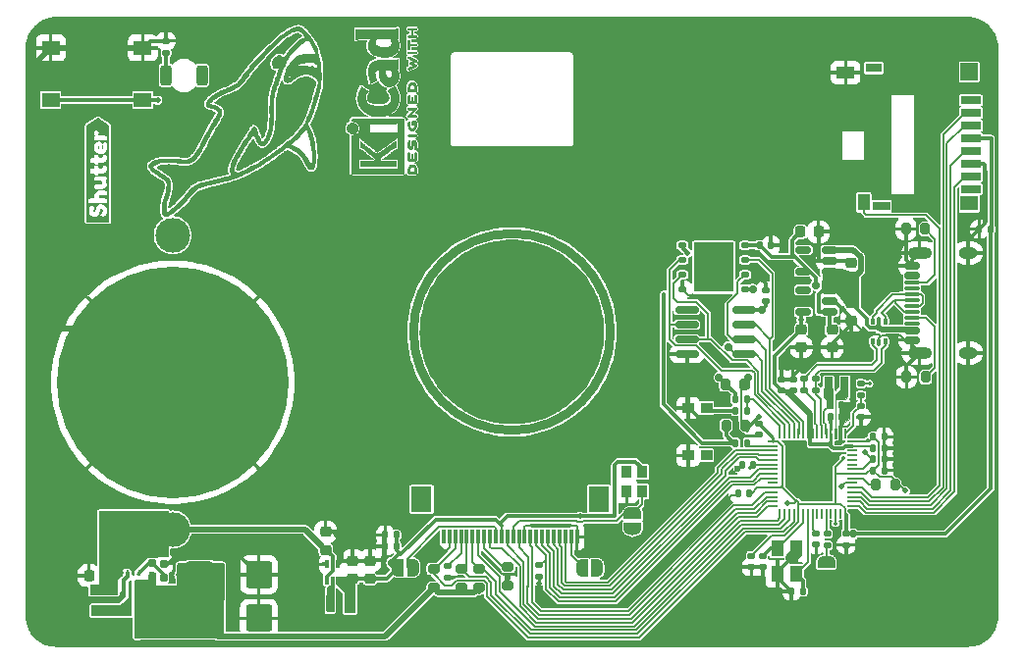
<source format=gbr>
%TF.GenerationSoftware,KiCad,Pcbnew,8.0.9*%
%TF.CreationDate,2025-05-16T14:56:25+01:00*%
%TF.ProjectId,bizcamera,62697a63-616d-4657-9261-2e6b69636164,rev?*%
%TF.SameCoordinates,Original*%
%TF.FileFunction,Copper,L1,Top*%
%TF.FilePolarity,Positive*%
%FSLAX46Y46*%
G04 Gerber Fmt 4.6, Leading zero omitted, Abs format (unit mm)*
G04 Created by KiCad (PCBNEW 8.0.9) date 2025-05-16 14:56:25*
%MOMM*%
%LPD*%
G01*
G04 APERTURE LIST*
G04 Aperture macros list*
%AMRoundRect*
0 Rectangle with rounded corners*
0 $1 Rounding radius*
0 $2 $3 $4 $5 $6 $7 $8 $9 X,Y pos of 4 corners*
0 Add a 4 corners polygon primitive as box body*
4,1,4,$2,$3,$4,$5,$6,$7,$8,$9,$2,$3,0*
0 Add four circle primitives for the rounded corners*
1,1,$1+$1,$2,$3*
1,1,$1+$1,$4,$5*
1,1,$1+$1,$6,$7*
1,1,$1+$1,$8,$9*
0 Add four rect primitives between the rounded corners*
20,1,$1+$1,$2,$3,$4,$5,0*
20,1,$1+$1,$4,$5,$6,$7,0*
20,1,$1+$1,$6,$7,$8,$9,0*
20,1,$1+$1,$8,$9,$2,$3,0*%
%AMFreePoly0*
4,1,18,-0.437500,0.050000,-0.433694,0.069134,-0.422855,0.085355,-0.406634,0.096194,-0.387500,0.100000,0.387500,0.100000,0.437500,0.050000,0.437500,-0.050000,0.433694,-0.069134,0.422855,-0.085355,0.406634,-0.096194,0.387500,-0.100000,-0.387500,-0.100000,-0.406634,-0.096194,-0.422855,-0.085355,-0.433694,-0.069134,-0.437500,-0.050000,-0.437500,0.050000,-0.437500,0.050000,$1*%
%AMFreePoly1*
4,1,18,-0.437500,0.050000,-0.433694,0.069134,-0.422855,0.085355,-0.406634,0.096194,-0.387500,0.100000,0.387500,0.100000,0.406634,0.096194,0.422855,0.085355,0.433694,0.069134,0.437500,0.050000,0.437500,-0.050000,0.387500,-0.100000,-0.387500,-0.100000,-0.406634,-0.096194,-0.422855,-0.085355,-0.433694,-0.069134,-0.437500,-0.050000,-0.437500,0.050000,-0.437500,0.050000,$1*%
%AMFreePoly2*
4,1,18,-0.100000,0.387500,-0.050000,0.437500,0.050000,0.437500,0.069134,0.433694,0.085355,0.422855,0.096194,0.406634,0.100000,0.387500,0.100000,-0.387500,0.096194,-0.406634,0.085355,-0.422855,0.069134,-0.433694,0.050000,-0.437500,-0.050000,-0.437500,-0.069134,-0.433694,-0.085355,-0.422855,-0.096194,-0.406634,-0.100000,-0.387500,-0.100000,0.387500,-0.100000,0.387500,$1*%
%AMFreePoly3*
4,1,18,-0.100000,0.387500,-0.096194,0.406634,-0.085355,0.422855,-0.069134,0.433694,-0.050000,0.437500,0.050000,0.437500,0.100000,0.387500,0.100000,-0.387500,0.096194,-0.406634,0.085355,-0.422855,0.069134,-0.433694,0.050000,-0.437500,-0.050000,-0.437500,-0.069134,-0.433694,-0.085355,-0.422855,-0.096194,-0.406634,-0.100000,-0.387500,-0.100000,0.387500,-0.100000,0.387500,$1*%
%AMFreePoly4*
4,1,18,-0.437500,0.050000,-0.433694,0.069134,-0.422855,0.085355,-0.406634,0.096194,-0.387500,0.100000,0.387500,0.100000,0.406634,0.096194,0.422855,0.085355,0.433694,0.069134,0.437500,0.050000,0.437500,-0.050000,0.433694,-0.069134,0.422855,-0.085355,0.406634,-0.096194,0.387500,-0.100000,-0.387500,-0.100000,-0.437500,-0.050000,-0.437500,0.050000,-0.437500,0.050000,$1*%
%AMFreePoly5*
4,1,18,-0.437500,0.050000,-0.387500,0.100000,0.387500,0.100000,0.406634,0.096194,0.422855,0.085355,0.433694,0.069134,0.437500,0.050000,0.437500,-0.050000,0.433694,-0.069134,0.422855,-0.085355,0.406634,-0.096194,0.387500,-0.100000,-0.387500,-0.100000,-0.406634,-0.096194,-0.422855,-0.085355,-0.433694,-0.069134,-0.437500,-0.050000,-0.437500,0.050000,-0.437500,0.050000,$1*%
%AMFreePoly6*
4,1,18,-0.100000,0.387500,-0.096194,0.406634,-0.085355,0.422855,-0.069134,0.433694,-0.050000,0.437500,0.050000,0.437500,0.069134,0.433694,0.085355,0.422855,0.096194,0.406634,0.100000,0.387500,0.100000,-0.387500,0.050000,-0.437500,-0.050000,-0.437500,-0.069134,-0.433694,-0.085355,-0.422855,-0.096194,-0.406634,-0.100000,-0.387500,-0.100000,0.387500,-0.100000,0.387500,$1*%
%AMFreePoly7*
4,1,18,-0.100000,0.387500,-0.096194,0.406634,-0.085355,0.422855,-0.069134,0.433694,-0.050000,0.437500,0.050000,0.437500,0.069134,0.433694,0.085355,0.422855,0.096194,0.406634,0.100000,0.387500,0.100000,-0.387500,0.096194,-0.406634,0.085355,-0.422855,0.069134,-0.433694,0.050000,-0.437500,-0.050000,-0.437500,-0.100000,-0.387500,-0.100000,0.387500,-0.100000,0.387500,$1*%
%AMFreePoly8*
4,1,19,0.500000,-0.750000,0.000000,-0.750000,0.000000,-0.744911,-0.071157,-0.744911,-0.207708,-0.704816,-0.327430,-0.627875,-0.420627,-0.520320,-0.479746,-0.390866,-0.500000,-0.250000,-0.500000,0.250000,-0.479746,0.390866,-0.420627,0.520320,-0.327430,0.627875,-0.207708,0.704816,-0.071157,0.744911,0.000000,0.744911,0.000000,0.750000,0.500000,0.750000,0.500000,-0.750000,0.500000,-0.750000,
$1*%
%AMFreePoly9*
4,1,19,0.000000,0.744911,0.071157,0.744911,0.207708,0.704816,0.327430,0.627875,0.420627,0.520320,0.479746,0.390866,0.500000,0.250000,0.500000,-0.250000,0.479746,-0.390866,0.420627,-0.520320,0.327430,-0.627875,0.207708,-0.704816,0.071157,-0.744911,0.000000,-0.744911,0.000000,-0.750000,-0.500000,-0.750000,-0.500000,0.750000,0.000000,0.750000,0.000000,0.744911,0.000000,0.744911,
$1*%
G04 Aperture macros list end*
%TA.AperFunction,Conductor*%
%ADD10C,0.100000*%
%TD*%
%TA.AperFunction,Conductor*%
%ADD11C,0.800000*%
%TD*%
%TA.AperFunction,EtchedComponent*%
%ADD12C,0.000000*%
%TD*%
%TA.AperFunction,EtchedComponent*%
%ADD13C,0.010000*%
%TD*%
%TA.AperFunction,SMDPad,CuDef*%
%ADD14RoundRect,0.250000X-0.875000X-0.925000X0.875000X-0.925000X0.875000X0.925000X-0.875000X0.925000X0*%
%TD*%
%TA.AperFunction,SMDPad,CuDef*%
%ADD15RoundRect,0.140000X0.170000X-0.140000X0.170000X0.140000X-0.170000X0.140000X-0.170000X-0.140000X0*%
%TD*%
%TA.AperFunction,SMDPad,CuDef*%
%ADD16RoundRect,0.225000X-0.225000X-0.250000X0.225000X-0.250000X0.225000X0.250000X-0.225000X0.250000X0*%
%TD*%
%TA.AperFunction,SMDPad,CuDef*%
%ADD17RoundRect,0.140000X0.140000X0.170000X-0.140000X0.170000X-0.140000X-0.170000X0.140000X-0.170000X0*%
%TD*%
%TA.AperFunction,SMDPad,CuDef*%
%ADD18RoundRect,0.200000X0.275000X-0.200000X0.275000X0.200000X-0.275000X0.200000X-0.275000X-0.200000X0*%
%TD*%
%TA.AperFunction,SMDPad,CuDef*%
%ADD19FreePoly0,0.000000*%
%TD*%
%TA.AperFunction,SMDPad,CuDef*%
%ADD20RoundRect,0.050000X-0.387500X-0.050000X0.387500X-0.050000X0.387500X0.050000X-0.387500X0.050000X0*%
%TD*%
%TA.AperFunction,SMDPad,CuDef*%
%ADD21FreePoly1,0.000000*%
%TD*%
%TA.AperFunction,SMDPad,CuDef*%
%ADD22FreePoly2,0.000000*%
%TD*%
%TA.AperFunction,SMDPad,CuDef*%
%ADD23RoundRect,0.050000X-0.050000X-0.387500X0.050000X-0.387500X0.050000X0.387500X-0.050000X0.387500X0*%
%TD*%
%TA.AperFunction,SMDPad,CuDef*%
%ADD24FreePoly3,0.000000*%
%TD*%
%TA.AperFunction,SMDPad,CuDef*%
%ADD25FreePoly4,0.000000*%
%TD*%
%TA.AperFunction,SMDPad,CuDef*%
%ADD26FreePoly5,0.000000*%
%TD*%
%TA.AperFunction,SMDPad,CuDef*%
%ADD27FreePoly6,0.000000*%
%TD*%
%TA.AperFunction,SMDPad,CuDef*%
%ADD28FreePoly7,0.000000*%
%TD*%
%TA.AperFunction,ComponentPad*%
%ADD29C,0.600000*%
%TD*%
%TA.AperFunction,SMDPad,CuDef*%
%ADD30RoundRect,0.153000X1.547000X-1.547000X1.547000X1.547000X-1.547000X1.547000X-1.547000X-1.547000X0*%
%TD*%
%TA.AperFunction,SMDPad,CuDef*%
%ADD31R,1.000000X0.900000*%
%TD*%
%TA.AperFunction,SMDPad,CuDef*%
%ADD32RoundRect,0.140000X-0.170000X0.140000X-0.170000X-0.140000X0.170000X-0.140000X0.170000X0.140000X0*%
%TD*%
%TA.AperFunction,SMDPad,CuDef*%
%ADD33RoundRect,0.225000X0.250000X-0.225000X0.250000X0.225000X-0.250000X0.225000X-0.250000X-0.225000X0*%
%TD*%
%TA.AperFunction,SMDPad,CuDef*%
%ADD34R,1.550000X1.300000*%
%TD*%
%TA.AperFunction,SMDPad,CuDef*%
%ADD35RoundRect,0.140000X-0.140000X-0.170000X0.140000X-0.170000X0.140000X0.170000X-0.140000X0.170000X0*%
%TD*%
%TA.AperFunction,SMDPad,CuDef*%
%ADD36RoundRect,0.135000X0.135000X0.185000X-0.135000X0.185000X-0.135000X-0.185000X0.135000X-0.185000X0*%
%TD*%
%TA.AperFunction,SMDPad,CuDef*%
%ADD37RoundRect,0.125000X-0.250000X-0.125000X0.250000X-0.125000X0.250000X0.125000X-0.250000X0.125000X0*%
%TD*%
%TA.AperFunction,HeatsinkPad*%
%ADD38R,3.400000X4.300000*%
%TD*%
%TA.AperFunction,SMDPad,CuDef*%
%ADD39R,0.300000X1.300000*%
%TD*%
%TA.AperFunction,SMDPad,CuDef*%
%ADD40R,1.800000X2.200000*%
%TD*%
%TA.AperFunction,SMDPad,CuDef*%
%ADD41RoundRect,0.087500X-0.087500X0.250000X-0.087500X-0.250000X0.087500X-0.250000X0.087500X0.250000X0*%
%TD*%
%TA.AperFunction,SMDPad,CuDef*%
%ADD42RoundRect,0.190000X-0.285000X-0.685000X0.285000X-0.685000X0.285000X0.685000X-0.285000X0.685000X0*%
%TD*%
%TA.AperFunction,SMDPad,CuDef*%
%ADD43RoundRect,0.200000X0.200000X0.275000X-0.200000X0.275000X-0.200000X-0.275000X0.200000X-0.275000X0*%
%TD*%
%TA.AperFunction,SMDPad,CuDef*%
%ADD44R,0.700000X1.700000*%
%TD*%
%TA.AperFunction,SMDPad,CuDef*%
%ADD45RoundRect,0.160000X-0.160000X0.197500X-0.160000X-0.197500X0.160000X-0.197500X0.160000X0.197500X0*%
%TD*%
%TA.AperFunction,SMDPad,CuDef*%
%ADD46FreePoly8,180.000000*%
%TD*%
%TA.AperFunction,SMDPad,CuDef*%
%ADD47FreePoly9,180.000000*%
%TD*%
%TA.AperFunction,SMDPad,CuDef*%
%ADD48RoundRect,0.105263X-0.194737X-0.694737X0.194737X-0.694737X0.194737X0.694737X-0.194737X0.694737X0*%
%TD*%
%TA.AperFunction,ComponentPad*%
%ADD49C,3.000000*%
%TD*%
%TA.AperFunction,SMDPad,CuDef*%
%ADD50C,20.000000*%
%TD*%
%TA.AperFunction,SMDPad,CuDef*%
%ADD51RoundRect,0.135000X-0.135000X-0.185000X0.135000X-0.185000X0.135000X0.185000X-0.135000X0.185000X0*%
%TD*%
%TA.AperFunction,SMDPad,CuDef*%
%ADD52RoundRect,0.105263X-0.694737X0.194737X-0.694737X-0.194737X0.694737X-0.194737X0.694737X0.194737X0*%
%TD*%
%TA.AperFunction,SMDPad,CuDef*%
%ADD53RoundRect,0.200000X-0.200000X-0.275000X0.200000X-0.275000X0.200000X0.275000X-0.200000X0.275000X0*%
%TD*%
%TA.AperFunction,SMDPad,CuDef*%
%ADD54RoundRect,0.150000X-0.825000X-0.150000X0.825000X-0.150000X0.825000X0.150000X-0.825000X0.150000X0*%
%TD*%
%TA.AperFunction,SMDPad,CuDef*%
%ADD55RoundRect,0.135000X-0.185000X0.135000X-0.185000X-0.135000X0.185000X-0.135000X0.185000X0.135000X0*%
%TD*%
%TA.AperFunction,SMDPad,CuDef*%
%ADD56R,1.100000X1.400000*%
%TD*%
%TA.AperFunction,SMDPad,CuDef*%
%ADD57RoundRect,0.225000X-0.250000X0.225000X-0.250000X-0.225000X0.250000X-0.225000X0.250000X0.225000X0*%
%TD*%
%TA.AperFunction,SMDPad,CuDef*%
%ADD58RoundRect,0.087500X0.087500X-0.487500X0.087500X0.487500X-0.087500X0.487500X-0.087500X-0.487500X0*%
%TD*%
%TA.AperFunction,SMDPad,CuDef*%
%ADD59RoundRect,0.050000X0.050000X-0.675000X0.050000X0.675000X-0.050000X0.675000X-0.050000X-0.675000X0*%
%TD*%
%TA.AperFunction,SMDPad,CuDef*%
%ADD60RoundRect,0.062500X0.062500X-0.162500X0.062500X0.162500X-0.062500X0.162500X-0.062500X-0.162500X0*%
%TD*%
%TA.AperFunction,SMDPad,CuDef*%
%ADD61R,1.750000X0.700000*%
%TD*%
%TA.AperFunction,SMDPad,CuDef*%
%ADD62R,1.000000X1.450000*%
%TD*%
%TA.AperFunction,SMDPad,CuDef*%
%ADD63R,1.550000X1.000000*%
%TD*%
%TA.AperFunction,SMDPad,CuDef*%
%ADD64R,1.500000X0.800000*%
%TD*%
%TA.AperFunction,SMDPad,CuDef*%
%ADD65R,1.500000X1.300000*%
%TD*%
%TA.AperFunction,SMDPad,CuDef*%
%ADD66R,1.500000X1.500000*%
%TD*%
%TA.AperFunction,SMDPad,CuDef*%
%ADD67R,1.400000X0.800000*%
%TD*%
%TA.AperFunction,SMDPad,CuDef*%
%ADD68FreePoly8,270.000000*%
%TD*%
%TA.AperFunction,SMDPad,CuDef*%
%ADD69FreePoly9,270.000000*%
%TD*%
%TA.AperFunction,SMDPad,CuDef*%
%ADD70FreePoly8,90.000000*%
%TD*%
%TA.AperFunction,SMDPad,CuDef*%
%ADD71FreePoly9,90.000000*%
%TD*%
%TA.AperFunction,SMDPad,CuDef*%
%ADD72RoundRect,0.093750X0.093750X-0.156250X0.093750X0.156250X-0.093750X0.156250X-0.093750X-0.156250X0*%
%TD*%
%TA.AperFunction,SMDPad,CuDef*%
%ADD73RoundRect,0.075000X0.075000X-0.250000X0.075000X0.250000X-0.075000X0.250000X-0.075000X-0.250000X0*%
%TD*%
%TA.AperFunction,SMDPad,CuDef*%
%ADD74RoundRect,0.150000X0.512500X0.150000X-0.512500X0.150000X-0.512500X-0.150000X0.512500X-0.150000X0*%
%TD*%
%TA.AperFunction,SMDPad,CuDef*%
%ADD75RoundRect,0.150000X0.500000X-0.150000X0.500000X0.150000X-0.500000X0.150000X-0.500000X-0.150000X0*%
%TD*%
%TA.AperFunction,SMDPad,CuDef*%
%ADD76RoundRect,0.075000X0.575000X-0.075000X0.575000X0.075000X-0.575000X0.075000X-0.575000X-0.075000X0*%
%TD*%
%TA.AperFunction,HeatsinkPad*%
%ADD77O,2.100000X1.000000*%
%TD*%
%TA.AperFunction,HeatsinkPad*%
%ADD78O,1.600000X1.000000*%
%TD*%
%TA.AperFunction,SMDPad,CuDef*%
%ADD79R,0.900000X1.100000*%
%TD*%
%TA.AperFunction,SMDPad,CuDef*%
%ADD80FreePoly8,0.000000*%
%TD*%
%TA.AperFunction,SMDPad,CuDef*%
%ADD81FreePoly9,0.000000*%
%TD*%
%TA.AperFunction,ViaPad*%
%ADD82C,0.500000*%
%TD*%
%TA.AperFunction,ViaPad*%
%ADD83C,0.350000*%
%TD*%
%TA.AperFunction,ViaPad*%
%ADD84C,1.000000*%
%TD*%
%TA.AperFunction,ViaPad*%
%ADD85C,0.600000*%
%TD*%
%TA.AperFunction,ViaPad*%
%ADD86C,0.700000*%
%TD*%
%TA.AperFunction,Conductor*%
%ADD87C,0.500000*%
%TD*%
%TA.AperFunction,Conductor*%
%ADD88C,0.350000*%
%TD*%
%TA.AperFunction,Conductor*%
%ADD89C,0.250000*%
%TD*%
%TA.AperFunction,Conductor*%
%ADD90C,0.150000*%
%TD*%
%TA.AperFunction,Conductor*%
%ADD91C,0.200000*%
%TD*%
%TA.AperFunction,Conductor*%
%ADD92C,0.330000*%
%TD*%
%TA.AperFunction,Conductor*%
%ADD93C,1.000000*%
%TD*%
%TA.AperFunction,Conductor*%
%ADD94C,0.128000*%
%TD*%
%TA.AperFunction,Conductor*%
%ADD95C,0.130000*%
%TD*%
%TA.AperFunction,Conductor*%
%ADD96C,0.700000*%
%TD*%
%TA.AperFunction,Conductor*%
%ADD97C,0.170000*%
%TD*%
G04 APERTURE END LIST*
D10*
%TO.N,-BATT*%
X182847500Y-99992500D02*
X182347500Y-100342500D01*
X182097500Y-100892500D01*
X181997500Y-100892500D01*
X181987500Y-98592500D01*
X182837500Y-98592500D01*
X182847500Y-99992500D01*
%TA.AperFunction,Conductor*%
G36*
X182847500Y-99992500D02*
G01*
X182347500Y-100342500D01*
X182097500Y-100892500D01*
X181997500Y-100892500D01*
X181987500Y-98592500D01*
X182837500Y-98592500D01*
X182847500Y-99992500D01*
G37*
%TD.AperFunction*%
D11*
%TO.N,+3V3*%
X162250000Y-92500000D02*
G75*
G02*
X145250000Y-92500000I-8500000J0D01*
G01*
X145250000Y-92500000D02*
G75*
G02*
X162250000Y-92500000I8500000J0D01*
G01*
D10*
%TO.N,+1V1*%
X181397500Y-99092500D02*
X180897500Y-99092500D01*
X180897500Y-98392500D01*
X180597500Y-98132500D01*
X180597500Y-97342500D01*
X181397500Y-97342500D01*
X181397500Y-99092500D01*
%TA.AperFunction,Conductor*%
G36*
X181397500Y-99092500D02*
G01*
X180897500Y-99092500D01*
X180897500Y-98392500D01*
X180597500Y-98132500D01*
X180597500Y-97342500D01*
X181397500Y-97342500D01*
X181397500Y-99092500D01*
G37*
%TD.AperFunction*%
%TO.N,+3V3*%
X181310000Y-100970000D02*
X181170000Y-100970000D01*
X181170000Y-100520000D01*
X180953750Y-99962500D01*
X181310000Y-99962500D01*
X181310000Y-100970000D01*
%TA.AperFunction,Conductor*%
G36*
X181310000Y-100970000D02*
G01*
X181170000Y-100970000D01*
X181170000Y-100520000D01*
X180953750Y-99962500D01*
X181310000Y-99962500D01*
X181310000Y-100970000D01*
G37*
%TD.AperFunction*%
%TO.N,/VREG_LX*%
X182647500Y-98092500D02*
X182497500Y-98292500D01*
X181673750Y-98306250D01*
X181683750Y-100796250D01*
X181733750Y-100926250D01*
X181730000Y-101710000D01*
X181583750Y-101706250D01*
X181580000Y-100917500D01*
X181660000Y-100740000D01*
X181663750Y-97892500D01*
X182097500Y-97442500D01*
X182647500Y-97442500D01*
X182647500Y-98092500D01*
%TA.AperFunction,Conductor*%
G36*
X182647500Y-98092500D02*
G01*
X182497500Y-98292500D01*
X181673750Y-98306250D01*
X181683750Y-100796250D01*
X181733750Y-100926250D01*
X181730000Y-101710000D01*
X181583750Y-101706250D01*
X181580000Y-100917500D01*
X181660000Y-100740000D01*
X181663750Y-97892500D01*
X182097500Y-97442500D01*
X182647500Y-97442500D01*
X182647500Y-98092500D01*
G37*
%TD.AperFunction*%
D12*
%TA.AperFunction,EtchedComponent*%
%TD*%
%TO.C,kibuzzard-6825B58C*%
G36*
X118178069Y-76485546D02*
G01*
X118178069Y-76725889D01*
X118082575Y-76675460D01*
X118040730Y-76554216D01*
X118063262Y-76461941D01*
X118126567Y-76427606D01*
X118178069Y-76485546D01*
G37*
%TD.AperFunction*%
%TA.AperFunction,EtchedComponent*%
%TO.C,kibuzzard-6825B58C*%
G36*
X119011402Y-76552070D02*
G01*
X119011402Y-77442628D01*
X119011402Y-78363228D01*
X119011402Y-79270954D01*
X119011402Y-80485546D01*
X119011402Y-82019881D01*
X119011402Y-82577821D01*
X119011402Y-83024888D01*
X117048598Y-83024888D01*
X117048598Y-82577821D01*
X117048598Y-82039194D01*
X117283219Y-82039194D01*
X117297644Y-82176772D01*
X117340920Y-82297659D01*
X117413047Y-82401855D01*
X117507110Y-82481731D01*
X117616195Y-82529657D01*
X117740300Y-82545632D01*
X117879785Y-82528464D01*
X117995665Y-82476962D01*
X118087940Y-82391125D01*
X118156609Y-82270954D01*
X118185848Y-82189677D01*
X118213476Y-82087477D01*
X118263906Y-81919022D01*
X118330429Y-81863228D01*
X118430215Y-81901855D01*
X118461330Y-82028464D01*
X118440944Y-82113228D01*
X118362618Y-82200138D01*
X118284411Y-82296943D01*
X118270105Y-82389933D01*
X118319700Y-82479108D01*
X118457039Y-82569237D01*
X118596524Y-82515589D01*
X118611545Y-82502713D01*
X118641588Y-82479108D01*
X118679142Y-82441555D01*
X118720987Y-82390052D01*
X118761760Y-82323529D01*
X118797167Y-82240911D01*
X118820773Y-82140052D01*
X118830429Y-82019881D01*
X118814335Y-81877177D01*
X118759614Y-81730181D01*
X118664120Y-81598207D01*
X118519270Y-81504859D01*
X118426459Y-81477499D01*
X118323991Y-81468379D01*
X118163584Y-81488497D01*
X118047167Y-81548851D01*
X117965622Y-81643003D01*
X117909828Y-81764516D01*
X117876567Y-81901855D01*
X117849742Y-82032756D01*
X117812189Y-82117520D01*
X117742446Y-82155074D01*
X117676996Y-82120739D01*
X117650172Y-82041340D01*
X117657682Y-81970525D01*
X117673777Y-81928679D01*
X117698455Y-81898636D01*
X117718841Y-81873958D01*
X117758541Y-81730181D01*
X117654464Y-81603572D01*
X117522489Y-81552070D01*
X117411974Y-81629323D01*
X117340443Y-81740672D01*
X117297525Y-81877296D01*
X117283219Y-82039194D01*
X117048598Y-82039194D01*
X117048598Y-81182971D01*
X117227425Y-81182971D01*
X117242446Y-81295632D01*
X117290730Y-81354645D01*
X117348670Y-81375031D01*
X117420558Y-81378250D01*
X118613691Y-81378250D01*
X118687725Y-81375031D01*
X118745665Y-81354645D01*
X118793948Y-81295632D01*
X118808970Y-81185117D01*
X118793948Y-81073529D01*
X118745665Y-81013443D01*
X118688798Y-80993057D01*
X118615837Y-80989838D01*
X118229571Y-80989838D01*
X118145880Y-80931898D01*
X118109399Y-80824602D01*
X118151245Y-80719452D01*
X118261760Y-80680825D01*
X118611545Y-80680825D01*
X118687725Y-80676533D01*
X118746738Y-80655074D01*
X118793948Y-80596061D01*
X118808970Y-80485546D01*
X118793948Y-80373958D01*
X118745665Y-80313872D01*
X118687725Y-80293486D01*
X118615837Y-80290267D01*
X118263906Y-80290267D01*
X118118937Y-80305765D01*
X117990181Y-80352260D01*
X117877639Y-80429752D01*
X117790610Y-80530134D01*
X117738393Y-80645298D01*
X117720987Y-80775246D01*
X117744056Y-80887907D01*
X117813262Y-80989838D01*
X117422704Y-80989838D01*
X117348670Y-80993057D01*
X117290730Y-81013443D01*
X117242446Y-81072456D01*
X117227425Y-81182971D01*
X117048598Y-81182971D01*
X117048598Y-79270954D01*
X117716695Y-79270954D01*
X117731717Y-79383615D01*
X117780000Y-79442628D01*
X117837940Y-79463014D01*
X117909828Y-79466233D01*
X118261760Y-79466233D01*
X118374421Y-79508078D01*
X118416266Y-79620739D01*
X118375494Y-79734473D01*
X118261760Y-79775246D01*
X117914120Y-79775246D01*
X117840086Y-79778464D01*
X117781073Y-79798851D01*
X117731717Y-79858937D01*
X117716695Y-79970525D01*
X117731717Y-80082113D01*
X117780000Y-80142198D01*
X117837940Y-80162585D01*
X117911974Y-80165804D01*
X118261760Y-80165804D01*
X118406729Y-80150305D01*
X118535484Y-80103810D01*
X118648026Y-80026319D01*
X118735055Y-79925699D01*
X118787272Y-79809819D01*
X118804678Y-79678679D01*
X118780000Y-79562263D01*
X118705966Y-79457649D01*
X118781609Y-79399173D01*
X118806824Y-79270954D01*
X118795021Y-79176533D01*
X118768197Y-79118593D01*
X118724206Y-79088550D01*
X118674850Y-79076748D01*
X118617983Y-79075675D01*
X117911974Y-79075675D01*
X117840086Y-79078894D01*
X117781073Y-79099280D01*
X117731717Y-79159366D01*
X117716695Y-79270954D01*
X117048598Y-79270954D01*
X117048598Y-78612155D01*
X117358326Y-78612155D01*
X117372275Y-78724816D01*
X117417339Y-78783829D01*
X117473133Y-78804216D01*
X117545021Y-78807434D01*
X117731717Y-78807434D01*
X117731717Y-78852499D01*
X117777854Y-78955503D01*
X117916266Y-78989838D01*
X118057897Y-78960868D01*
X118105107Y-78861082D01*
X118105107Y-78807434D01*
X118377639Y-78807434D01*
X118512117Y-78795393D01*
X118620844Y-78759270D01*
X118703820Y-78699065D01*
X118762237Y-78613586D01*
X118797287Y-78501640D01*
X118808970Y-78363228D01*
X118805751Y-78293486D01*
X118785365Y-78234473D01*
X118726352Y-78184044D01*
X118615837Y-78167949D01*
X118517124Y-78180825D01*
X118464549Y-78223743D01*
X118444163Y-78281683D01*
X118439871Y-78361082D01*
X118422704Y-78407220D01*
X118358326Y-78419022D01*
X118109399Y-78419022D01*
X118111545Y-78307434D01*
X118106180Y-78234473D01*
X118083648Y-78175460D01*
X118024635Y-78128250D01*
X117918412Y-78112155D01*
X117822918Y-78123958D01*
X117763906Y-78151855D01*
X117733863Y-78197992D01*
X117722060Y-78248422D01*
X117720987Y-78305289D01*
X117725279Y-78419022D01*
X117553605Y-78419022D01*
X117481717Y-78423314D01*
X117421631Y-78444773D01*
X117373348Y-78503786D01*
X117358326Y-78612155D01*
X117048598Y-78612155D01*
X117048598Y-77691555D01*
X117358326Y-77691555D01*
X117372275Y-77804216D01*
X117417339Y-77863228D01*
X117473133Y-77883615D01*
X117545021Y-77886834D01*
X117731717Y-77886834D01*
X117731717Y-77931898D01*
X117777854Y-78034902D01*
X117916266Y-78069237D01*
X118057897Y-78040267D01*
X118105107Y-77940482D01*
X118105107Y-77886834D01*
X118377639Y-77886834D01*
X118512117Y-77874793D01*
X118620844Y-77838670D01*
X118703820Y-77778464D01*
X118762237Y-77692985D01*
X118797287Y-77581040D01*
X118808970Y-77442628D01*
X118805751Y-77372885D01*
X118785365Y-77313872D01*
X118726352Y-77263443D01*
X118615837Y-77247349D01*
X118517124Y-77260224D01*
X118464549Y-77303143D01*
X118444163Y-77361082D01*
X118439871Y-77440482D01*
X118422704Y-77486619D01*
X118358326Y-77498422D01*
X118109399Y-77498422D01*
X118111545Y-77386834D01*
X118106180Y-77313872D01*
X118083648Y-77254859D01*
X118024635Y-77207649D01*
X117918412Y-77191555D01*
X117822918Y-77203357D01*
X117763906Y-77231254D01*
X117733863Y-77277392D01*
X117722060Y-77327821D01*
X117720987Y-77384688D01*
X117725279Y-77498422D01*
X117553605Y-77498422D01*
X117481717Y-77502713D01*
X117421631Y-77524173D01*
X117373348Y-77583186D01*
X117358326Y-77691555D01*
X117048598Y-77691555D01*
X117048598Y-76549924D01*
X117695236Y-76549924D01*
X117713000Y-76712418D01*
X117766290Y-76853691D01*
X117855107Y-76973743D01*
X117972060Y-77064945D01*
X118109757Y-77119666D01*
X118268197Y-77137907D01*
X118365837Y-77129591D01*
X118461330Y-77104645D01*
X118553605Y-77063336D01*
X118641588Y-77005932D01*
X118719109Y-76927338D01*
X118780000Y-76822456D01*
X118819431Y-76695846D01*
X118832575Y-76552070D01*
X118820370Y-76356791D01*
X118783755Y-76217306D01*
X118722731Y-76133615D01*
X118637296Y-76105718D01*
X118538584Y-76133615D01*
X118461330Y-76191555D01*
X118435579Y-76262370D01*
X118463476Y-76361082D01*
X118491373Y-76534902D01*
X118461330Y-76661512D01*
X118379785Y-76725889D01*
X118379785Y-76268808D01*
X118363423Y-76181630D01*
X118314335Y-76113228D01*
X118235204Y-76068969D01*
X118128712Y-76054216D01*
X117977961Y-76086136D01*
X117834721Y-76181898D01*
X117757229Y-76279537D01*
X117710734Y-76402213D01*
X117695236Y-76549924D01*
X117048598Y-76549924D01*
X117048598Y-75354645D01*
X117708112Y-75354645D01*
X117732790Y-75469452D01*
X117806824Y-75577821D01*
X117740837Y-75637907D01*
X117718841Y-75762370D01*
X117733863Y-75875031D01*
X117782146Y-75934044D01*
X117839013Y-75954430D01*
X117911974Y-75957649D01*
X118611545Y-75957649D01*
X118685579Y-75954430D01*
X118744592Y-75934044D01*
X118793948Y-75875031D01*
X118808970Y-75764516D01*
X118793948Y-75650782D01*
X118745665Y-75590696D01*
X118688798Y-75570310D01*
X118615837Y-75567091D01*
X118197382Y-75567091D01*
X118119056Y-75525246D01*
X118087940Y-75419022D01*
X118104034Y-75366447D01*
X118120129Y-75283829D01*
X118046094Y-75163658D01*
X117963208Y-75128250D01*
X117862618Y-75116447D01*
X117781073Y-75143271D01*
X117732790Y-75213014D01*
X117713476Y-75290267D01*
X117708112Y-75354645D01*
X117048598Y-75354645D01*
X117048598Y-75116447D01*
X117048598Y-74669380D01*
X118030000Y-74015112D01*
X119011402Y-74669380D01*
X119011402Y-75116447D01*
X119011402Y-75764516D01*
X119011402Y-76552070D01*
G37*
%TD.AperFunction*%
D13*
%TO.C,REF\u002A\u002A*%
X145217830Y-68309480D02*
X145291932Y-68309844D01*
X145348704Y-68310649D01*
X145390768Y-68312060D01*
X145420748Y-68314240D01*
X145441267Y-68317352D01*
X145454949Y-68321559D01*
X145464416Y-68327025D01*
X145469082Y-68330901D01*
X145489575Y-68362339D01*
X145488739Y-68398140D01*
X145471264Y-68429500D01*
X145449684Y-68456151D01*
X144802227Y-68456151D01*
X144780647Y-68429500D01*
X144764949Y-68403779D01*
X144759067Y-68382773D01*
X144765877Y-68359759D01*
X144780647Y-68336046D01*
X144802227Y-68309395D01*
X145123773Y-68309395D01*
X145217830Y-68309480D01*
%TA.AperFunction,EtchedComponent*%
G36*
X145217830Y-68309480D02*
G01*
X145291932Y-68309844D01*
X145348704Y-68310649D01*
X145390768Y-68312060D01*
X145420748Y-68314240D01*
X145441267Y-68317352D01*
X145454949Y-68321559D01*
X145464416Y-68327025D01*
X145469082Y-68330901D01*
X145489575Y-68362339D01*
X145488739Y-68398140D01*
X145471264Y-68429500D01*
X145449684Y-68456151D01*
X144802227Y-68456151D01*
X144780647Y-68429500D01*
X144764949Y-68403779D01*
X144759067Y-68382773D01*
X144765877Y-68359759D01*
X144780647Y-68336046D01*
X144802227Y-68309395D01*
X145123773Y-68309395D01*
X145217830Y-68309480D01*
G37*
%TD.AperFunction*%
X145219802Y-75449687D02*
X145293689Y-75450011D01*
X145350232Y-75450759D01*
X145392049Y-75452105D01*
X145421757Y-75454219D01*
X145441973Y-75457273D01*
X145455314Y-75461439D01*
X145464398Y-75466889D01*
X145470267Y-75472195D01*
X145489947Y-75505199D01*
X145488181Y-75540364D01*
X145466717Y-75571828D01*
X145458337Y-75579057D01*
X145448614Y-75584707D01*
X145434861Y-75588972D01*
X145414389Y-75592046D01*
X145384512Y-75594125D01*
X145342541Y-75595403D01*
X145285789Y-75596074D01*
X145211567Y-75596332D01*
X145127537Y-75596373D01*
X144814485Y-75596373D01*
X144786776Y-75568664D01*
X144763463Y-75534510D01*
X144762623Y-75501379D01*
X144781645Y-75472195D01*
X144789218Y-75465615D01*
X144798987Y-75460452D01*
X144813571Y-75456537D01*
X144835585Y-75453697D01*
X144867648Y-75451760D01*
X144912375Y-75450556D01*
X144972385Y-75449912D01*
X145050294Y-75449657D01*
X145125956Y-75449618D01*
X145219802Y-75449687D01*
%TA.AperFunction,EtchedComponent*%
G36*
X145219802Y-75449687D02*
G01*
X145293689Y-75450011D01*
X145350232Y-75450759D01*
X145392049Y-75452105D01*
X145421757Y-75454219D01*
X145441973Y-75457273D01*
X145455314Y-75461439D01*
X145464398Y-75466889D01*
X145470267Y-75472195D01*
X145489947Y-75505199D01*
X145488181Y-75540364D01*
X145466717Y-75571828D01*
X145458337Y-75579057D01*
X145448614Y-75584707D01*
X145434861Y-75588972D01*
X145414389Y-75592046D01*
X145384512Y-75594125D01*
X145342541Y-75595403D01*
X145285789Y-75596074D01*
X145211567Y-75596332D01*
X145127537Y-75596373D01*
X144814485Y-75596373D01*
X144786776Y-75568664D01*
X144763463Y-75534510D01*
X144762623Y-75501379D01*
X144781645Y-75472195D01*
X144789218Y-75465615D01*
X144798987Y-75460452D01*
X144813571Y-75456537D01*
X144835585Y-75453697D01*
X144867648Y-75451760D01*
X144912375Y-75450556D01*
X144972385Y-75449912D01*
X145050294Y-75449657D01*
X145125956Y-75449618D01*
X145219802Y-75449687D01*
G37*
%TD.AperFunction*%
X140094654Y-74440513D02*
X140182511Y-74474213D01*
X140261770Y-74524901D01*
X140329836Y-74590718D01*
X140384112Y-74669807D01*
X140422002Y-74760307D01*
X140434426Y-74811573D01*
X140441947Y-74856071D01*
X140444919Y-74890372D01*
X140443094Y-74923333D01*
X140436225Y-74963807D01*
X140429250Y-74996904D01*
X140397741Y-75090320D01*
X140346617Y-75173992D01*
X140277429Y-75246038D01*
X140191728Y-75304573D01*
X140164489Y-75318521D01*
X140128122Y-75334959D01*
X140097582Y-75345267D01*
X140065450Y-75350833D01*
X140024307Y-75353042D01*
X139978222Y-75353321D01*
X139893865Y-75349234D01*
X139824586Y-75335819D01*
X139763961Y-75310629D01*
X139705567Y-75271219D01*
X139661302Y-75232671D01*
X139595484Y-75160779D01*
X139550053Y-75085686D01*
X139522850Y-75002935D01*
X139512576Y-74925301D01*
X139516571Y-74821416D01*
X139540809Y-74725141D01*
X139583641Y-74638557D01*
X139643419Y-74563746D01*
X139718494Y-74502791D01*
X139807220Y-74457772D01*
X139903530Y-74431509D01*
X140000795Y-74425659D01*
X140094654Y-74440513D01*
%TA.AperFunction,EtchedComponent*%
G36*
X140094654Y-74440513D02*
G01*
X140182511Y-74474213D01*
X140261770Y-74524901D01*
X140329836Y-74590718D01*
X140384112Y-74669807D01*
X140422002Y-74760307D01*
X140434426Y-74811573D01*
X140441947Y-74856071D01*
X140444919Y-74890372D01*
X140443094Y-74923333D01*
X140436225Y-74963807D01*
X140429250Y-74996904D01*
X140397741Y-75090320D01*
X140346617Y-75173992D01*
X140277429Y-75246038D01*
X140191728Y-75304573D01*
X140164489Y-75318521D01*
X140128122Y-75334959D01*
X140097582Y-75345267D01*
X140065450Y-75350833D01*
X140024307Y-75353042D01*
X139978222Y-75353321D01*
X139893865Y-75349234D01*
X139824586Y-75335819D01*
X139763961Y-75310629D01*
X139705567Y-75271219D01*
X139661302Y-75232671D01*
X139595484Y-75160779D01*
X139550053Y-75085686D01*
X139522850Y-75002935D01*
X139512576Y-74925301D01*
X139516571Y-74821416D01*
X139540809Y-74725141D01*
X139583641Y-74638557D01*
X139643419Y-74563746D01*
X139718494Y-74502791D01*
X139807220Y-74457772D01*
X139903530Y-74431509D01*
X140000795Y-74425659D01*
X140094654Y-74440513D01*
G37*
%TD.AperFunction*%
X144875826Y-67299662D02*
X144888089Y-67310025D01*
X144896450Y-67321177D01*
X144901657Y-67337338D01*
X144904457Y-67362731D01*
X144905596Y-67401575D01*
X144905821Y-67458093D01*
X144905822Y-67469193D01*
X144905822Y-67615129D01*
X145176756Y-67615129D01*
X145262154Y-67615225D01*
X145327864Y-67615662D01*
X145376774Y-67616661D01*
X145411773Y-67618445D01*
X145435749Y-67621236D01*
X145451593Y-67625256D01*
X145462191Y-67630728D01*
X145470267Y-67637707D01*
X145490112Y-67670639D01*
X145488548Y-67705019D01*
X145465906Y-67736197D01*
X145463100Y-67738487D01*
X145452492Y-67745944D01*
X145440081Y-67751626D01*
X145422850Y-67755772D01*
X145397784Y-67758623D01*
X145361867Y-67760419D01*
X145312083Y-67761401D01*
X145245417Y-67761809D01*
X145169589Y-67761884D01*
X144905822Y-67761884D01*
X144905822Y-67901246D01*
X144905418Y-67961051D01*
X144903840Y-68002455D01*
X144900547Y-68029625D01*
X144894992Y-68046727D01*
X144886631Y-68057930D01*
X144885178Y-68059290D01*
X144851939Y-68075648D01*
X144814362Y-68074201D01*
X144781645Y-68055395D01*
X144775298Y-68048123D01*
X144770266Y-68038746D01*
X144766396Y-68024764D01*
X144763537Y-68003677D01*
X144761535Y-67972984D01*
X144760239Y-67930184D01*
X144759498Y-67872778D01*
X144759158Y-67798263D01*
X144759068Y-67704140D01*
X144759067Y-67684113D01*
X144759163Y-67585308D01*
X144759542Y-67506601D01*
X144760333Y-67445510D01*
X144761670Y-67399556D01*
X144763683Y-67366259D01*
X144766506Y-67343137D01*
X144770269Y-67327711D01*
X144775105Y-67317502D01*
X144778822Y-67312560D01*
X144811358Y-67286916D01*
X144845138Y-67283814D01*
X144875826Y-67299662D01*
%TA.AperFunction,EtchedComponent*%
G36*
X144875826Y-67299662D02*
G01*
X144888089Y-67310025D01*
X144896450Y-67321177D01*
X144901657Y-67337338D01*
X144904457Y-67362731D01*
X144905596Y-67401575D01*
X144905821Y-67458093D01*
X144905822Y-67469193D01*
X144905822Y-67615129D01*
X145176756Y-67615129D01*
X145262154Y-67615225D01*
X145327864Y-67615662D01*
X145376774Y-67616661D01*
X145411773Y-67618445D01*
X145435749Y-67621236D01*
X145451593Y-67625256D01*
X145462191Y-67630728D01*
X145470267Y-67637707D01*
X145490112Y-67670639D01*
X145488548Y-67705019D01*
X145465906Y-67736197D01*
X145463100Y-67738487D01*
X145452492Y-67745944D01*
X145440081Y-67751626D01*
X145422850Y-67755772D01*
X145397784Y-67758623D01*
X145361867Y-67760419D01*
X145312083Y-67761401D01*
X145245417Y-67761809D01*
X145169589Y-67761884D01*
X144905822Y-67761884D01*
X144905822Y-67901246D01*
X144905418Y-67961051D01*
X144903840Y-68002455D01*
X144900547Y-68029625D01*
X144894992Y-68046727D01*
X144886631Y-68057930D01*
X144885178Y-68059290D01*
X144851939Y-68075648D01*
X144814362Y-68074201D01*
X144781645Y-68055395D01*
X144775298Y-68048123D01*
X144770266Y-68038746D01*
X144766396Y-68024764D01*
X144763537Y-68003677D01*
X144761535Y-67972984D01*
X144760239Y-67930184D01*
X144759498Y-67872778D01*
X144759158Y-67798263D01*
X144759068Y-67704140D01*
X144759067Y-67684113D01*
X144759163Y-67585308D01*
X144759542Y-67506601D01*
X144760333Y-67445510D01*
X144761670Y-67399556D01*
X144763683Y-67366259D01*
X144766506Y-67343137D01*
X144770269Y-67327711D01*
X144775105Y-67317502D01*
X144778822Y-67312560D01*
X144811358Y-67286916D01*
X144845138Y-67283814D01*
X144875826Y-67299662D01*
G37*
%TD.AperFunction*%
X145215799Y-66260535D02*
X145287840Y-66260878D01*
X145342780Y-66261681D01*
X145383360Y-66263132D01*
X145412317Y-66265421D01*
X145432391Y-66268737D01*
X145446321Y-66273268D01*
X145456845Y-66279204D01*
X145463100Y-66283859D01*
X145487673Y-66314590D01*
X145490341Y-66349877D01*
X145475271Y-66382128D01*
X145466374Y-66392785D01*
X145454557Y-66399909D01*
X145435526Y-66404206D01*
X145404992Y-66406382D01*
X145358662Y-66407145D01*
X145322871Y-66407218D01*
X145188045Y-66407218D01*
X145188045Y-66903929D01*
X145310700Y-66903929D01*
X145366787Y-66904442D01*
X145405333Y-66906497D01*
X145431361Y-66910865D01*
X145449897Y-66918317D01*
X145463100Y-66927326D01*
X145487604Y-66958229D01*
X145490506Y-66993177D01*
X145473089Y-67026635D01*
X145463959Y-67035769D01*
X145451855Y-67042221D01*
X145433001Y-67046476D01*
X145403620Y-67049021D01*
X145359937Y-67050344D01*
X145298175Y-67050930D01*
X145284000Y-67050998D01*
X145167631Y-67051482D01*
X145071727Y-67051732D01*
X144994177Y-67051650D01*
X144932869Y-67051142D01*
X144885690Y-67050111D01*
X144850530Y-67048460D01*
X144825276Y-67046094D01*
X144807817Y-67042916D01*
X144796041Y-67038829D01*
X144787835Y-67033739D01*
X144781645Y-67028107D01*
X144761844Y-66996245D01*
X144764533Y-66963016D01*
X144786776Y-66931638D01*
X144801126Y-66918940D01*
X144816978Y-66910847D01*
X144839554Y-66906331D01*
X144874078Y-66904367D01*
X144925776Y-66903929D01*
X145041289Y-66903929D01*
X145041289Y-66407218D01*
X144922756Y-66407218D01*
X144868148Y-66406711D01*
X144831275Y-66404675D01*
X144807307Y-66400338D01*
X144791415Y-66392926D01*
X144781645Y-66384640D01*
X144761844Y-66352779D01*
X144764533Y-66319550D01*
X144786776Y-66288171D01*
X144814485Y-66260462D01*
X145123920Y-66260462D01*
X145215799Y-66260535D01*
%TA.AperFunction,EtchedComponent*%
G36*
X145215799Y-66260535D02*
G01*
X145287840Y-66260878D01*
X145342780Y-66261681D01*
X145383360Y-66263132D01*
X145412317Y-66265421D01*
X145432391Y-66268737D01*
X145446321Y-66273268D01*
X145456845Y-66279204D01*
X145463100Y-66283859D01*
X145487673Y-66314590D01*
X145490341Y-66349877D01*
X145475271Y-66382128D01*
X145466374Y-66392785D01*
X145454557Y-66399909D01*
X145435526Y-66404206D01*
X145404992Y-66406382D01*
X145358662Y-66407145D01*
X145322871Y-66407218D01*
X145188045Y-66407218D01*
X145188045Y-66903929D01*
X145310700Y-66903929D01*
X145366787Y-66904442D01*
X145405333Y-66906497D01*
X145431361Y-66910865D01*
X145449897Y-66918317D01*
X145463100Y-66927326D01*
X145487604Y-66958229D01*
X145490506Y-66993177D01*
X145473089Y-67026635D01*
X145463959Y-67035769D01*
X145451855Y-67042221D01*
X145433001Y-67046476D01*
X145403620Y-67049021D01*
X145359937Y-67050344D01*
X145298175Y-67050930D01*
X145284000Y-67050998D01*
X145167631Y-67051482D01*
X145071727Y-67051732D01*
X144994177Y-67051650D01*
X144932869Y-67051142D01*
X144885690Y-67050111D01*
X144850530Y-67048460D01*
X144825276Y-67046094D01*
X144807817Y-67042916D01*
X144796041Y-67038829D01*
X144787835Y-67033739D01*
X144781645Y-67028107D01*
X144761844Y-66996245D01*
X144764533Y-66963016D01*
X144786776Y-66931638D01*
X144801126Y-66918940D01*
X144816978Y-66910847D01*
X144839554Y-66906331D01*
X144874078Y-66904367D01*
X144925776Y-66903929D01*
X145041289Y-66903929D01*
X145041289Y-66407218D01*
X144922756Y-66407218D01*
X144868148Y-66406711D01*
X144831275Y-66404675D01*
X144807307Y-66400338D01*
X144791415Y-66392926D01*
X144781645Y-66384640D01*
X144761844Y-66352779D01*
X144764533Y-66319550D01*
X144786776Y-66288171D01*
X144814485Y-66260462D01*
X145123920Y-66260462D01*
X145215799Y-66260535D01*
G37*
%TD.AperFunction*%
X145177887Y-70942142D02*
X145241073Y-70964719D01*
X145250689Y-70969001D01*
X145306966Y-70998201D01*
X145350451Y-71031017D01*
X145387417Y-71073371D01*
X145424135Y-71131183D01*
X145426052Y-71134542D01*
X145450227Y-71184869D01*
X145468282Y-71241752D01*
X145480839Y-71308846D01*
X145488522Y-71389808D01*
X145491953Y-71488291D01*
X145492251Y-71523087D01*
X145492845Y-71688779D01*
X145463100Y-71712176D01*
X145453319Y-71719116D01*
X145441897Y-71724531D01*
X145426095Y-71728608D01*
X145403175Y-71731536D01*
X145370396Y-71733506D01*
X145346089Y-71734148D01*
X145325021Y-71734705D01*
X145264311Y-71735323D01*
X145185526Y-71735548D01*
X145123920Y-71735573D01*
X144814485Y-71735573D01*
X144786776Y-71707864D01*
X144775544Y-71695567D01*
X144767853Y-71682270D01*
X144763040Y-71663701D01*
X144760446Y-71635587D01*
X144759410Y-71593656D01*
X144759372Y-71577529D01*
X144905822Y-71577529D01*
X145346089Y-71577529D01*
X145346089Y-71483647D01*
X145344483Y-71428709D01*
X145340255Y-71372313D01*
X145334292Y-71326028D01*
X145333790Y-71323234D01*
X145311736Y-71241025D01*
X145278600Y-71177259D01*
X145232847Y-71129921D01*
X145172939Y-71096991D01*
X145157061Y-71091265D01*
X145132333Y-71085652D01*
X145107902Y-71088082D01*
X145075400Y-71099906D01*
X145059434Y-71107033D01*
X145017006Y-71130373D01*
X144987240Y-71158493D01*
X144966511Y-71189433D01*
X144939537Y-71251407D01*
X144919998Y-71330722D01*
X144908746Y-71423120D01*
X144906270Y-71490040D01*
X144905822Y-71577529D01*
X144759372Y-71577529D01*
X144759270Y-71533636D01*
X144759275Y-71530064D01*
X144763636Y-71401085D01*
X144776861Y-71291382D01*
X144799741Y-71199147D01*
X144833070Y-71122571D01*
X144877638Y-71059846D01*
X144934236Y-71009161D01*
X145003658Y-70968710D01*
X145005351Y-70967914D01*
X145067483Y-70943772D01*
X145122509Y-70935170D01*
X145177887Y-70942142D01*
%TA.AperFunction,EtchedComponent*%
G36*
X145177887Y-70942142D02*
G01*
X145241073Y-70964719D01*
X145250689Y-70969001D01*
X145306966Y-70998201D01*
X145350451Y-71031017D01*
X145387417Y-71073371D01*
X145424135Y-71131183D01*
X145426052Y-71134542D01*
X145450227Y-71184869D01*
X145468282Y-71241752D01*
X145480839Y-71308846D01*
X145488522Y-71389808D01*
X145491953Y-71488291D01*
X145492251Y-71523087D01*
X145492845Y-71688779D01*
X145463100Y-71712176D01*
X145453319Y-71719116D01*
X145441897Y-71724531D01*
X145426095Y-71728608D01*
X145403175Y-71731536D01*
X145370396Y-71733506D01*
X145346089Y-71734148D01*
X145325021Y-71734705D01*
X145264311Y-71735323D01*
X145185526Y-71735548D01*
X145123920Y-71735573D01*
X144814485Y-71735573D01*
X144786776Y-71707864D01*
X144775544Y-71695567D01*
X144767853Y-71682270D01*
X144763040Y-71663701D01*
X144760446Y-71635587D01*
X144759410Y-71593656D01*
X144759372Y-71577529D01*
X144905822Y-71577529D01*
X145346089Y-71577529D01*
X145346089Y-71483647D01*
X145344483Y-71428709D01*
X145340255Y-71372313D01*
X145334292Y-71326028D01*
X145333790Y-71323234D01*
X145311736Y-71241025D01*
X145278600Y-71177259D01*
X145232847Y-71129921D01*
X145172939Y-71096991D01*
X145157061Y-71091265D01*
X145132333Y-71085652D01*
X145107902Y-71088082D01*
X145075400Y-71099906D01*
X145059434Y-71107033D01*
X145017006Y-71130373D01*
X144987240Y-71158493D01*
X144966511Y-71189433D01*
X144939537Y-71251407D01*
X144919998Y-71330722D01*
X144908746Y-71423120D01*
X144906270Y-71490040D01*
X144905822Y-71577529D01*
X144759372Y-71577529D01*
X144759270Y-71533636D01*
X144759275Y-71530064D01*
X144763636Y-71401085D01*
X144776861Y-71291382D01*
X144799741Y-71199147D01*
X144833070Y-71122571D01*
X144877638Y-71059846D01*
X144934236Y-71009161D01*
X145003658Y-70968710D01*
X145005351Y-70967914D01*
X145067483Y-70943772D01*
X145122509Y-70935170D01*
X145177887Y-70942142D01*
G37*
%TD.AperFunction*%
X145184769Y-78042790D02*
X145249013Y-78064272D01*
X145309821Y-78095372D01*
X145358330Y-78132239D01*
X145364182Y-78138227D01*
X145405321Y-78188952D01*
X145437435Y-78244498D01*
X145461365Y-78308069D01*
X145477953Y-78382867D01*
X145488041Y-78472095D01*
X145492469Y-78578955D01*
X145492845Y-78627901D01*
X145492545Y-78690135D01*
X145491292Y-78733901D01*
X145488554Y-78763304D01*
X145483801Y-78782452D01*
X145476501Y-78795450D01*
X145470267Y-78802418D01*
X145462694Y-78808999D01*
X145452924Y-78814161D01*
X145438340Y-78818076D01*
X145416326Y-78820916D01*
X145384264Y-78822853D01*
X145339536Y-78824057D01*
X145279526Y-78824701D01*
X145201617Y-78824956D01*
X145125956Y-78824995D01*
X145025041Y-78825243D01*
X144944427Y-78825190D01*
X144905822Y-78824230D01*
X144881851Y-78823633D01*
X144835055Y-78819371D01*
X144801778Y-78811203D01*
X144779759Y-78797929D01*
X144766739Y-78778347D01*
X144760457Y-78751256D01*
X144758653Y-78715455D01*
X144759066Y-78669744D01*
X144759467Y-78630262D01*
X144760148Y-78602040D01*
X144905808Y-78602040D01*
X144905822Y-78678240D01*
X145346089Y-78678240D01*
X145346004Y-78585107D01*
X145344396Y-78529066D01*
X145340256Y-78470372D01*
X145334464Y-78421401D01*
X145334226Y-78419911D01*
X145315090Y-78340765D01*
X145285287Y-78279375D01*
X145242878Y-78232678D01*
X145196961Y-78203008D01*
X145146026Y-78184726D01*
X145098200Y-78186144D01*
X145046933Y-78207361D01*
X144993899Y-78248862D01*
X144954600Y-78306371D01*
X144928331Y-78381123D01*
X144919035Y-78431081D01*
X144912507Y-78487789D01*
X144907782Y-78547892D01*
X144905817Y-78599012D01*
X144905808Y-78602040D01*
X144760148Y-78602040D01*
X144762259Y-78514573D01*
X144770550Y-78417684D01*
X144785232Y-78336292D01*
X144807193Y-78267096D01*
X144837322Y-78206793D01*
X144876510Y-78152081D01*
X144893532Y-78132540D01*
X144933363Y-78100123D01*
X144987413Y-78070893D01*
X145047323Y-78048364D01*
X145104739Y-78036052D01*
X145125956Y-78034773D01*
X145184769Y-78042790D01*
%TA.AperFunction,EtchedComponent*%
G36*
X145184769Y-78042790D02*
G01*
X145249013Y-78064272D01*
X145309821Y-78095372D01*
X145358330Y-78132239D01*
X145364182Y-78138227D01*
X145405321Y-78188952D01*
X145437435Y-78244498D01*
X145461365Y-78308069D01*
X145477953Y-78382867D01*
X145488041Y-78472095D01*
X145492469Y-78578955D01*
X145492845Y-78627901D01*
X145492545Y-78690135D01*
X145491292Y-78733901D01*
X145488554Y-78763304D01*
X145483801Y-78782452D01*
X145476501Y-78795450D01*
X145470267Y-78802418D01*
X145462694Y-78808999D01*
X145452924Y-78814161D01*
X145438340Y-78818076D01*
X145416326Y-78820916D01*
X145384264Y-78822853D01*
X145339536Y-78824057D01*
X145279526Y-78824701D01*
X145201617Y-78824956D01*
X145125956Y-78824995D01*
X145025041Y-78825243D01*
X144944427Y-78825190D01*
X144905822Y-78824230D01*
X144881851Y-78823633D01*
X144835055Y-78819371D01*
X144801778Y-78811203D01*
X144779759Y-78797929D01*
X144766739Y-78778347D01*
X144760457Y-78751256D01*
X144758653Y-78715455D01*
X144759066Y-78669744D01*
X144759467Y-78630262D01*
X144760148Y-78602040D01*
X144905808Y-78602040D01*
X144905822Y-78678240D01*
X145346089Y-78678240D01*
X145346004Y-78585107D01*
X145344396Y-78529066D01*
X145340256Y-78470372D01*
X145334464Y-78421401D01*
X145334226Y-78419911D01*
X145315090Y-78340765D01*
X145285287Y-78279375D01*
X145242878Y-78232678D01*
X145196961Y-78203008D01*
X145146026Y-78184726D01*
X145098200Y-78186144D01*
X145046933Y-78207361D01*
X144993899Y-78248862D01*
X144954600Y-78306371D01*
X144928331Y-78381123D01*
X144919035Y-78431081D01*
X144912507Y-78487789D01*
X144907782Y-78547892D01*
X144905817Y-78599012D01*
X144905808Y-78602040D01*
X144760148Y-78602040D01*
X144762259Y-78514573D01*
X144770550Y-78417684D01*
X144785232Y-78336292D01*
X144807193Y-78267096D01*
X144837322Y-78206793D01*
X144876510Y-78152081D01*
X144893532Y-78132540D01*
X144933363Y-78100123D01*
X144987413Y-78070893D01*
X145047323Y-78048364D01*
X145104739Y-78036052D01*
X145125956Y-78034773D01*
X145184769Y-78042790D01*
G37*
%TD.AperFunction*%
X145338161Y-73136486D02*
X145379342Y-73137405D01*
X145408803Y-73139260D01*
X145429255Y-73142212D01*
X145443413Y-73146423D01*
X145453991Y-73152055D01*
X145462474Y-73158300D01*
X145478207Y-73171812D01*
X145488636Y-73185256D01*
X145492639Y-73200497D01*
X145489094Y-73219399D01*
X145476879Y-73243828D01*
X145454871Y-73275646D01*
X145421949Y-73316721D01*
X145376991Y-73368915D01*
X145318875Y-73434095D01*
X145252099Y-73507929D01*
X145011458Y-73773218D01*
X145230589Y-73778862D01*
X145306128Y-73780904D01*
X145362354Y-73782875D01*
X145402524Y-73785212D01*
X145429896Y-73788354D01*
X145447728Y-73792737D01*
X145459279Y-73798797D01*
X145467807Y-73806973D01*
X145471282Y-73811157D01*
X145490372Y-73848138D01*
X145487493Y-73883081D01*
X145463100Y-73913509D01*
X145453286Y-73920470D01*
X145441826Y-73925896D01*
X145425968Y-73929976D01*
X145402963Y-73932902D01*
X145370062Y-73934865D01*
X145324516Y-73936056D01*
X145263573Y-73936665D01*
X145184486Y-73936884D01*
X145125956Y-73936907D01*
X145034407Y-73936833D01*
X144962687Y-73936486D01*
X144908045Y-73935674D01*
X144867732Y-73934206D01*
X144838998Y-73931892D01*
X144819093Y-73928540D01*
X144805268Y-73923961D01*
X144794772Y-73917962D01*
X144788811Y-73913509D01*
X144774691Y-73902223D01*
X144764029Y-73891674D01*
X144757892Y-73880266D01*
X144757343Y-73866403D01*
X144763448Y-73848487D01*
X144777273Y-73824921D01*
X144799881Y-73794108D01*
X144832338Y-73754451D01*
X144875708Y-73704353D01*
X144931058Y-73642216D01*
X144999451Y-73566445D01*
X145078084Y-73479707D01*
X145241878Y-73299084D01*
X145022029Y-73293440D01*
X144946351Y-73291402D01*
X144889994Y-73289436D01*
X144849706Y-73287107D01*
X144822235Y-73283979D01*
X144804329Y-73279618D01*
X144792737Y-73273589D01*
X144784208Y-73265457D01*
X144780623Y-73261145D01*
X144761670Y-73226614D01*
X144764441Y-73193756D01*
X144780633Y-73167691D01*
X144802199Y-73141040D01*
X145117151Y-73137725D01*
X145209779Y-73136808D01*
X145282544Y-73136341D01*
X145338161Y-73136486D01*
%TA.AperFunction,EtchedComponent*%
G36*
X145338161Y-73136486D02*
G01*
X145379342Y-73137405D01*
X145408803Y-73139260D01*
X145429255Y-73142212D01*
X145443413Y-73146423D01*
X145453991Y-73152055D01*
X145462474Y-73158300D01*
X145478207Y-73171812D01*
X145488636Y-73185256D01*
X145492639Y-73200497D01*
X145489094Y-73219399D01*
X145476879Y-73243828D01*
X145454871Y-73275646D01*
X145421949Y-73316721D01*
X145376991Y-73368915D01*
X145318875Y-73434095D01*
X145252099Y-73507929D01*
X145011458Y-73773218D01*
X145230589Y-73778862D01*
X145306128Y-73780904D01*
X145362354Y-73782875D01*
X145402524Y-73785212D01*
X145429896Y-73788354D01*
X145447728Y-73792737D01*
X145459279Y-73798797D01*
X145467807Y-73806973D01*
X145471282Y-73811157D01*
X145490372Y-73848138D01*
X145487493Y-73883081D01*
X145463100Y-73913509D01*
X145453286Y-73920470D01*
X145441826Y-73925896D01*
X145425968Y-73929976D01*
X145402963Y-73932902D01*
X145370062Y-73934865D01*
X145324516Y-73936056D01*
X145263573Y-73936665D01*
X145184486Y-73936884D01*
X145125956Y-73936907D01*
X145034407Y-73936833D01*
X144962687Y-73936486D01*
X144908045Y-73935674D01*
X144867732Y-73934206D01*
X144838998Y-73931892D01*
X144819093Y-73928540D01*
X144805268Y-73923961D01*
X144794772Y-73917962D01*
X144788811Y-73913509D01*
X144774691Y-73902223D01*
X144764029Y-73891674D01*
X144757892Y-73880266D01*
X144757343Y-73866403D01*
X144763448Y-73848487D01*
X144777273Y-73824921D01*
X144799881Y-73794108D01*
X144832338Y-73754451D01*
X144875708Y-73704353D01*
X144931058Y-73642216D01*
X144999451Y-73566445D01*
X145078084Y-73479707D01*
X145241878Y-73299084D01*
X145022029Y-73293440D01*
X144946351Y-73291402D01*
X144889994Y-73289436D01*
X144849706Y-73287107D01*
X144822235Y-73283979D01*
X144804329Y-73279618D01*
X144792737Y-73273589D01*
X144784208Y-73265457D01*
X144780623Y-73261145D01*
X144761670Y-73226614D01*
X144764441Y-73193756D01*
X144780633Y-73167691D01*
X144802199Y-73141040D01*
X145117151Y-73137725D01*
X145209779Y-73136808D01*
X145282544Y-73136341D01*
X145338161Y-73136486D01*
G37*
%TD.AperFunction*%
X145329535Y-74276982D02*
X145376786Y-74281221D01*
X145402012Y-74288309D01*
X145403988Y-74289684D01*
X145435508Y-74328601D01*
X145460470Y-74385659D01*
X145478340Y-74457242D01*
X145488586Y-74539731D01*
X145490673Y-74629512D01*
X145484068Y-74722965D01*
X145475956Y-74777929D01*
X145451554Y-74864139D01*
X145411662Y-74944265D01*
X145359887Y-75011350D01*
X145349539Y-75021546D01*
X145306035Y-75054675D01*
X145252118Y-75084567D01*
X145195592Y-75107730D01*
X145144259Y-75120671D01*
X145124544Y-75122231D01*
X145083419Y-75115591D01*
X145032252Y-75097941D01*
X144978394Y-75072670D01*
X144929195Y-75043162D01*
X144896334Y-75017092D01*
X144847452Y-74956138D01*
X144808545Y-74877342D01*
X144780494Y-74783530D01*
X144764179Y-74677523D01*
X144760192Y-74580373D01*
X144764599Y-74498454D01*
X144776095Y-74429938D01*
X144793967Y-74377316D01*
X144817499Y-74343081D01*
X144830924Y-74333752D01*
X144862148Y-74324266D01*
X144890395Y-74330650D01*
X144917182Y-74350803D01*
X144929713Y-74382118D01*
X144928696Y-74427556D01*
X144921906Y-74462699D01*
X144908971Y-74540792D01*
X144907742Y-74620599D01*
X144918241Y-74709928D01*
X144922690Y-74734602D01*
X144946108Y-74817664D01*
X144980945Y-74882646D01*
X145026604Y-74928834D01*
X145082494Y-74955518D01*
X145111388Y-74961036D01*
X145170012Y-74957424D01*
X145221879Y-74934102D01*
X145265978Y-74893197D01*
X145301299Y-74836832D01*
X145326829Y-74767133D01*
X145341559Y-74686225D01*
X145344478Y-74596233D01*
X145334575Y-74499283D01*
X145333641Y-74493809D01*
X145326459Y-74455248D01*
X145319521Y-74433867D01*
X145309227Y-74424600D01*
X145291976Y-74422379D01*
X145282841Y-74422329D01*
X145244489Y-74422329D01*
X145244489Y-74490804D01*
X145240347Y-74551273D01*
X145227147Y-74592538D01*
X145203730Y-74616548D01*
X145168936Y-74625250D01*
X145164394Y-74625356D01*
X145134654Y-74620265D01*
X145113419Y-74602806D01*
X145099366Y-74570312D01*
X145091173Y-74520116D01*
X145088161Y-74471496D01*
X145086433Y-74400829D01*
X145089070Y-74349571D01*
X145098800Y-74314612D01*
X145118353Y-74292843D01*
X145150456Y-74281153D01*
X145197838Y-74276433D01*
X145260071Y-74275573D01*
X145329535Y-74276982D01*
%TA.AperFunction,EtchedComponent*%
G36*
X145329535Y-74276982D02*
G01*
X145376786Y-74281221D01*
X145402012Y-74288309D01*
X145403988Y-74289684D01*
X145435508Y-74328601D01*
X145460470Y-74385659D01*
X145478340Y-74457242D01*
X145488586Y-74539731D01*
X145490673Y-74629512D01*
X145484068Y-74722965D01*
X145475956Y-74777929D01*
X145451554Y-74864139D01*
X145411662Y-74944265D01*
X145359887Y-75011350D01*
X145349539Y-75021546D01*
X145306035Y-75054675D01*
X145252118Y-75084567D01*
X145195592Y-75107730D01*
X145144259Y-75120671D01*
X145124544Y-75122231D01*
X145083419Y-75115591D01*
X145032252Y-75097941D01*
X144978394Y-75072670D01*
X144929195Y-75043162D01*
X144896334Y-75017092D01*
X144847452Y-74956138D01*
X144808545Y-74877342D01*
X144780494Y-74783530D01*
X144764179Y-74677523D01*
X144760192Y-74580373D01*
X144764599Y-74498454D01*
X144776095Y-74429938D01*
X144793967Y-74377316D01*
X144817499Y-74343081D01*
X144830924Y-74333752D01*
X144862148Y-74324266D01*
X144890395Y-74330650D01*
X144917182Y-74350803D01*
X144929713Y-74382118D01*
X144928696Y-74427556D01*
X144921906Y-74462699D01*
X144908971Y-74540792D01*
X144907742Y-74620599D01*
X144918241Y-74709928D01*
X144922690Y-74734602D01*
X144946108Y-74817664D01*
X144980945Y-74882646D01*
X145026604Y-74928834D01*
X145082494Y-74955518D01*
X145111388Y-74961036D01*
X145170012Y-74957424D01*
X145221879Y-74934102D01*
X145265978Y-74893197D01*
X145301299Y-74836832D01*
X145326829Y-74767133D01*
X145341559Y-74686225D01*
X145344478Y-74596233D01*
X145334575Y-74499283D01*
X145333641Y-74493809D01*
X145326459Y-74455248D01*
X145319521Y-74433867D01*
X145309227Y-74424600D01*
X145291976Y-74422379D01*
X145282841Y-74422329D01*
X145244489Y-74422329D01*
X145244489Y-74490804D01*
X145240347Y-74551273D01*
X145227147Y-74592538D01*
X145203730Y-74616548D01*
X145168936Y-74625250D01*
X145164394Y-74625356D01*
X145134654Y-74620265D01*
X145113419Y-74602806D01*
X145099366Y-74570312D01*
X145091173Y-74520116D01*
X145088161Y-74471496D01*
X145086433Y-74400829D01*
X145089070Y-74349571D01*
X145098800Y-74314612D01*
X145118353Y-74292843D01*
X145150456Y-74281153D01*
X145197838Y-74276433D01*
X145260071Y-74275573D01*
X145329535Y-74276982D01*
G37*
%TD.AperFunction*%
X144853992Y-72075242D02*
X144871503Y-72079977D01*
X144884574Y-72091040D01*
X144893913Y-72111025D01*
X144900227Y-72142527D01*
X144904222Y-72188141D01*
X144906606Y-72250460D01*
X144908086Y-72332080D01*
X144908414Y-72357096D01*
X144911467Y-72599173D01*
X144976378Y-72602559D01*
X145041289Y-72605944D01*
X145041289Y-72437797D01*
X145041531Y-72372107D01*
X145042556Y-72325201D01*
X145044811Y-72293290D01*
X145048742Y-72272582D01*
X145054798Y-72259289D01*
X145063424Y-72249618D01*
X145063493Y-72249556D01*
X145097112Y-72232017D01*
X145133448Y-72232651D01*
X145164423Y-72251059D01*
X145167607Y-72254702D01*
X145175812Y-72267632D01*
X145181521Y-72285349D01*
X145185162Y-72311803D01*
X145187167Y-72350941D01*
X145187964Y-72406711D01*
X145188045Y-72442379D01*
X145188045Y-72604818D01*
X145346089Y-72604818D01*
X145346089Y-72358212D01*
X145346231Y-72276793D01*
X145346814Y-72214963D01*
X145348068Y-72169736D01*
X145350227Y-72138125D01*
X145353523Y-72117142D01*
X145358189Y-72103800D01*
X145364457Y-72095112D01*
X145366733Y-72092923D01*
X145398280Y-72076759D01*
X145434168Y-72075576D01*
X145465285Y-72088837D01*
X145475271Y-72099330D01*
X145480769Y-72110244D01*
X145485022Y-72127156D01*
X145488180Y-72152740D01*
X145490392Y-72189672D01*
X145491806Y-72240627D01*
X145492572Y-72308279D01*
X145492838Y-72395304D01*
X145492845Y-72414979D01*
X145492787Y-72503462D01*
X145492467Y-72572146D01*
X145491667Y-72623809D01*
X145490167Y-72661228D01*
X145487749Y-72687183D01*
X145484194Y-72704451D01*
X145479282Y-72715811D01*
X145472795Y-72724041D01*
X145468138Y-72728556D01*
X145459889Y-72735352D01*
X145449669Y-72740661D01*
X145434800Y-72744667D01*
X145412602Y-72747552D01*
X145380393Y-72749499D01*
X145335496Y-72750692D01*
X145275228Y-72751312D01*
X145196911Y-72751544D01*
X145130994Y-72751573D01*
X145038628Y-72751502D01*
X144966117Y-72751165D01*
X144910737Y-72750375D01*
X144869765Y-72748947D01*
X144840478Y-72746694D01*
X144820153Y-72743430D01*
X144806066Y-72738969D01*
X144795495Y-72733125D01*
X144788811Y-72728176D01*
X144759067Y-72704779D01*
X144759067Y-72414599D01*
X144759260Y-72318030D01*
X144760174Y-72241672D01*
X144762311Y-72183156D01*
X144766175Y-72140118D01*
X144772267Y-72110190D01*
X144781090Y-72091005D01*
X144793146Y-72080197D01*
X144808939Y-72075400D01*
X144828970Y-72074246D01*
X144831335Y-72074240D01*
X144853992Y-72075242D01*
%TA.AperFunction,EtchedComponent*%
G36*
X144853992Y-72075242D02*
G01*
X144871503Y-72079977D01*
X144884574Y-72091040D01*
X144893913Y-72111025D01*
X144900227Y-72142527D01*
X144904222Y-72188141D01*
X144906606Y-72250460D01*
X144908086Y-72332080D01*
X144908414Y-72357096D01*
X144911467Y-72599173D01*
X144976378Y-72602559D01*
X145041289Y-72605944D01*
X145041289Y-72437797D01*
X145041531Y-72372107D01*
X145042556Y-72325201D01*
X145044811Y-72293290D01*
X145048742Y-72272582D01*
X145054798Y-72259289D01*
X145063424Y-72249618D01*
X145063493Y-72249556D01*
X145097112Y-72232017D01*
X145133448Y-72232651D01*
X145164423Y-72251059D01*
X145167607Y-72254702D01*
X145175812Y-72267632D01*
X145181521Y-72285349D01*
X145185162Y-72311803D01*
X145187167Y-72350941D01*
X145187964Y-72406711D01*
X145188045Y-72442379D01*
X145188045Y-72604818D01*
X145346089Y-72604818D01*
X145346089Y-72358212D01*
X145346231Y-72276793D01*
X145346814Y-72214963D01*
X145348068Y-72169736D01*
X145350227Y-72138125D01*
X145353523Y-72117142D01*
X145358189Y-72103800D01*
X145364457Y-72095112D01*
X145366733Y-72092923D01*
X145398280Y-72076759D01*
X145434168Y-72075576D01*
X145465285Y-72088837D01*
X145475271Y-72099330D01*
X145480769Y-72110244D01*
X145485022Y-72127156D01*
X145488180Y-72152740D01*
X145490392Y-72189672D01*
X145491806Y-72240627D01*
X145492572Y-72308279D01*
X145492838Y-72395304D01*
X145492845Y-72414979D01*
X145492787Y-72503462D01*
X145492467Y-72572146D01*
X145491667Y-72623809D01*
X145490167Y-72661228D01*
X145487749Y-72687183D01*
X145484194Y-72704451D01*
X145479282Y-72715811D01*
X145472795Y-72724041D01*
X145468138Y-72728556D01*
X145459889Y-72735352D01*
X145449669Y-72740661D01*
X145434800Y-72744667D01*
X145412602Y-72747552D01*
X145380393Y-72749499D01*
X145335496Y-72750692D01*
X145275228Y-72751312D01*
X145196911Y-72751544D01*
X145130994Y-72751573D01*
X145038628Y-72751502D01*
X144966117Y-72751165D01*
X144910737Y-72750375D01*
X144869765Y-72748947D01*
X144840478Y-72746694D01*
X144820153Y-72743430D01*
X144806066Y-72738969D01*
X144795495Y-72733125D01*
X144788811Y-72728176D01*
X144759067Y-72704779D01*
X144759067Y-72414599D01*
X144759260Y-72318030D01*
X144760174Y-72241672D01*
X144762311Y-72183156D01*
X144766175Y-72140118D01*
X144772267Y-72110190D01*
X144781090Y-72091005D01*
X144793146Y-72080197D01*
X144808939Y-72075400D01*
X144828970Y-72074246D01*
X144831335Y-72074240D01*
X144853992Y-72075242D01*
G37*
%TD.AperFunction*%
X145448667Y-77015336D02*
X145470267Y-77030062D01*
X145477066Y-77037919D01*
X145482346Y-77048061D01*
X145486298Y-77063217D01*
X145489113Y-77086114D01*
X145490982Y-77119482D01*
X145492098Y-77166048D01*
X145492651Y-77228540D01*
X145492833Y-77309687D01*
X145492845Y-77351795D01*
X145492765Y-77441971D01*
X145492398Y-77512297D01*
X145491552Y-77565502D01*
X145490036Y-77604313D01*
X145487659Y-77631460D01*
X145484229Y-77649671D01*
X145479554Y-77661673D01*
X145473444Y-77670195D01*
X145470267Y-77673529D01*
X145462670Y-77680128D01*
X145452870Y-77685300D01*
X145438239Y-77689219D01*
X145416152Y-77692057D01*
X145383982Y-77693988D01*
X145339103Y-77695185D01*
X145278889Y-77695821D01*
X145200713Y-77696070D01*
X145127923Y-77696107D01*
X145034707Y-77696073D01*
X144961431Y-77695838D01*
X144905458Y-77695203D01*
X144864151Y-77693967D01*
X144834872Y-77691929D01*
X144814984Y-77688890D01*
X144801850Y-77684650D01*
X144792832Y-77679008D01*
X144785293Y-77671764D01*
X144783612Y-77669979D01*
X144776172Y-77661318D01*
X144770409Y-77651255D01*
X144766112Y-77636998D01*
X144763064Y-77615756D01*
X144761051Y-77584737D01*
X144759860Y-77541150D01*
X144759275Y-77482204D01*
X144759083Y-77405107D01*
X144759067Y-77350374D01*
X144759146Y-77261167D01*
X144759518Y-77191759D01*
X144760385Y-77139370D01*
X144761946Y-77101220D01*
X144764403Y-77074532D01*
X144767957Y-77056526D01*
X144772810Y-77044422D01*
X144779161Y-77035442D01*
X144782084Y-77032191D01*
X144813142Y-77012416D01*
X144848828Y-77008855D01*
X144880510Y-77021864D01*
X144886913Y-77027879D01*
X144893121Y-77037608D01*
X144897910Y-77053274D01*
X144901514Y-77077781D01*
X144904164Y-77114034D01*
X144906095Y-77164938D01*
X144907539Y-77233399D01*
X144908418Y-77295990D01*
X144911467Y-77543707D01*
X144976378Y-77547092D01*
X145041289Y-77550478D01*
X145041289Y-77382331D01*
X145041919Y-77309332D01*
X145044553Y-77255890D01*
X145050309Y-77219001D01*
X145060304Y-77195661D01*
X145075656Y-77182867D01*
X145097482Y-77177615D01*
X145117738Y-77176818D01*
X145142592Y-77179296D01*
X145160906Y-77188650D01*
X145173637Y-77207756D01*
X145181741Y-77239491D01*
X145186176Y-77286732D01*
X145187899Y-77352356D01*
X145188045Y-77388174D01*
X145188045Y-77549351D01*
X145346089Y-77549351D01*
X145346089Y-77300995D01*
X145346202Y-77219586D01*
X145346712Y-77157715D01*
X145347870Y-77112341D01*
X145349930Y-77080427D01*
X145353146Y-77058932D01*
X145357772Y-77044816D01*
X145364059Y-77035041D01*
X145368667Y-77030062D01*
X145395560Y-77012983D01*
X145419467Y-77007484D01*
X145448667Y-77015336D01*
%TA.AperFunction,EtchedComponent*%
G36*
X145448667Y-77015336D02*
G01*
X145470267Y-77030062D01*
X145477066Y-77037919D01*
X145482346Y-77048061D01*
X145486298Y-77063217D01*
X145489113Y-77086114D01*
X145490982Y-77119482D01*
X145492098Y-77166048D01*
X145492651Y-77228540D01*
X145492833Y-77309687D01*
X145492845Y-77351795D01*
X145492765Y-77441971D01*
X145492398Y-77512297D01*
X145491552Y-77565502D01*
X145490036Y-77604313D01*
X145487659Y-77631460D01*
X145484229Y-77649671D01*
X145479554Y-77661673D01*
X145473444Y-77670195D01*
X145470267Y-77673529D01*
X145462670Y-77680128D01*
X145452870Y-77685300D01*
X145438239Y-77689219D01*
X145416152Y-77692057D01*
X145383982Y-77693988D01*
X145339103Y-77695185D01*
X145278889Y-77695821D01*
X145200713Y-77696070D01*
X145127923Y-77696107D01*
X145034707Y-77696073D01*
X144961431Y-77695838D01*
X144905458Y-77695203D01*
X144864151Y-77693967D01*
X144834872Y-77691929D01*
X144814984Y-77688890D01*
X144801850Y-77684650D01*
X144792832Y-77679008D01*
X144785293Y-77671764D01*
X144783612Y-77669979D01*
X144776172Y-77661318D01*
X144770409Y-77651255D01*
X144766112Y-77636998D01*
X144763064Y-77615756D01*
X144761051Y-77584737D01*
X144759860Y-77541150D01*
X144759275Y-77482204D01*
X144759083Y-77405107D01*
X144759067Y-77350374D01*
X144759146Y-77261167D01*
X144759518Y-77191759D01*
X144760385Y-77139370D01*
X144761946Y-77101220D01*
X144764403Y-77074532D01*
X144767957Y-77056526D01*
X144772810Y-77044422D01*
X144779161Y-77035442D01*
X144782084Y-77032191D01*
X144813142Y-77012416D01*
X144848828Y-77008855D01*
X144880510Y-77021864D01*
X144886913Y-77027879D01*
X144893121Y-77037608D01*
X144897910Y-77053274D01*
X144901514Y-77077781D01*
X144904164Y-77114034D01*
X144906095Y-77164938D01*
X144907539Y-77233399D01*
X144908418Y-77295990D01*
X144911467Y-77543707D01*
X144976378Y-77547092D01*
X145041289Y-77550478D01*
X145041289Y-77382331D01*
X145041919Y-77309332D01*
X145044553Y-77255890D01*
X145050309Y-77219001D01*
X145060304Y-77195661D01*
X145075656Y-77182867D01*
X145097482Y-77177615D01*
X145117738Y-77176818D01*
X145142592Y-77179296D01*
X145160906Y-77188650D01*
X145173637Y-77207756D01*
X145181741Y-77239491D01*
X145186176Y-77286732D01*
X145187899Y-77352356D01*
X145188045Y-77388174D01*
X145188045Y-77549351D01*
X145346089Y-77549351D01*
X145346089Y-77300995D01*
X145346202Y-77219586D01*
X145346712Y-77157715D01*
X145347870Y-77112341D01*
X145349930Y-77080427D01*
X145353146Y-77058932D01*
X145357772Y-77044816D01*
X145364059Y-77035041D01*
X145368667Y-77030062D01*
X145395560Y-77012983D01*
X145419467Y-77007484D01*
X145448667Y-77015336D01*
G37*
%TD.AperFunction*%
X144832361Y-68739377D02*
X144850895Y-68743412D01*
X144877257Y-68752227D01*
X144913752Y-68766704D01*
X144962687Y-68787728D01*
X145026365Y-68816185D01*
X145107093Y-68852958D01*
X145151216Y-68873198D01*
X145229985Y-68909748D01*
X145302423Y-68944058D01*
X145365880Y-68974821D01*
X145417708Y-69000725D01*
X145455259Y-69020463D01*
X145475884Y-69032723D01*
X145478733Y-69035149D01*
X145491302Y-69066190D01*
X145489619Y-69101252D01*
X145474332Y-69129373D01*
X145473089Y-69130519D01*
X145456154Y-69141705D01*
X145423170Y-69160469D01*
X145378380Y-69184498D01*
X145326032Y-69211476D01*
X145306742Y-69221172D01*
X145160150Y-69294359D01*
X145319393Y-69374133D01*
X145374415Y-69402606D01*
X145422132Y-69429023D01*
X145458893Y-69451225D01*
X145481044Y-69467054D01*
X145485741Y-69472419D01*
X145492102Y-69514116D01*
X145478733Y-69548524D01*
X145464446Y-69558645D01*
X145432692Y-69576159D01*
X145386597Y-69599638D01*
X145329285Y-69627653D01*
X145263880Y-69658774D01*
X145193507Y-69691574D01*
X145121291Y-69724623D01*
X145050355Y-69756492D01*
X144983825Y-69785754D01*
X144924826Y-69810978D01*
X144876481Y-69830737D01*
X144841915Y-69843601D01*
X144824253Y-69848142D01*
X144823613Y-69848096D01*
X144801388Y-69837047D01*
X144778753Y-69814963D01*
X144777768Y-69813663D01*
X144762425Y-69786520D01*
X144762574Y-69761415D01*
X144765466Y-69752005D01*
X144771718Y-69740539D01*
X144784014Y-69728363D01*
X144804908Y-69714016D01*
X144836949Y-69696037D01*
X144882688Y-69672966D01*
X144944677Y-69643343D01*
X145001898Y-69616628D01*
X145068226Y-69585893D01*
X145127874Y-69558352D01*
X145177725Y-69535435D01*
X145214664Y-69518575D01*
X145235573Y-69509200D01*
X145238845Y-69507833D01*
X145233497Y-69501684D01*
X145211109Y-69487551D01*
X145174946Y-69467316D01*
X145128277Y-69442858D01*
X145109022Y-69433125D01*
X145044004Y-69400156D01*
X144996654Y-69374730D01*
X144964219Y-69354761D01*
X144943946Y-69338163D01*
X144933082Y-69322849D01*
X144928875Y-69306733D01*
X144928400Y-69296230D01*
X144930042Y-69277703D01*
X144936831Y-69261469D01*
X144951566Y-69245338D01*
X144977044Y-69227122D01*
X145016061Y-69204634D01*
X145071414Y-69175684D01*
X145102903Y-69159711D01*
X145153087Y-69133803D01*
X145194704Y-69111206D01*
X145224242Y-69093915D01*
X145238189Y-69083923D01*
X145238770Y-69082564D01*
X145227793Y-69076112D01*
X145199290Y-69061665D01*
X145156244Y-69040670D01*
X145101638Y-69014576D01*
X145038454Y-68984827D01*
X145007071Y-68970193D01*
X144926078Y-68932123D01*
X144863756Y-68901468D01*
X144818071Y-68876636D01*
X144786989Y-68856036D01*
X144768478Y-68838075D01*
X144760504Y-68821163D01*
X144761034Y-68803708D01*
X144768035Y-68784118D01*
X144768377Y-68783363D01*
X144788678Y-68756760D01*
X144809561Y-68742103D01*
X144819352Y-68739235D01*
X144832361Y-68739377D01*
%TA.AperFunction,EtchedComponent*%
G36*
X144832361Y-68739377D02*
G01*
X144850895Y-68743412D01*
X144877257Y-68752227D01*
X144913752Y-68766704D01*
X144962687Y-68787728D01*
X145026365Y-68816185D01*
X145107093Y-68852958D01*
X145151216Y-68873198D01*
X145229985Y-68909748D01*
X145302423Y-68944058D01*
X145365880Y-68974821D01*
X145417708Y-69000725D01*
X145455259Y-69020463D01*
X145475884Y-69032723D01*
X145478733Y-69035149D01*
X145491302Y-69066190D01*
X145489619Y-69101252D01*
X145474332Y-69129373D01*
X145473089Y-69130519D01*
X145456154Y-69141705D01*
X145423170Y-69160469D01*
X145378380Y-69184498D01*
X145326032Y-69211476D01*
X145306742Y-69221172D01*
X145160150Y-69294359D01*
X145319393Y-69374133D01*
X145374415Y-69402606D01*
X145422132Y-69429023D01*
X145458893Y-69451225D01*
X145481044Y-69467054D01*
X145485741Y-69472419D01*
X145492102Y-69514116D01*
X145478733Y-69548524D01*
X145464446Y-69558645D01*
X145432692Y-69576159D01*
X145386597Y-69599638D01*
X145329285Y-69627653D01*
X145263880Y-69658774D01*
X145193507Y-69691574D01*
X145121291Y-69724623D01*
X145050355Y-69756492D01*
X144983825Y-69785754D01*
X144924826Y-69810978D01*
X144876481Y-69830737D01*
X144841915Y-69843601D01*
X144824253Y-69848142D01*
X144823613Y-69848096D01*
X144801388Y-69837047D01*
X144778753Y-69814963D01*
X144777768Y-69813663D01*
X144762425Y-69786520D01*
X144762574Y-69761415D01*
X144765466Y-69752005D01*
X144771718Y-69740539D01*
X144784014Y-69728363D01*
X144804908Y-69714016D01*
X144836949Y-69696037D01*
X144882688Y-69672966D01*
X144944677Y-69643343D01*
X145001898Y-69616628D01*
X145068226Y-69585893D01*
X145127874Y-69558352D01*
X145177725Y-69535435D01*
X145214664Y-69518575D01*
X145235573Y-69509200D01*
X145238845Y-69507833D01*
X145233497Y-69501684D01*
X145211109Y-69487551D01*
X145174946Y-69467316D01*
X145128277Y-69442858D01*
X145109022Y-69433125D01*
X145044004Y-69400156D01*
X144996654Y-69374730D01*
X144964219Y-69354761D01*
X144943946Y-69338163D01*
X144933082Y-69322849D01*
X144928875Y-69306733D01*
X144928400Y-69296230D01*
X144930042Y-69277703D01*
X144936831Y-69261469D01*
X144951566Y-69245338D01*
X144977044Y-69227122D01*
X145016061Y-69204634D01*
X145071414Y-69175684D01*
X145102903Y-69159711D01*
X145153087Y-69133803D01*
X145194704Y-69111206D01*
X145224242Y-69093915D01*
X145238189Y-69083923D01*
X145238770Y-69082564D01*
X145227793Y-69076112D01*
X145199290Y-69061665D01*
X145156244Y-69040670D01*
X145101638Y-69014576D01*
X145038454Y-68984827D01*
X145007071Y-68970193D01*
X144926078Y-68932123D01*
X144863756Y-68901468D01*
X144818071Y-68876636D01*
X144786989Y-68856036D01*
X144768478Y-68838075D01*
X144760504Y-68821163D01*
X144761034Y-68803708D01*
X144768035Y-68784118D01*
X144768377Y-68783363D01*
X144788678Y-68756760D01*
X144809561Y-68742103D01*
X144819352Y-68739235D01*
X144832361Y-68739377D01*
G37*
%TD.AperFunction*%
X145317712Y-75937949D02*
X145347259Y-75949575D01*
X145373486Y-75969696D01*
X145413576Y-76010589D01*
X145444149Y-76056190D01*
X145466203Y-76109886D01*
X145480735Y-76175065D01*
X145488741Y-76255117D01*
X145491218Y-76353430D01*
X145491177Y-76369662D01*
X145489818Y-76435222D01*
X145486730Y-76500239D01*
X145482356Y-76557625D01*
X145477140Y-76600295D01*
X145476541Y-76603745D01*
X145466491Y-76646169D01*
X145453796Y-76682153D01*
X145442190Y-76702523D01*
X145411572Y-76721480D01*
X145375918Y-76722800D01*
X145344144Y-76706458D01*
X145340551Y-76702802D01*
X145329876Y-76687688D01*
X145325276Y-76668788D01*
X145326059Y-76639535D01*
X145330127Y-76604024D01*
X145333762Y-76564343D01*
X145336828Y-76508718D01*
X145339053Y-76443779D01*
X145340164Y-76376158D01*
X145340237Y-76358373D01*
X145339964Y-76290501D01*
X145338646Y-76240827D01*
X145335827Y-76204983D01*
X145331050Y-76178597D01*
X145323857Y-76157299D01*
X145317867Y-76144499D01*
X145301233Y-76116373D01*
X145286168Y-76098441D01*
X145281897Y-76095820D01*
X145264263Y-76101349D01*
X145247192Y-76127633D01*
X145231458Y-76172851D01*
X145217838Y-76235181D01*
X145214804Y-76253544D01*
X145199738Y-76349463D01*
X145187146Y-76426014D01*
X145176111Y-76486153D01*
X145165720Y-76532833D01*
X145155056Y-76569010D01*
X145143205Y-76597638D01*
X145129251Y-76621671D01*
X145112281Y-76644065D01*
X145091378Y-76667775D01*
X145084049Y-76675753D01*
X145056699Y-76703726D01*
X145035029Y-76718533D01*
X145010232Y-76724325D01*
X144978983Y-76725262D01*
X144917705Y-76714948D01*
X144865640Y-76684125D01*
X144822958Y-76632968D01*
X144789825Y-76561656D01*
X144774964Y-76510773D01*
X144765366Y-76455473D01*
X144759936Y-76389226D01*
X144758367Y-76316079D01*
X144760351Y-76240076D01*
X144765581Y-76165261D01*
X144773750Y-76095679D01*
X144784550Y-76035375D01*
X144797673Y-75988393D01*
X144812813Y-75958779D01*
X144817269Y-75954233D01*
X144851850Y-75938427D01*
X144887351Y-75943220D01*
X144917725Y-75967737D01*
X144918596Y-75968907D01*
X144927954Y-75983327D01*
X144932876Y-75998381D01*
X144933473Y-76019378D01*
X144929861Y-76051630D01*
X144922154Y-76100446D01*
X144921505Y-76104373D01*
X144912569Y-76177112D01*
X144908161Y-76255590D01*
X144908119Y-76334300D01*
X144912279Y-76407734D01*
X144920479Y-76470384D01*
X144932557Y-76516743D01*
X144933771Y-76519789D01*
X144952615Y-76553421D01*
X144971685Y-76565237D01*
X144990439Y-76555987D01*
X145008337Y-76526420D01*
X145024837Y-76477284D01*
X145039396Y-76409330D01*
X145046406Y-76364018D01*
X145059889Y-76269829D01*
X145072214Y-76194917D01*
X145084449Y-76136090D01*
X145097661Y-76090158D01*
X145112917Y-76053928D01*
X145131285Y-76024211D01*
X145153831Y-75997815D01*
X145175971Y-75976603D01*
X145206819Y-75951438D01*
X145233345Y-75939054D01*
X145266026Y-75935181D01*
X145277995Y-75935040D01*
X145317712Y-75937949D01*
%TA.AperFunction,EtchedComponent*%
G36*
X145317712Y-75937949D02*
G01*
X145347259Y-75949575D01*
X145373486Y-75969696D01*
X145413576Y-76010589D01*
X145444149Y-76056190D01*
X145466203Y-76109886D01*
X145480735Y-76175065D01*
X145488741Y-76255117D01*
X145491218Y-76353430D01*
X145491177Y-76369662D01*
X145489818Y-76435222D01*
X145486730Y-76500239D01*
X145482356Y-76557625D01*
X145477140Y-76600295D01*
X145476541Y-76603745D01*
X145466491Y-76646169D01*
X145453796Y-76682153D01*
X145442190Y-76702523D01*
X145411572Y-76721480D01*
X145375918Y-76722800D01*
X145344144Y-76706458D01*
X145340551Y-76702802D01*
X145329876Y-76687688D01*
X145325276Y-76668788D01*
X145326059Y-76639535D01*
X145330127Y-76604024D01*
X145333762Y-76564343D01*
X145336828Y-76508718D01*
X145339053Y-76443779D01*
X145340164Y-76376158D01*
X145340237Y-76358373D01*
X145339964Y-76290501D01*
X145338646Y-76240827D01*
X145335827Y-76204983D01*
X145331050Y-76178597D01*
X145323857Y-76157299D01*
X145317867Y-76144499D01*
X145301233Y-76116373D01*
X145286168Y-76098441D01*
X145281897Y-76095820D01*
X145264263Y-76101349D01*
X145247192Y-76127633D01*
X145231458Y-76172851D01*
X145217838Y-76235181D01*
X145214804Y-76253544D01*
X145199738Y-76349463D01*
X145187146Y-76426014D01*
X145176111Y-76486153D01*
X145165720Y-76532833D01*
X145155056Y-76569010D01*
X145143205Y-76597638D01*
X145129251Y-76621671D01*
X145112281Y-76644065D01*
X145091378Y-76667775D01*
X145084049Y-76675753D01*
X145056699Y-76703726D01*
X145035029Y-76718533D01*
X145010232Y-76724325D01*
X144978983Y-76725262D01*
X144917705Y-76714948D01*
X144865640Y-76684125D01*
X144822958Y-76632968D01*
X144789825Y-76561656D01*
X144774964Y-76510773D01*
X144765366Y-76455473D01*
X144759936Y-76389226D01*
X144758367Y-76316079D01*
X144760351Y-76240076D01*
X144765581Y-76165261D01*
X144773750Y-76095679D01*
X144784550Y-76035375D01*
X144797673Y-75988393D01*
X144812813Y-75958779D01*
X144817269Y-75954233D01*
X144851850Y-75938427D01*
X144887351Y-75943220D01*
X144917725Y-75967737D01*
X144918596Y-75968907D01*
X144927954Y-75983327D01*
X144932876Y-75998381D01*
X144933473Y-76019378D01*
X144929861Y-76051630D01*
X144922154Y-76100446D01*
X144921505Y-76104373D01*
X144912569Y-76177112D01*
X144908161Y-76255590D01*
X144908119Y-76334300D01*
X144912279Y-76407734D01*
X144920479Y-76470384D01*
X144932557Y-76516743D01*
X144933771Y-76519789D01*
X144952615Y-76553421D01*
X144971685Y-76565237D01*
X144990439Y-76555987D01*
X145008337Y-76526420D01*
X145024837Y-76477284D01*
X145039396Y-76409330D01*
X145046406Y-76364018D01*
X145059889Y-76269829D01*
X145072214Y-76194917D01*
X145084449Y-76136090D01*
X145097661Y-76090158D01*
X145112917Y-76053928D01*
X145131285Y-76024211D01*
X145153831Y-75997815D01*
X145175971Y-75976603D01*
X145206819Y-75951438D01*
X145233345Y-75939054D01*
X145266026Y-75935181D01*
X145277995Y-75935040D01*
X145317712Y-75937949D01*
G37*
%TD.AperFunction*%
X143646718Y-71290227D02*
X143663999Y-71315806D01*
X143687283Y-71355500D01*
X143714934Y-71406076D01*
X143745315Y-71464299D01*
X143776790Y-71526936D01*
X143807722Y-71590752D01*
X143836473Y-71652513D01*
X143861408Y-71708985D01*
X143880889Y-71756935D01*
X143889318Y-71780387D01*
X143927133Y-71914152D01*
X143952136Y-72052046D01*
X143965140Y-72199751D01*
X143967468Y-72326540D01*
X143966373Y-72394495D01*
X143964275Y-72460096D01*
X143961434Y-72517526D01*
X143958106Y-72560970D01*
X143956422Y-72575075D01*
X143927587Y-72714089D01*
X143882468Y-72855616D01*
X143823750Y-72993098D01*
X143754120Y-73119979D01*
X143701441Y-73197484D01*
X143593239Y-73324892D01*
X143466671Y-73443195D01*
X143324866Y-73550201D01*
X143170951Y-73643721D01*
X143008053Y-73721563D01*
X142890756Y-73765417D01*
X142707128Y-73815665D01*
X142512581Y-73849164D01*
X142311325Y-73865924D01*
X142107568Y-73865957D01*
X141905521Y-73849272D01*
X141709392Y-73815880D01*
X141523391Y-73765793D01*
X141511803Y-73761976D01*
X141349750Y-73699092D01*
X141201832Y-73622345D01*
X141063865Y-73529131D01*
X140931661Y-73416846D01*
X140886399Y-73372981D01*
X140762457Y-73236839D01*
X140659915Y-73096882D01*
X140577656Y-72950962D01*
X140514564Y-72796931D01*
X140469523Y-72632641D01*
X140452033Y-72537084D01*
X140436466Y-72378350D01*
X140439071Y-72219944D01*
X140460245Y-72059803D01*
X140500385Y-71895863D01*
X140559889Y-71726060D01*
X140639154Y-71548330D01*
X140644699Y-71537063D01*
X140672725Y-71479368D01*
X140696802Y-71427821D01*
X140715249Y-71386182D01*
X140726386Y-71358211D01*
X140728933Y-71348640D01*
X140733941Y-71329423D01*
X140738147Y-71324812D01*
X140748580Y-71329915D01*
X140774868Y-71345955D01*
X140814257Y-71371085D01*
X140863991Y-71403459D01*
X140921315Y-71441230D01*
X140983476Y-71482551D01*
X141047718Y-71525575D01*
X141111285Y-71568456D01*
X141171425Y-71609347D01*
X141225380Y-71646402D01*
X141270397Y-71677773D01*
X141303721Y-71701614D01*
X141322597Y-71716079D01*
X141324787Y-71718064D01*
X141320138Y-71728182D01*
X141302962Y-71750523D01*
X141276440Y-71781093D01*
X141261964Y-71796837D01*
X141186682Y-71893326D01*
X141131241Y-72000037D01*
X141096141Y-72115541D01*
X141081880Y-72238411D01*
X141083051Y-72307812D01*
X141100212Y-72428950D01*
X141136094Y-72538168D01*
X141190959Y-72635791D01*
X141265070Y-72722145D01*
X141358688Y-72797558D01*
X141472076Y-72862355D01*
X141558667Y-72899772D01*
X141694366Y-72943625D01*
X141841850Y-72975945D01*
X141997314Y-72996816D01*
X142156956Y-73006322D01*
X142316973Y-73004546D01*
X142473561Y-72991570D01*
X142622918Y-72967479D01*
X142761240Y-72932355D01*
X142884724Y-72886281D01*
X142918978Y-72870000D01*
X143033064Y-72801753D01*
X143129557Y-72721294D01*
X143207670Y-72629803D01*
X143266617Y-72528462D01*
X143305612Y-72418453D01*
X143323868Y-72300958D01*
X143325211Y-72259490D01*
X143314290Y-72137932D01*
X143281474Y-72017495D01*
X143227439Y-71899707D01*
X143152865Y-71786096D01*
X143074539Y-71694688D01*
X143030008Y-71648158D01*
X143327271Y-71466890D01*
X143401433Y-71421793D01*
X143469646Y-71380554D01*
X143529459Y-71344638D01*
X143578420Y-71315507D01*
X143614079Y-71294623D01*
X143633984Y-71283449D01*
X143637079Y-71281998D01*
X143646718Y-71290227D01*
%TA.AperFunction,EtchedComponent*%
G36*
X143646718Y-71290227D02*
G01*
X143663999Y-71315806D01*
X143687283Y-71355500D01*
X143714934Y-71406076D01*
X143745315Y-71464299D01*
X143776790Y-71526936D01*
X143807722Y-71590752D01*
X143836473Y-71652513D01*
X143861408Y-71708985D01*
X143880889Y-71756935D01*
X143889318Y-71780387D01*
X143927133Y-71914152D01*
X143952136Y-72052046D01*
X143965140Y-72199751D01*
X143967468Y-72326540D01*
X143966373Y-72394495D01*
X143964275Y-72460096D01*
X143961434Y-72517526D01*
X143958106Y-72560970D01*
X143956422Y-72575075D01*
X143927587Y-72714089D01*
X143882468Y-72855616D01*
X143823750Y-72993098D01*
X143754120Y-73119979D01*
X143701441Y-73197484D01*
X143593239Y-73324892D01*
X143466671Y-73443195D01*
X143324866Y-73550201D01*
X143170951Y-73643721D01*
X143008053Y-73721563D01*
X142890756Y-73765417D01*
X142707128Y-73815665D01*
X142512581Y-73849164D01*
X142311325Y-73865924D01*
X142107568Y-73865957D01*
X141905521Y-73849272D01*
X141709392Y-73815880D01*
X141523391Y-73765793D01*
X141511803Y-73761976D01*
X141349750Y-73699092D01*
X141201832Y-73622345D01*
X141063865Y-73529131D01*
X140931661Y-73416846D01*
X140886399Y-73372981D01*
X140762457Y-73236839D01*
X140659915Y-73096882D01*
X140577656Y-72950962D01*
X140514564Y-72796931D01*
X140469523Y-72632641D01*
X140452033Y-72537084D01*
X140436466Y-72378350D01*
X140439071Y-72219944D01*
X140460245Y-72059803D01*
X140500385Y-71895863D01*
X140559889Y-71726060D01*
X140639154Y-71548330D01*
X140644699Y-71537063D01*
X140672725Y-71479368D01*
X140696802Y-71427821D01*
X140715249Y-71386182D01*
X140726386Y-71358211D01*
X140728933Y-71348640D01*
X140733941Y-71329423D01*
X140738147Y-71324812D01*
X140748580Y-71329915D01*
X140774868Y-71345955D01*
X140814257Y-71371085D01*
X140863991Y-71403459D01*
X140921315Y-71441230D01*
X140983476Y-71482551D01*
X141047718Y-71525575D01*
X141111285Y-71568456D01*
X141171425Y-71609347D01*
X141225380Y-71646402D01*
X141270397Y-71677773D01*
X141303721Y-71701614D01*
X141322597Y-71716079D01*
X141324787Y-71718064D01*
X141320138Y-71728182D01*
X141302962Y-71750523D01*
X141276440Y-71781093D01*
X141261964Y-71796837D01*
X141186682Y-71893326D01*
X141131241Y-72000037D01*
X141096141Y-72115541D01*
X141081880Y-72238411D01*
X141083051Y-72307812D01*
X141100212Y-72428950D01*
X141136094Y-72538168D01*
X141190959Y-72635791D01*
X141265070Y-72722145D01*
X141358688Y-72797558D01*
X141472076Y-72862355D01*
X141558667Y-72899772D01*
X141694366Y-72943625D01*
X141841850Y-72975945D01*
X141997314Y-72996816D01*
X142156956Y-73006322D01*
X142316973Y-73004546D01*
X142473561Y-72991570D01*
X142622918Y-72967479D01*
X142761240Y-72932355D01*
X142884724Y-72886281D01*
X142918978Y-72870000D01*
X143033064Y-72801753D01*
X143129557Y-72721294D01*
X143207670Y-72629803D01*
X143266617Y-72528462D01*
X143305612Y-72418453D01*
X143323868Y-72300958D01*
X143325211Y-72259490D01*
X143314290Y-72137932D01*
X143281474Y-72017495D01*
X143227439Y-71899707D01*
X143152865Y-71786096D01*
X143074539Y-71694688D01*
X143030008Y-71648158D01*
X143327271Y-71466890D01*
X143401433Y-71421793D01*
X143469646Y-71380554D01*
X143529459Y-71344638D01*
X143578420Y-71315507D01*
X143614079Y-71294623D01*
X143633984Y-71283449D01*
X143637079Y-71281998D01*
X143646718Y-71290227D01*
G37*
%TD.AperFunction*%
X143923689Y-67118418D02*
X143827733Y-67118418D01*
X143784370Y-67119149D01*
X143751205Y-67121101D01*
X143733424Y-67123910D01*
X143731778Y-67125152D01*
X143738662Y-67136574D01*
X143756505Y-67159289D01*
X143775879Y-67181988D01*
X143816614Y-67236573D01*
X143857617Y-67306052D01*
X143895123Y-67383103D01*
X143925364Y-67460408D01*
X143935012Y-67491260D01*
X143949578Y-67559757D01*
X143959539Y-67642609D01*
X143964583Y-67732002D01*
X143964396Y-67820125D01*
X143958666Y-67899166D01*
X143952858Y-67936862D01*
X143914797Y-68074959D01*
X143857073Y-68202260D01*
X143780211Y-68318081D01*
X143684739Y-68421736D01*
X143571179Y-68512540D01*
X143460381Y-68579342D01*
X143343625Y-68634209D01*
X143224276Y-68676210D01*
X143098283Y-68706206D01*
X142961594Y-68725062D01*
X142810158Y-68733641D01*
X142732711Y-68734367D01*
X142675934Y-68732273D01*
X142519895Y-68726516D01*
X142324059Y-68704571D01*
X142145332Y-68668587D01*
X141983845Y-68618614D01*
X141839726Y-68554705D01*
X141713106Y-68476911D01*
X141604115Y-68385284D01*
X141512883Y-68279876D01*
X141481932Y-68234711D01*
X141425785Y-68133762D01*
X141386174Y-68030472D01*
X141362014Y-67920384D01*
X141352219Y-67799043D01*
X141353265Y-67706537D01*
X141364231Y-67576883D01*
X141383231Y-67478816D01*
X141937465Y-67478816D01*
X141940722Y-67560157D01*
X141959615Y-67632993D01*
X141975184Y-67664947D01*
X142018181Y-67722872D01*
X142074953Y-67771829D01*
X142147575Y-67812983D01*
X142238121Y-67847499D01*
X142348666Y-67876540D01*
X142354533Y-67877821D01*
X142416788Y-67887992D01*
X142494594Y-67895634D01*
X142582720Y-67900703D01*
X142675934Y-67903156D01*
X142769002Y-67902949D01*
X142856692Y-67900036D01*
X142933772Y-67894373D01*
X142995009Y-67885918D01*
X143007350Y-67883335D01*
X143114633Y-67851533D01*
X143201658Y-67809875D01*
X143268642Y-67758010D01*
X143315805Y-67695592D01*
X143343365Y-67622273D01*
X143351541Y-67537704D01*
X143340551Y-67441538D01*
X143324829Y-67378062D01*
X143306639Y-67328919D01*
X143280791Y-67274790D01*
X143257089Y-67234129D01*
X143210721Y-67163573D01*
X142060530Y-67163573D01*
X142016962Y-67230981D01*
X141976040Y-67309506D01*
X141949389Y-67393692D01*
X141937465Y-67478816D01*
X141383231Y-67478816D01*
X141386046Y-67464289D01*
X141419714Y-67365498D01*
X141466236Y-67277252D01*
X141500448Y-67228387D01*
X141522362Y-67199020D01*
X141537333Y-67177330D01*
X141541733Y-67169120D01*
X141530904Y-67167505D01*
X141500251Y-67166214D01*
X141452526Y-67165235D01*
X141390479Y-67164556D01*
X141316862Y-67164163D01*
X141234427Y-67164043D01*
X141145925Y-67164185D01*
X141054107Y-67164576D01*
X140961724Y-67165202D01*
X140871528Y-67166053D01*
X140786271Y-67167113D01*
X140708703Y-67168372D01*
X140641576Y-67169817D01*
X140587641Y-67171435D01*
X140549650Y-67173212D01*
X140542667Y-67173704D01*
X140472251Y-67181281D01*
X140417102Y-67192842D01*
X140369981Y-67210581D01*
X140323647Y-67236691D01*
X140314067Y-67242958D01*
X140277378Y-67267390D01*
X140277378Y-66362062D01*
X141962245Y-66361866D01*
X142196662Y-66361847D01*
X142409603Y-66361821D01*
X142602168Y-66361748D01*
X142775459Y-66361591D01*
X142930576Y-66361309D01*
X143068620Y-66360864D01*
X143190692Y-66360217D01*
X143297894Y-66359328D01*
X143391326Y-66358160D01*
X143472090Y-66356672D01*
X143541286Y-66354827D01*
X143600015Y-66352584D01*
X143649379Y-66349904D01*
X143690478Y-66346750D01*
X143724413Y-66343081D01*
X143752286Y-66338860D01*
X143775198Y-66334046D01*
X143794249Y-66328600D01*
X143810540Y-66322485D01*
X143825173Y-66315661D01*
X143839249Y-66308088D01*
X143853868Y-66299728D01*
X143862974Y-66294534D01*
X143923689Y-66260269D01*
X143923689Y-67118418D01*
%TA.AperFunction,EtchedComponent*%
G36*
X143923689Y-67118418D02*
G01*
X143827733Y-67118418D01*
X143784370Y-67119149D01*
X143751205Y-67121101D01*
X143733424Y-67123910D01*
X143731778Y-67125152D01*
X143738662Y-67136574D01*
X143756505Y-67159289D01*
X143775879Y-67181988D01*
X143816614Y-67236573D01*
X143857617Y-67306052D01*
X143895123Y-67383103D01*
X143925364Y-67460408D01*
X143935012Y-67491260D01*
X143949578Y-67559757D01*
X143959539Y-67642609D01*
X143964583Y-67732002D01*
X143964396Y-67820125D01*
X143958666Y-67899166D01*
X143952858Y-67936862D01*
X143914797Y-68074959D01*
X143857073Y-68202260D01*
X143780211Y-68318081D01*
X143684739Y-68421736D01*
X143571179Y-68512540D01*
X143460381Y-68579342D01*
X143343625Y-68634209D01*
X143224276Y-68676210D01*
X143098283Y-68706206D01*
X142961594Y-68725062D01*
X142810158Y-68733641D01*
X142732711Y-68734367D01*
X142675934Y-68732273D01*
X142519895Y-68726516D01*
X142324059Y-68704571D01*
X142145332Y-68668587D01*
X141983845Y-68618614D01*
X141839726Y-68554705D01*
X141713106Y-68476911D01*
X141604115Y-68385284D01*
X141512883Y-68279876D01*
X141481932Y-68234711D01*
X141425785Y-68133762D01*
X141386174Y-68030472D01*
X141362014Y-67920384D01*
X141352219Y-67799043D01*
X141353265Y-67706537D01*
X141364231Y-67576883D01*
X141383231Y-67478816D01*
X141937465Y-67478816D01*
X141940722Y-67560157D01*
X141959615Y-67632993D01*
X141975184Y-67664947D01*
X142018181Y-67722872D01*
X142074953Y-67771829D01*
X142147575Y-67812983D01*
X142238121Y-67847499D01*
X142348666Y-67876540D01*
X142354533Y-67877821D01*
X142416788Y-67887992D01*
X142494594Y-67895634D01*
X142582720Y-67900703D01*
X142675934Y-67903156D01*
X142769002Y-67902949D01*
X142856692Y-67900036D01*
X142933772Y-67894373D01*
X142995009Y-67885918D01*
X143007350Y-67883335D01*
X143114633Y-67851533D01*
X143201658Y-67809875D01*
X143268642Y-67758010D01*
X143315805Y-67695592D01*
X143343365Y-67622273D01*
X143351541Y-67537704D01*
X143340551Y-67441538D01*
X143324829Y-67378062D01*
X143306639Y-67328919D01*
X143280791Y-67274790D01*
X143257089Y-67234129D01*
X143210721Y-67163573D01*
X142060530Y-67163573D01*
X142016962Y-67230981D01*
X141976040Y-67309506D01*
X141949389Y-67393692D01*
X141937465Y-67478816D01*
X141383231Y-67478816D01*
X141386046Y-67464289D01*
X141419714Y-67365498D01*
X141466236Y-67277252D01*
X141500448Y-67228387D01*
X141522362Y-67199020D01*
X141537333Y-67177330D01*
X141541733Y-67169120D01*
X141530904Y-67167505D01*
X141500251Y-67166214D01*
X141452526Y-67165235D01*
X141390479Y-67164556D01*
X141316862Y-67164163D01*
X141234427Y-67164043D01*
X141145925Y-67164185D01*
X141054107Y-67164576D01*
X140961724Y-67165202D01*
X140871528Y-67166053D01*
X140786271Y-67167113D01*
X140708703Y-67168372D01*
X140641576Y-67169817D01*
X140587641Y-67171435D01*
X140549650Y-67173212D01*
X140542667Y-67173704D01*
X140472251Y-67181281D01*
X140417102Y-67192842D01*
X140369981Y-67210581D01*
X140323647Y-67236691D01*
X140314067Y-67242958D01*
X140277378Y-67267390D01*
X140277378Y-66362062D01*
X141962245Y-66361866D01*
X142196662Y-66361847D01*
X142409603Y-66361821D01*
X142602168Y-66361748D01*
X142775459Y-66361591D01*
X142930576Y-66361309D01*
X143068620Y-66360864D01*
X143190692Y-66360217D01*
X143297894Y-66359328D01*
X143391326Y-66358160D01*
X143472090Y-66356672D01*
X143541286Y-66354827D01*
X143600015Y-66352584D01*
X143649379Y-66349904D01*
X143690478Y-66346750D01*
X143724413Y-66343081D01*
X143752286Y-66338860D01*
X143775198Y-66334046D01*
X143794249Y-66328600D01*
X143810540Y-66322485D01*
X143825173Y-66315661D01*
X143839249Y-66308088D01*
X143853868Y-66299728D01*
X143862974Y-66294534D01*
X143923689Y-66260269D01*
X143923689Y-67118418D01*
G37*
%TD.AperFunction*%
X143916121Y-68946806D02*
X143918147Y-68977791D01*
X143919942Y-69026416D01*
X143921451Y-69090210D01*
X143922616Y-69166704D01*
X143923380Y-69253429D01*
X143923686Y-69347916D01*
X143923689Y-69358823D01*
X143923689Y-69781716D01*
X143827622Y-69784978D01*
X143731556Y-69788240D01*
X143782543Y-69850329D01*
X143850057Y-69947659D01*
X143904749Y-70057560D01*
X143934978Y-70144024D01*
X143949666Y-70213095D01*
X143959659Y-70296448D01*
X143964646Y-70386214D01*
X143964313Y-70474528D01*
X143958351Y-70553522D01*
X143952638Y-70589751D01*
X143914776Y-70729770D01*
X143859932Y-70856195D01*
X143788924Y-70968113D01*
X143702568Y-71064611D01*
X143601679Y-71144773D01*
X143487076Y-71207686D01*
X143360984Y-71252061D01*
X143304401Y-71264395D01*
X143242202Y-71272005D01*
X143167363Y-71275634D01*
X143133467Y-71276128D01*
X143130282Y-71276063D01*
X143039712Y-71274195D01*
X142960812Y-71265851D01*
X142889590Y-71249605D01*
X142818864Y-71223968D01*
X142766493Y-71199972D01*
X142671196Y-71141353D01*
X142583170Y-71063256D01*
X142504017Y-70968058D01*
X142435340Y-70858135D01*
X142378741Y-70735863D01*
X142335821Y-70603618D01*
X142320882Y-70538951D01*
X142298777Y-70402769D01*
X142284194Y-70254324D01*
X142277813Y-70102868D01*
X142279110Y-70002267D01*
X142801842Y-70002267D01*
X142807096Y-70123043D01*
X142823263Y-70225713D01*
X142850961Y-70312267D01*
X142890808Y-70384692D01*
X142937758Y-70439622D01*
X142995645Y-70484169D01*
X143058693Y-70508893D01*
X143130282Y-70516125D01*
X143205333Y-70506832D01*
X143269160Y-70478645D01*
X143324798Y-70430176D01*
X143329211Y-70425119D01*
X143364037Y-70376825D01*
X143386620Y-70325116D01*
X143398540Y-70264384D01*
X143401383Y-70189021D01*
X143400978Y-70170914D01*
X143398325Y-70117095D01*
X143392909Y-70077065D01*
X143382745Y-70042049D01*
X143365850Y-70003270D01*
X143360672Y-69992628D01*
X143324844Y-69931977D01*
X143282212Y-69885158D01*
X143266973Y-69872421D01*
X143210462Y-69827751D01*
X143014586Y-69827751D01*
X142935939Y-69828287D01*
X142877988Y-69829977D01*
X142838875Y-69832945D01*
X142816741Y-69837316D01*
X142810274Y-69841401D01*
X142807111Y-69857326D01*
X142804488Y-69891109D01*
X142802655Y-69938033D01*
X142801857Y-69993380D01*
X142801842Y-70002267D01*
X142279110Y-70002267D01*
X142279445Y-69976309D01*
X142286224Y-69814423D01*
X142227245Y-69821843D01*
X142128092Y-69841135D01*
X142047372Y-69872269D01*
X141984466Y-69916104D01*
X141938756Y-69973502D01*
X141909622Y-70045325D01*
X141896447Y-70132432D01*
X141898611Y-70235687D01*
X141902612Y-70273662D01*
X141927780Y-70414853D01*
X141968814Y-70551666D01*
X142006815Y-70646195D01*
X142026190Y-70691355D01*
X142041760Y-70729788D01*
X142051405Y-70756139D01*
X142053452Y-70763827D01*
X142044374Y-70773571D01*
X142015405Y-70790290D01*
X141966217Y-70814141D01*
X141896484Y-70845280D01*
X141805879Y-70883866D01*
X141790089Y-70890463D01*
X141717772Y-70920520D01*
X141652425Y-70947499D01*
X141596906Y-70970237D01*
X141554072Y-70987567D01*
X141526781Y-70998325D01*
X141517942Y-71001432D01*
X141513187Y-70991433D01*
X141507910Y-70965156D01*
X141504231Y-70936884D01*
X141499474Y-70906727D01*
X141490028Y-70858940D01*
X141476820Y-70797761D01*
X141460776Y-70727427D01*
X141442820Y-70652179D01*
X141435797Y-70623618D01*
X141410209Y-70518557D01*
X141390147Y-70430893D01*
X141374969Y-70356305D01*
X141364035Y-70290470D01*
X141356704Y-70229066D01*
X141352335Y-70167771D01*
X141350287Y-70102263D01*
X141349889Y-70044245D01*
X141356552Y-69874799D01*
X141376567Y-69722881D01*
X141410202Y-69587617D01*
X141457725Y-69468134D01*
X141519405Y-69363558D01*
X141582965Y-69285949D01*
X141657099Y-69217108D01*
X141736871Y-69163367D01*
X141829091Y-69120463D01*
X141872161Y-69104989D01*
X141911142Y-69092129D01*
X141947289Y-69080927D01*
X141982434Y-69071253D01*
X142018410Y-69062977D01*
X142057050Y-69055970D01*
X142100185Y-69050101D01*
X142149649Y-69045242D01*
X142207273Y-69041263D01*
X142274891Y-69038033D01*
X142354334Y-69035424D01*
X142447436Y-69033306D01*
X142556027Y-69031549D01*
X142681942Y-69030024D01*
X142827012Y-69028601D01*
X142969778Y-69027348D01*
X143125968Y-69026022D01*
X143261239Y-69024817D01*
X143377246Y-69023607D01*
X143475645Y-69022267D01*
X143558093Y-69020673D01*
X143626246Y-69018698D01*
X143681760Y-69016217D01*
X143726292Y-69013104D01*
X143761498Y-69009235D01*
X143789034Y-69004484D01*
X143810556Y-68998725D01*
X143827722Y-68991834D01*
X143842186Y-68983684D01*
X143855606Y-68974150D01*
X143869638Y-68963107D01*
X143875071Y-68958807D01*
X143897910Y-68942987D01*
X143913463Y-68935951D01*
X143913922Y-68935929D01*
X143916121Y-68946806D01*
%TA.AperFunction,EtchedComponent*%
G36*
X143916121Y-68946806D02*
G01*
X143918147Y-68977791D01*
X143919942Y-69026416D01*
X143921451Y-69090210D01*
X143922616Y-69166704D01*
X143923380Y-69253429D01*
X143923686Y-69347916D01*
X143923689Y-69358823D01*
X143923689Y-69781716D01*
X143827622Y-69784978D01*
X143731556Y-69788240D01*
X143782543Y-69850329D01*
X143850057Y-69947659D01*
X143904749Y-70057560D01*
X143934978Y-70144024D01*
X143949666Y-70213095D01*
X143959659Y-70296448D01*
X143964646Y-70386214D01*
X143964313Y-70474528D01*
X143958351Y-70553522D01*
X143952638Y-70589751D01*
X143914776Y-70729770D01*
X143859932Y-70856195D01*
X143788924Y-70968113D01*
X143702568Y-71064611D01*
X143601679Y-71144773D01*
X143487076Y-71207686D01*
X143360984Y-71252061D01*
X143304401Y-71264395D01*
X143242202Y-71272005D01*
X143167363Y-71275634D01*
X143133467Y-71276128D01*
X143130282Y-71276063D01*
X143039712Y-71274195D01*
X142960812Y-71265851D01*
X142889590Y-71249605D01*
X142818864Y-71223968D01*
X142766493Y-71199972D01*
X142671196Y-71141353D01*
X142583170Y-71063256D01*
X142504017Y-70968058D01*
X142435340Y-70858135D01*
X142378741Y-70735863D01*
X142335821Y-70603618D01*
X142320882Y-70538951D01*
X142298777Y-70402769D01*
X142284194Y-70254324D01*
X142277813Y-70102868D01*
X142279110Y-70002267D01*
X142801842Y-70002267D01*
X142807096Y-70123043D01*
X142823263Y-70225713D01*
X142850961Y-70312267D01*
X142890808Y-70384692D01*
X142937758Y-70439622D01*
X142995645Y-70484169D01*
X143058693Y-70508893D01*
X143130282Y-70516125D01*
X143205333Y-70506832D01*
X143269160Y-70478645D01*
X143324798Y-70430176D01*
X143329211Y-70425119D01*
X143364037Y-70376825D01*
X143386620Y-70325116D01*
X143398540Y-70264384D01*
X143401383Y-70189021D01*
X143400978Y-70170914D01*
X143398325Y-70117095D01*
X143392909Y-70077065D01*
X143382745Y-70042049D01*
X143365850Y-70003270D01*
X143360672Y-69992628D01*
X143324844Y-69931977D01*
X143282212Y-69885158D01*
X143266973Y-69872421D01*
X143210462Y-69827751D01*
X143014586Y-69827751D01*
X142935939Y-69828287D01*
X142877988Y-69829977D01*
X142838875Y-69832945D01*
X142816741Y-69837316D01*
X142810274Y-69841401D01*
X142807111Y-69857326D01*
X142804488Y-69891109D01*
X142802655Y-69938033D01*
X142801857Y-69993380D01*
X142801842Y-70002267D01*
X142279110Y-70002267D01*
X142279445Y-69976309D01*
X142286224Y-69814423D01*
X142227245Y-69821843D01*
X142128092Y-69841135D01*
X142047372Y-69872269D01*
X141984466Y-69916104D01*
X141938756Y-69973502D01*
X141909622Y-70045325D01*
X141896447Y-70132432D01*
X141898611Y-70235687D01*
X141902612Y-70273662D01*
X141927780Y-70414853D01*
X141968814Y-70551666D01*
X142006815Y-70646195D01*
X142026190Y-70691355D01*
X142041760Y-70729788D01*
X142051405Y-70756139D01*
X142053452Y-70763827D01*
X142044374Y-70773571D01*
X142015405Y-70790290D01*
X141966217Y-70814141D01*
X141896484Y-70845280D01*
X141805879Y-70883866D01*
X141790089Y-70890463D01*
X141717772Y-70920520D01*
X141652425Y-70947499D01*
X141596906Y-70970237D01*
X141554072Y-70987567D01*
X141526781Y-70998325D01*
X141517942Y-71001432D01*
X141513187Y-70991433D01*
X141507910Y-70965156D01*
X141504231Y-70936884D01*
X141499474Y-70906727D01*
X141490028Y-70858940D01*
X141476820Y-70797761D01*
X141460776Y-70727427D01*
X141442820Y-70652179D01*
X141435797Y-70623618D01*
X141410209Y-70518557D01*
X141390147Y-70430893D01*
X141374969Y-70356305D01*
X141364035Y-70290470D01*
X141356704Y-70229066D01*
X141352335Y-70167771D01*
X141350287Y-70102263D01*
X141349889Y-70044245D01*
X141356552Y-69874799D01*
X141376567Y-69722881D01*
X141410202Y-69587617D01*
X141457725Y-69468134D01*
X141519405Y-69363558D01*
X141582965Y-69285949D01*
X141657099Y-69217108D01*
X141736871Y-69163367D01*
X141829091Y-69120463D01*
X141872161Y-69104989D01*
X141911142Y-69092129D01*
X141947289Y-69080927D01*
X141982434Y-69071253D01*
X142018410Y-69062977D01*
X142057050Y-69055970D01*
X142100185Y-69050101D01*
X142149649Y-69045242D01*
X142207273Y-69041263D01*
X142274891Y-69038033D01*
X142354334Y-69035424D01*
X142447436Y-69033306D01*
X142556027Y-69031549D01*
X142681942Y-69030024D01*
X142827012Y-69028601D01*
X142969778Y-69027348D01*
X143125968Y-69026022D01*
X143261239Y-69024817D01*
X143377246Y-69023607D01*
X143475645Y-69022267D01*
X143558093Y-69020673D01*
X143626246Y-69018698D01*
X143681760Y-69016217D01*
X143726292Y-69013104D01*
X143761498Y-69009235D01*
X143789034Y-69004484D01*
X143810556Y-68998725D01*
X143827722Y-68991834D01*
X143842186Y-68983684D01*
X143855606Y-68974150D01*
X143869638Y-68963107D01*
X143875071Y-68958807D01*
X143897910Y-68942987D01*
X143913463Y-68935951D01*
X143913922Y-68935929D01*
X143916121Y-68946806D01*
G37*
%TD.AperFunction*%
X142412739Y-74106249D02*
X142653241Y-74106281D01*
X142873048Y-74106345D01*
X143073101Y-74106449D01*
X143254344Y-74106600D01*
X143417716Y-74106807D01*
X143564160Y-74107079D01*
X143694617Y-74107423D01*
X143810029Y-74107847D01*
X143911338Y-74108360D01*
X143999484Y-74108970D01*
X144075410Y-74109685D01*
X144140057Y-74110513D01*
X144194367Y-74111462D01*
X144239280Y-74112540D01*
X144275740Y-74113756D01*
X144304687Y-74115118D01*
X144327063Y-74116634D01*
X144343809Y-74118311D01*
X144355868Y-74120159D01*
X144364180Y-74122186D01*
X144369687Y-74124398D01*
X144371537Y-74125481D01*
X144378549Y-74129644D01*
X144384996Y-74133178D01*
X144390900Y-74137008D01*
X144396286Y-74142055D01*
X144401178Y-74149244D01*
X144405598Y-74159496D01*
X144409572Y-74173737D01*
X144413121Y-74192887D01*
X144416270Y-74217872D01*
X144419042Y-74249613D01*
X144421461Y-74289035D01*
X144423551Y-74337059D01*
X144425335Y-74394610D01*
X144426837Y-74462610D01*
X144428080Y-74541983D01*
X144429089Y-74633652D01*
X144429885Y-74738539D01*
X144430494Y-74857569D01*
X144430939Y-74991663D01*
X144431243Y-75141746D01*
X144431430Y-75308740D01*
X144431524Y-75493569D01*
X144431548Y-75697156D01*
X144431525Y-75920423D01*
X144431480Y-76164295D01*
X144431437Y-76429694D01*
X144431432Y-76468077D01*
X144431389Y-76735055D01*
X144431318Y-76980375D01*
X144431213Y-77204956D01*
X144431066Y-77409718D01*
X144430869Y-77595579D01*
X144430616Y-77763461D01*
X144430300Y-77914281D01*
X144429913Y-78048960D01*
X144429447Y-78168417D01*
X144428897Y-78273572D01*
X144428253Y-78365344D01*
X144427511Y-78444652D01*
X144426661Y-78512416D01*
X144425697Y-78569555D01*
X144424611Y-78616990D01*
X144423397Y-78655639D01*
X144422047Y-78686422D01*
X144420555Y-78710258D01*
X144418911Y-78728067D01*
X144417111Y-78740768D01*
X144415145Y-78749281D01*
X144413477Y-78753639D01*
X144409906Y-78762101D01*
X144407270Y-78769870D01*
X144404634Y-78776975D01*
X144401062Y-78783446D01*
X144395621Y-78789312D01*
X144387375Y-78794602D01*
X144375390Y-78799347D01*
X144358731Y-78803575D01*
X144336463Y-78807316D01*
X144307652Y-78810600D01*
X144271363Y-78813456D01*
X144226661Y-78815913D01*
X144172611Y-78818002D01*
X144108279Y-78819751D01*
X144032730Y-78821190D01*
X143945030Y-78822349D01*
X143844243Y-78823256D01*
X143729434Y-78823942D01*
X143599670Y-78824436D01*
X143454015Y-78824768D01*
X143291535Y-78824966D01*
X143111295Y-78825060D01*
X142912360Y-78825081D01*
X142693796Y-78825058D01*
X142454668Y-78825019D01*
X142194040Y-78824995D01*
X142151889Y-78824995D01*
X141888992Y-78825009D01*
X141647732Y-78825034D01*
X141427165Y-78825044D01*
X141226352Y-78825015D01*
X141044349Y-78824921D01*
X140880216Y-78824735D01*
X140733011Y-78824432D01*
X140601792Y-78823987D01*
X140491867Y-78823407D01*
X140485617Y-78823374D01*
X140383544Y-78822568D01*
X140294633Y-78821543D01*
X140217941Y-78820273D01*
X140152527Y-78818733D01*
X140097449Y-78816897D01*
X140051765Y-78814740D01*
X140014534Y-78812236D01*
X139984813Y-78809360D01*
X139961662Y-78806086D01*
X139944139Y-78802388D01*
X139931301Y-78798242D01*
X139922208Y-78793620D01*
X139915918Y-78788499D01*
X139911488Y-78782851D01*
X139907978Y-78776652D01*
X139904445Y-78769877D01*
X139900876Y-78763881D01*
X139898300Y-78758648D01*
X139895972Y-78750472D01*
X139893878Y-78738259D01*
X139892007Y-78720914D01*
X139890347Y-78697342D01*
X139888884Y-78666450D01*
X139887608Y-78627141D01*
X139886504Y-78578323D01*
X139885561Y-78518900D01*
X139884767Y-78447777D01*
X139884109Y-78363861D01*
X139883575Y-78266056D01*
X139883153Y-78153267D01*
X139882829Y-78024402D01*
X139882592Y-77878364D01*
X139882430Y-77714059D01*
X139882330Y-77530393D01*
X139882280Y-77326270D01*
X139882267Y-77115126D01*
X139882267Y-76722489D01*
X140491867Y-76722489D01*
X140539844Y-76717200D01*
X140597188Y-76720503D01*
X140665463Y-76742034D01*
X140745212Y-76782008D01*
X140817495Y-76827316D01*
X140840140Y-76843534D01*
X140877696Y-76871587D01*
X140928021Y-76909803D01*
X140988973Y-76956510D01*
X141058411Y-77010034D01*
X141134194Y-77068704D01*
X141214180Y-77130848D01*
X141296228Y-77194794D01*
X141378196Y-77258868D01*
X141457943Y-77321400D01*
X141533327Y-77380716D01*
X141602207Y-77435144D01*
X141662442Y-77483012D01*
X141711889Y-77522648D01*
X141748408Y-77552379D01*
X141769858Y-77570534D01*
X141773156Y-77573593D01*
X141765149Y-77576452D01*
X141734855Y-77578666D01*
X141682556Y-77580230D01*
X141608531Y-77581140D01*
X141513063Y-77581393D01*
X141396434Y-77580986D01*
X141276445Y-77580077D01*
X141144333Y-77578755D01*
X141032594Y-77577230D01*
X140939025Y-77575254D01*
X140861419Y-77572579D01*
X140797574Y-77568955D01*
X140745283Y-77564134D01*
X140702344Y-77557867D01*
X140666551Y-77549905D01*
X140635700Y-77540000D01*
X140607586Y-77527904D01*
X140580005Y-77513366D01*
X140554966Y-77498684D01*
X140491867Y-77460687D01*
X140491867Y-78520570D01*
X140549711Y-78480780D01*
X140565479Y-78469609D01*
X140579441Y-78459539D01*
X140592784Y-78450511D01*
X140606693Y-78442470D01*
X140622356Y-78435359D01*
X140640958Y-78429120D01*
X140663686Y-78423698D01*
X140691727Y-78419035D01*
X140726267Y-78415074D01*
X140768492Y-78411758D01*
X140819589Y-78409032D01*
X140880744Y-78406837D01*
X140953144Y-78405118D01*
X141037975Y-78403817D01*
X141136422Y-78402878D01*
X141249674Y-78402243D01*
X141378916Y-78401857D01*
X141525334Y-78401661D01*
X141690116Y-78401600D01*
X141874447Y-78401616D01*
X142079513Y-78401653D01*
X142202133Y-78401662D01*
X142419082Y-78401638D01*
X142614642Y-78401604D01*
X142789999Y-78401616D01*
X142946341Y-78401731D01*
X143084857Y-78402003D01*
X143206734Y-78402491D01*
X143313160Y-78403249D01*
X143405322Y-78404335D01*
X143484409Y-78405804D01*
X143551608Y-78407713D01*
X143608107Y-78410117D01*
X143655093Y-78413074D01*
X143693755Y-78416639D01*
X143725280Y-78420868D01*
X143750855Y-78425819D01*
X143771670Y-78431546D01*
X143788911Y-78438106D01*
X143803765Y-78445556D01*
X143817422Y-78453952D01*
X143831069Y-78463349D01*
X143845893Y-78473805D01*
X143854783Y-78479896D01*
X143912400Y-78518669D01*
X143912400Y-77987105D01*
X143912365Y-77863856D01*
X143912215Y-77761360D01*
X143911878Y-77677793D01*
X143911286Y-77611329D01*
X143910367Y-77560144D01*
X143909051Y-77522414D01*
X143907269Y-77496313D01*
X143904951Y-77480017D01*
X143902026Y-77471701D01*
X143898424Y-77469541D01*
X143894075Y-77471712D01*
X143892645Y-77472908D01*
X143855573Y-77498058D01*
X143802772Y-77523956D01*
X143740770Y-77547565D01*
X143714357Y-77555834D01*
X143696416Y-77560451D01*
X143675355Y-77564352D01*
X143649089Y-77567621D01*
X143615532Y-77570339D01*
X143572599Y-77572588D01*
X143518204Y-77574450D01*
X143450262Y-77576009D01*
X143366688Y-77577345D01*
X143265395Y-77578542D01*
X143144300Y-77579681D01*
X143099600Y-77580058D01*
X142974449Y-77581075D01*
X142870082Y-77581833D01*
X142784707Y-77582276D01*
X142716533Y-77582343D01*
X142663765Y-77581978D01*
X142624614Y-77581121D01*
X142597285Y-77579714D01*
X142579986Y-77577698D01*
X142570926Y-77575016D01*
X142568312Y-77571609D01*
X142570351Y-77567417D01*
X142574667Y-77562944D01*
X142587602Y-77552589D01*
X142616676Y-77530531D01*
X142659759Y-77498330D01*
X142714718Y-77457547D01*
X142779423Y-77409743D01*
X142851742Y-77356478D01*
X142929544Y-77299313D01*
X143010698Y-77239810D01*
X143093072Y-77179528D01*
X143174536Y-77120028D01*
X143252957Y-77062871D01*
X143326204Y-77009618D01*
X143392147Y-76961830D01*
X143448654Y-76921066D01*
X143493593Y-76888889D01*
X143524834Y-76866858D01*
X143531466Y-76862290D01*
X143568369Y-76839369D01*
X143616359Y-76812561D01*
X143665897Y-76787162D01*
X143672577Y-76783941D01*
X143720772Y-76762263D01*
X143758334Y-76749677D01*
X143794160Y-76743947D01*
X143836200Y-76742829D01*
X143912400Y-76743463D01*
X143912400Y-75589024D01*
X143818669Y-75680188D01*
X143768775Y-75726985D01*
X143712295Y-75777272D01*
X143658026Y-75823317D01*
X143632673Y-75843742D01*
X143593128Y-75874180D01*
X143539916Y-75914235D01*
X143474667Y-75962734D01*
X143399011Y-76018508D01*
X143314577Y-76080384D01*
X143222994Y-76147192D01*
X143125892Y-76217760D01*
X143024901Y-76290918D01*
X142921650Y-76365494D01*
X142817768Y-76440317D01*
X142714885Y-76514216D01*
X142614631Y-76586019D01*
X142518636Y-76654557D01*
X142428527Y-76718657D01*
X142345936Y-76777148D01*
X142272492Y-76828859D01*
X142209824Y-76872620D01*
X142159561Y-76907258D01*
X142123334Y-76931603D01*
X142102771Y-76944484D01*
X142098668Y-76946242D01*
X142087342Y-76938283D01*
X142060162Y-76917488D01*
X142018829Y-76885220D01*
X141965044Y-76842843D01*
X141900506Y-76791720D01*
X141826918Y-76733214D01*
X141745978Y-76668687D01*
X141659388Y-76599504D01*
X141568848Y-76527026D01*
X141476060Y-76452619D01*
X141401702Y-76392890D01*
X141382722Y-76377643D01*
X141290537Y-76303463D01*
X141201204Y-76231442D01*
X141116424Y-76162942D01*
X141037898Y-76099328D01*
X140967326Y-76041961D01*
X140906409Y-75992206D01*
X140856847Y-75951425D01*
X140836178Y-75934261D01*
X140735516Y-75847969D01*
X140652259Y-75771370D01*
X140584438Y-75702556D01*
X140530089Y-75639621D01*
X140522722Y-75630240D01*
X140492117Y-75590729D01*
X140491867Y-76722489D01*
X139882267Y-76722489D01*
X139882267Y-75494773D01*
X139979054Y-75494773D01*
X140092993Y-75483908D01*
X140200616Y-75452291D01*
X140299615Y-75401388D01*
X140387684Y-75332666D01*
X140462516Y-75247592D01*
X140520384Y-75150605D01*
X140560005Y-75044337D01*
X140578573Y-74937323D01*
X140577434Y-74831673D01*
X140557930Y-74729498D01*
X140521406Y-74632907D01*
X140469205Y-74544011D01*
X140424249Y-74490568D01*
X141394978Y-74490568D01*
X141394978Y-74936226D01*
X141395142Y-75034043D01*
X141395611Y-75124437D01*
X141396347Y-75205003D01*
X141397316Y-75273335D01*
X141398480Y-75327029D01*
X141399803Y-75363678D01*
X141401249Y-75380877D01*
X141401702Y-75381884D01*
X141414659Y-75375975D01*
X141436908Y-75361645D01*
X141438391Y-75360598D01*
X141468544Y-75341811D01*
X141505375Y-75322164D01*
X141513511Y-75318265D01*
X141521940Y-75314729D01*
X141532059Y-75311603D01*
X141545260Y-75308859D01*
X141562938Y-75306465D01*
X141586484Y-75304392D01*
X141617293Y-75302608D01*
X141656757Y-75301085D01*
X141706269Y-75299792D01*
X141767223Y-75298699D01*
X141841011Y-75297776D01*
X141929028Y-75296992D01*
X142032665Y-75296318D01*
X142153316Y-75295723D01*
X142292374Y-75295178D01*
X142451232Y-75294652D01*
X142630089Y-75294118D01*
X142815207Y-75293579D01*
X142979145Y-75293145D01*
X143123303Y-75292882D01*
X143249079Y-75292857D01*
X143357871Y-75293138D01*
X143451077Y-75293792D01*
X143530097Y-75294887D01*
X143596328Y-75296491D01*
X143651170Y-75298670D01*
X143696021Y-75301492D01*
X143732278Y-75305024D01*
X143761341Y-75309334D01*
X143784609Y-75314490D01*
X143803479Y-75320558D01*
X143819351Y-75327606D01*
X143833622Y-75335702D01*
X143847691Y-75344913D01*
X143860158Y-75353413D01*
X143886452Y-75370549D01*
X143904037Y-75380695D01*
X143907257Y-75381884D01*
X143908334Y-75370977D01*
X143909335Y-75339784D01*
X143910235Y-75290596D01*
X143911010Y-75225706D01*
X143911637Y-75147403D01*
X143912091Y-75057980D01*
X143912349Y-74959729D01*
X143912400Y-74890818D01*
X143912180Y-74785825D01*
X143911548Y-74688983D01*
X143910549Y-74602480D01*
X143909227Y-74528505D01*
X143907626Y-74469247D01*
X143905791Y-74426893D01*
X143903765Y-74403633D01*
X143902493Y-74399751D01*
X143887591Y-74407449D01*
X143879560Y-74415447D01*
X143862434Y-74428619D01*
X143832183Y-74445858D01*
X143807622Y-74457780D01*
X143748711Y-74484418D01*
X142571845Y-74487493D01*
X141394978Y-74490568D01*
X140424249Y-74490568D01*
X140402673Y-74464919D01*
X140323152Y-74397742D01*
X140231987Y-74344590D01*
X140130523Y-74307572D01*
X140020102Y-74288800D01*
X139970206Y-74286862D01*
X139882267Y-74286862D01*
X139882267Y-74234933D01*
X139885111Y-74198626D01*
X139896911Y-74171728D01*
X139920649Y-74144622D01*
X139959031Y-74106240D01*
X142150602Y-74106240D01*
X142412739Y-74106249D01*
%TA.AperFunction,EtchedComponent*%
G36*
X142412739Y-74106249D02*
G01*
X142653241Y-74106281D01*
X142873048Y-74106345D01*
X143073101Y-74106449D01*
X143254344Y-74106600D01*
X143417716Y-74106807D01*
X143564160Y-74107079D01*
X143694617Y-74107423D01*
X143810029Y-74107847D01*
X143911338Y-74108360D01*
X143999484Y-74108970D01*
X144075410Y-74109685D01*
X144140057Y-74110513D01*
X144194367Y-74111462D01*
X144239280Y-74112540D01*
X144275740Y-74113756D01*
X144304687Y-74115118D01*
X144327063Y-74116634D01*
X144343809Y-74118311D01*
X144355868Y-74120159D01*
X144364180Y-74122186D01*
X144369687Y-74124398D01*
X144371537Y-74125481D01*
X144378549Y-74129644D01*
X144384996Y-74133178D01*
X144390900Y-74137008D01*
X144396286Y-74142055D01*
X144401178Y-74149244D01*
X144405598Y-74159496D01*
X144409572Y-74173737D01*
X144413121Y-74192887D01*
X144416270Y-74217872D01*
X144419042Y-74249613D01*
X144421461Y-74289035D01*
X144423551Y-74337059D01*
X144425335Y-74394610D01*
X144426837Y-74462610D01*
X144428080Y-74541983D01*
X144429089Y-74633652D01*
X144429885Y-74738539D01*
X144430494Y-74857569D01*
X144430939Y-74991663D01*
X144431243Y-75141746D01*
X144431430Y-75308740D01*
X144431524Y-75493569D01*
X144431548Y-75697156D01*
X144431525Y-75920423D01*
X144431480Y-76164295D01*
X144431437Y-76429694D01*
X144431432Y-76468077D01*
X144431389Y-76735055D01*
X144431318Y-76980375D01*
X144431213Y-77204956D01*
X144431066Y-77409718D01*
X144430869Y-77595579D01*
X144430616Y-77763461D01*
X144430300Y-77914281D01*
X144429913Y-78048960D01*
X144429447Y-78168417D01*
X144428897Y-78273572D01*
X144428253Y-78365344D01*
X144427511Y-78444652D01*
X144426661Y-78512416D01*
X144425697Y-78569555D01*
X144424611Y-78616990D01*
X144423397Y-78655639D01*
X144422047Y-78686422D01*
X144420555Y-78710258D01*
X144418911Y-78728067D01*
X144417111Y-78740768D01*
X144415145Y-78749281D01*
X144413477Y-78753639D01*
X144409906Y-78762101D01*
X144407270Y-78769870D01*
X144404634Y-78776975D01*
X144401062Y-78783446D01*
X144395621Y-78789312D01*
X144387375Y-78794602D01*
X144375390Y-78799347D01*
X144358731Y-78803575D01*
X144336463Y-78807316D01*
X144307652Y-78810600D01*
X144271363Y-78813456D01*
X144226661Y-78815913D01*
X144172611Y-78818002D01*
X144108279Y-78819751D01*
X144032730Y-78821190D01*
X143945030Y-78822349D01*
X143844243Y-78823256D01*
X143729434Y-78823942D01*
X143599670Y-78824436D01*
X143454015Y-78824768D01*
X143291535Y-78824966D01*
X143111295Y-78825060D01*
X142912360Y-78825081D01*
X142693796Y-78825058D01*
X142454668Y-78825019D01*
X142194040Y-78824995D01*
X142151889Y-78824995D01*
X141888992Y-78825009D01*
X141647732Y-78825034D01*
X141427165Y-78825044D01*
X141226352Y-78825015D01*
X141044349Y-78824921D01*
X140880216Y-78824735D01*
X140733011Y-78824432D01*
X140601792Y-78823987D01*
X140491867Y-78823407D01*
X140485617Y-78823374D01*
X140383544Y-78822568D01*
X140294633Y-78821543D01*
X140217941Y-78820273D01*
X140152527Y-78818733D01*
X140097449Y-78816897D01*
X140051765Y-78814740D01*
X140014534Y-78812236D01*
X139984813Y-78809360D01*
X139961662Y-78806086D01*
X139944139Y-78802388D01*
X139931301Y-78798242D01*
X139922208Y-78793620D01*
X139915918Y-78788499D01*
X139911488Y-78782851D01*
X139907978Y-78776652D01*
X139904445Y-78769877D01*
X139900876Y-78763881D01*
X139898300Y-78758648D01*
X139895972Y-78750472D01*
X139893878Y-78738259D01*
X139892007Y-78720914D01*
X139890347Y-78697342D01*
X139888884Y-78666450D01*
X139887608Y-78627141D01*
X139886504Y-78578323D01*
X139885561Y-78518900D01*
X139884767Y-78447777D01*
X139884109Y-78363861D01*
X139883575Y-78266056D01*
X139883153Y-78153267D01*
X139882829Y-78024402D01*
X139882592Y-77878364D01*
X139882430Y-77714059D01*
X139882330Y-77530393D01*
X139882280Y-77326270D01*
X139882267Y-77115126D01*
X139882267Y-76722489D01*
X140491867Y-76722489D01*
X140539844Y-76717200D01*
X140597188Y-76720503D01*
X140665463Y-76742034D01*
X140745212Y-76782008D01*
X140817495Y-76827316D01*
X140840140Y-76843534D01*
X140877696Y-76871587D01*
X140928021Y-76909803D01*
X140988973Y-76956510D01*
X141058411Y-77010034D01*
X141134194Y-77068704D01*
X141214180Y-77130848D01*
X141296228Y-77194794D01*
X141378196Y-77258868D01*
X141457943Y-77321400D01*
X141533327Y-77380716D01*
X141602207Y-77435144D01*
X141662442Y-77483012D01*
X141711889Y-77522648D01*
X141748408Y-77552379D01*
X141769858Y-77570534D01*
X141773156Y-77573593D01*
X141765149Y-77576452D01*
X141734855Y-77578666D01*
X141682556Y-77580230D01*
X141608531Y-77581140D01*
X141513063Y-77581393D01*
X141396434Y-77580986D01*
X141276445Y-77580077D01*
X141144333Y-77578755D01*
X141032594Y-77577230D01*
X140939025Y-77575254D01*
X140861419Y-77572579D01*
X140797574Y-77568955D01*
X140745283Y-77564134D01*
X140702344Y-77557867D01*
X140666551Y-77549905D01*
X140635700Y-77540000D01*
X140607586Y-77527904D01*
X140580005Y-77513366D01*
X140554966Y-77498684D01*
X140491867Y-77460687D01*
X140491867Y-78520570D01*
X140549711Y-78480780D01*
X140565479Y-78469609D01*
X140579441Y-78459539D01*
X140592784Y-78450511D01*
X140606693Y-78442470D01*
X140622356Y-78435359D01*
X140640958Y-78429120D01*
X140663686Y-78423698D01*
X140691727Y-78419035D01*
X140726267Y-78415074D01*
X140768492Y-78411758D01*
X140819589Y-78409032D01*
X140880744Y-78406837D01*
X140953144Y-78405118D01*
X141037975Y-78403817D01*
X141136422Y-78402878D01*
X141249674Y-78402243D01*
X141378916Y-78401857D01*
X141525334Y-78401661D01*
X141690116Y-78401600D01*
X141874447Y-78401616D01*
X142079513Y-78401653D01*
X142202133Y-78401662D01*
X142419082Y-78401638D01*
X142614642Y-78401604D01*
X142789999Y-78401616D01*
X142946341Y-78401731D01*
X143084857Y-78402003D01*
X143206734Y-78402491D01*
X143313160Y-78403249D01*
X143405322Y-78404335D01*
X143484409Y-78405804D01*
X143551608Y-78407713D01*
X143608107Y-78410117D01*
X143655093Y-78413074D01*
X143693755Y-78416639D01*
X143725280Y-78420868D01*
X143750855Y-78425819D01*
X143771670Y-78431546D01*
X143788911Y-78438106D01*
X143803765Y-78445556D01*
X143817422Y-78453952D01*
X143831069Y-78463349D01*
X143845893Y-78473805D01*
X143854783Y-78479896D01*
X143912400Y-78518669D01*
X143912400Y-77987105D01*
X143912365Y-77863856D01*
X143912215Y-77761360D01*
X143911878Y-77677793D01*
X143911286Y-77611329D01*
X143910367Y-77560144D01*
X143909051Y-77522414D01*
X143907269Y-77496313D01*
X143904951Y-77480017D01*
X143902026Y-77471701D01*
X143898424Y-77469541D01*
X143894075Y-77471712D01*
X143892645Y-77472908D01*
X143855573Y-77498058D01*
X143802772Y-77523956D01*
X143740770Y-77547565D01*
X143714357Y-77555834D01*
X143696416Y-77560451D01*
X143675355Y-77564352D01*
X143649089Y-77567621D01*
X143615532Y-77570339D01*
X143572599Y-77572588D01*
X143518204Y-77574450D01*
X143450262Y-77576009D01*
X143366688Y-77577345D01*
X143265395Y-77578542D01*
X143144300Y-77579681D01*
X143099600Y-77580058D01*
X142974449Y-77581075D01*
X142870082Y-77581833D01*
X142784707Y-77582276D01*
X142716533Y-77582343D01*
X142663765Y-77581978D01*
X142624614Y-77581121D01*
X142597285Y-77579714D01*
X142579986Y-77577698D01*
X142570926Y-77575016D01*
X142568312Y-77571609D01*
X142570351Y-77567417D01*
X142574667Y-77562944D01*
X142587602Y-77552589D01*
X142616676Y-77530531D01*
X142659759Y-77498330D01*
X142714718Y-77457547D01*
X142779423Y-77409743D01*
X142851742Y-77356478D01*
X142929544Y-77299313D01*
X143010698Y-77239810D01*
X143093072Y-77179528D01*
X143174536Y-77120028D01*
X143252957Y-77062871D01*
X143326204Y-77009618D01*
X143392147Y-76961830D01*
X143448654Y-76921066D01*
X143493593Y-76888889D01*
X143524834Y-76866858D01*
X143531466Y-76862290D01*
X143568369Y-76839369D01*
X143616359Y-76812561D01*
X143665897Y-76787162D01*
X143672577Y-76783941D01*
X143720772Y-76762263D01*
X143758334Y-76749677D01*
X143794160Y-76743947D01*
X143836200Y-76742829D01*
X143912400Y-76743463D01*
X143912400Y-75589024D01*
X143818669Y-75680188D01*
X143768775Y-75726985D01*
X143712295Y-75777272D01*
X143658026Y-75823317D01*
X143632673Y-75843742D01*
X143593128Y-75874180D01*
X143539916Y-75914235D01*
X143474667Y-75962734D01*
X143399011Y-76018508D01*
X143314577Y-76080384D01*
X143222994Y-76147192D01*
X143125892Y-76217760D01*
X143024901Y-76290918D01*
X142921650Y-76365494D01*
X142817768Y-76440317D01*
X142714885Y-76514216D01*
X142614631Y-76586019D01*
X142518636Y-76654557D01*
X142428527Y-76718657D01*
X142345936Y-76777148D01*
X142272492Y-76828859D01*
X142209824Y-76872620D01*
X142159561Y-76907258D01*
X142123334Y-76931603D01*
X142102771Y-76944484D01*
X142098668Y-76946242D01*
X142087342Y-76938283D01*
X142060162Y-76917488D01*
X142018829Y-76885220D01*
X141965044Y-76842843D01*
X141900506Y-76791720D01*
X141826918Y-76733214D01*
X141745978Y-76668687D01*
X141659388Y-76599504D01*
X141568848Y-76527026D01*
X141476060Y-76452619D01*
X141401702Y-76392890D01*
X141382722Y-76377643D01*
X141290537Y-76303463D01*
X141201204Y-76231442D01*
X141116424Y-76162942D01*
X141037898Y-76099328D01*
X140967326Y-76041961D01*
X140906409Y-75992206D01*
X140856847Y-75951425D01*
X140836178Y-75934261D01*
X140735516Y-75847969D01*
X140652259Y-75771370D01*
X140584438Y-75702556D01*
X140530089Y-75639621D01*
X140522722Y-75630240D01*
X140492117Y-75590729D01*
X140491867Y-76722489D01*
X139882267Y-76722489D01*
X139882267Y-75494773D01*
X139979054Y-75494773D01*
X140092993Y-75483908D01*
X140200616Y-75452291D01*
X140299615Y-75401388D01*
X140387684Y-75332666D01*
X140462516Y-75247592D01*
X140520384Y-75150605D01*
X140560005Y-75044337D01*
X140578573Y-74937323D01*
X140577434Y-74831673D01*
X140557930Y-74729498D01*
X140521406Y-74632907D01*
X140469205Y-74544011D01*
X140424249Y-74490568D01*
X141394978Y-74490568D01*
X141394978Y-74936226D01*
X141395142Y-75034043D01*
X141395611Y-75124437D01*
X141396347Y-75205003D01*
X141397316Y-75273335D01*
X141398480Y-75327029D01*
X141399803Y-75363678D01*
X141401249Y-75380877D01*
X141401702Y-75381884D01*
X141414659Y-75375975D01*
X141436908Y-75361645D01*
X141438391Y-75360598D01*
X141468544Y-75341811D01*
X141505375Y-75322164D01*
X141513511Y-75318265D01*
X141521940Y-75314729D01*
X141532059Y-75311603D01*
X141545260Y-75308859D01*
X141562938Y-75306465D01*
X141586484Y-75304392D01*
X141617293Y-75302608D01*
X141656757Y-75301085D01*
X141706269Y-75299792D01*
X141767223Y-75298699D01*
X141841011Y-75297776D01*
X141929028Y-75296992D01*
X142032665Y-75296318D01*
X142153316Y-75295723D01*
X142292374Y-75295178D01*
X142451232Y-75294652D01*
X142630089Y-75294118D01*
X142815207Y-75293579D01*
X142979145Y-75293145D01*
X143123303Y-75292882D01*
X143249079Y-75292857D01*
X143357871Y-75293138D01*
X143451077Y-75293792D01*
X143530097Y-75294887D01*
X143596328Y-75296491D01*
X143651170Y-75298670D01*
X143696021Y-75301492D01*
X143732278Y-75305024D01*
X143761341Y-75309334D01*
X143784609Y-75314490D01*
X143803479Y-75320558D01*
X143819351Y-75327606D01*
X143833622Y-75335702D01*
X143847691Y-75344913D01*
X143860158Y-75353413D01*
X143886452Y-75370549D01*
X143904037Y-75380695D01*
X143907257Y-75381884D01*
X143908334Y-75370977D01*
X143909335Y-75339784D01*
X143910235Y-75290596D01*
X143911010Y-75225706D01*
X143911637Y-75147403D01*
X143912091Y-75057980D01*
X143912349Y-74959729D01*
X143912400Y-74890818D01*
X143912180Y-74785825D01*
X143911548Y-74688983D01*
X143910549Y-74602480D01*
X143909227Y-74528505D01*
X143907626Y-74469247D01*
X143905791Y-74426893D01*
X143903765Y-74403633D01*
X143902493Y-74399751D01*
X143887591Y-74407449D01*
X143879560Y-74415447D01*
X143862434Y-74428619D01*
X143832183Y-74445858D01*
X143807622Y-74457780D01*
X143748711Y-74484418D01*
X142571845Y-74487493D01*
X141394978Y-74490568D01*
X140424249Y-74490568D01*
X140402673Y-74464919D01*
X140323152Y-74397742D01*
X140231987Y-74344590D01*
X140130523Y-74307572D01*
X140020102Y-74288800D01*
X139970206Y-74286862D01*
X139882267Y-74286862D01*
X139882267Y-74234933D01*
X139885111Y-74198626D01*
X139896911Y-74171728D01*
X139920649Y-74144622D01*
X139959031Y-74106240D01*
X142150602Y-74106240D01*
X142412739Y-74106249D01*
G37*
%TD.AperFunction*%
D12*
%TA.AperFunction,EtchedComponent*%
%TO.C,G\u002A\u002A\u002A*%
G36*
X135489194Y-66166585D02*
G01*
X135611082Y-66210020D01*
X135726728Y-66289313D01*
X135871942Y-66421019D01*
X136042120Y-66600310D01*
X136232659Y-66822355D01*
X136423789Y-67062593D01*
X136573600Y-67265423D01*
X136701424Y-67459742D01*
X136810896Y-67655164D01*
X136905651Y-67861301D01*
X136989327Y-68087766D01*
X137065559Y-68344173D01*
X137137982Y-68640133D01*
X137210233Y-68985260D01*
X137269511Y-69298620D01*
X137292504Y-69464009D01*
X137310537Y-69673501D01*
X137323581Y-69914719D01*
X137331608Y-70175284D01*
X137334589Y-70442819D01*
X137332496Y-70704946D01*
X137325298Y-70949287D01*
X137312969Y-71163465D01*
X137295479Y-71335101D01*
X137274492Y-71445927D01*
X137214353Y-71661878D01*
X137167984Y-71827651D01*
X137131413Y-71957329D01*
X137100670Y-72064996D01*
X137072406Y-72162593D01*
X137040402Y-72276843D01*
X137014316Y-72377574D01*
X137006222Y-72412593D01*
X136949028Y-72640513D01*
X136864549Y-72915747D01*
X136767522Y-73195927D01*
X136715343Y-73340732D01*
X136670306Y-73467453D01*
X136638224Y-73559639D01*
X136626523Y-73595020D01*
X136595502Y-73675281D01*
X136562463Y-73745020D01*
X136529406Y-73827429D01*
X136518293Y-73885626D01*
X136502688Y-73944575D01*
X136488447Y-73960311D01*
X136458232Y-74003924D01*
X136438402Y-74059929D01*
X136414784Y-74128504D01*
X136370850Y-74236018D01*
X136315292Y-74361389D01*
X136304253Y-74385244D01*
X136190510Y-74629260D01*
X136277641Y-74779260D01*
X136438800Y-75099115D01*
X136578962Y-75461614D01*
X136690177Y-75844021D01*
X136749648Y-76129260D01*
X136785894Y-76379764D01*
X136813777Y-76651149D01*
X136833211Y-76932592D01*
X136844109Y-77213274D01*
X136846386Y-77482373D01*
X136839957Y-77729068D01*
X136824735Y-77942537D01*
X136800634Y-78111960D01*
X136767569Y-78226515D01*
X136766313Y-78229260D01*
X136690298Y-78371301D01*
X136614888Y-78458710D01*
X136527406Y-78502184D01*
X136430549Y-78512593D01*
X136327964Y-78502955D01*
X136249136Y-78464251D01*
X136178026Y-78399236D01*
X136106866Y-78310980D01*
X136025844Y-78188411D01*
X135952458Y-78058012D01*
X135952234Y-78057569D01*
X135793283Y-77759863D01*
X135642333Y-77515416D01*
X135489000Y-77313404D01*
X135322901Y-77143003D01*
X135133651Y-76993390D01*
X134910866Y-76853743D01*
X134679251Y-76730713D01*
X134357082Y-76569175D01*
X134224455Y-76674217D01*
X134143079Y-76734596D01*
X134081814Y-76772722D01*
X134063291Y-76779556D01*
X134025510Y-76799702D01*
X133952231Y-76852581D01*
X133858391Y-76927326D01*
X133845691Y-76937889D01*
X133638721Y-77104081D01*
X133390866Y-77291911D01*
X133118678Y-77489172D01*
X132838711Y-77683661D01*
X132784755Y-77720133D01*
X132629225Y-77824982D01*
X132467167Y-77934594D01*
X132322213Y-78032967D01*
X132251421Y-78081213D01*
X132125968Y-78164343D01*
X132001738Y-78242420D01*
X131904756Y-78299108D01*
X131901421Y-78300910D01*
X131802332Y-78354622D01*
X131673774Y-78424919D01*
X131551421Y-78492258D01*
X131413011Y-78566823D01*
X131248311Y-78652549D01*
X131067583Y-78744427D01*
X130881089Y-78837446D01*
X130699091Y-78926593D01*
X130531852Y-79006859D01*
X130389634Y-79073232D01*
X130282700Y-79120701D01*
X130221310Y-79144255D01*
X130212739Y-79145927D01*
X130147556Y-79164518D01*
X130133088Y-79174827D01*
X130090532Y-79195202D01*
X129997455Y-79229780D01*
X129867264Y-79273852D01*
X129713366Y-79322711D01*
X129701421Y-79326382D01*
X129499483Y-79388171D01*
X129346973Y-79434210D01*
X129229611Y-79468389D01*
X129133117Y-79494599D01*
X129043211Y-79516729D01*
X128945613Y-79538669D01*
X128834755Y-79562455D01*
X128336197Y-79680880D01*
X128051421Y-79760690D01*
X127943870Y-79789593D01*
X127800190Y-79824437D01*
X127649637Y-79858157D01*
X127634755Y-79861316D01*
X127308985Y-79935861D01*
X127038308Y-80013228D01*
X126811261Y-80100107D01*
X126616382Y-80203187D01*
X126442207Y-80329156D01*
X126277276Y-80484704D01*
X126110125Y-80676520D01*
X126002404Y-80813895D01*
X125789447Y-81076326D01*
X125549897Y-81342133D01*
X125293395Y-81602567D01*
X125029579Y-81848884D01*
X124768091Y-82072337D01*
X124518571Y-82264180D01*
X124290657Y-82415666D01*
X124154633Y-82490333D01*
X124035322Y-82530141D01*
X123904596Y-82545544D01*
X123784578Y-82536670D01*
X123697392Y-82503646D01*
X123679699Y-82487593D01*
X123620979Y-82399269D01*
X123582181Y-82291717D01*
X123560162Y-82150603D01*
X123551781Y-81961596D01*
X123551448Y-81902691D01*
X123559453Y-81661177D01*
X123585682Y-81428374D01*
X123633516Y-81186323D01*
X123706335Y-80917063D01*
X123781770Y-80679260D01*
X123877738Y-80365190D01*
X123938876Y-80102317D01*
X123965455Y-79885161D01*
X123957746Y-79708242D01*
X123916020Y-79566080D01*
X123842309Y-79455116D01*
X123790322Y-79412259D01*
X123692665Y-79344145D01*
X123561444Y-79258779D01*
X123408767Y-79164164D01*
X123338107Y-79121783D01*
X123069421Y-78951662D01*
X122841292Y-78785382D01*
X122658619Y-78627377D01*
X122526301Y-78482084D01*
X122449238Y-78353939D01*
X122433895Y-78303069D01*
X122423845Y-78200133D01*
X122808068Y-78200133D01*
X122972264Y-78369594D01*
X123076781Y-78462440D01*
X123226942Y-78575268D01*
X123408835Y-78698101D01*
X123568941Y-78797519D01*
X123764124Y-78915376D01*
X123911044Y-79008000D01*
X124019453Y-79083000D01*
X124099102Y-79147987D01*
X124159743Y-79210572D01*
X124211127Y-79278366D01*
X124238743Y-79320264D01*
X124270886Y-79375306D01*
X124292969Y-79431055D01*
X124306860Y-79501132D01*
X124314428Y-79599160D01*
X124317544Y-79738761D01*
X124318088Y-79898467D01*
X124313548Y-80148462D01*
X124297811Y-80352590D01*
X124267697Y-80531166D01*
X124220027Y-80704505D01*
X124169840Y-80845927D01*
X124124779Y-80977624D01*
X124070441Y-81158057D01*
X124011671Y-81370806D01*
X123986675Y-81466460D01*
X123969564Y-81567465D01*
X123957033Y-81707031D01*
X123951500Y-81857088D01*
X123951421Y-81875650D01*
X123951421Y-82147639D01*
X124059755Y-82091928D01*
X124141928Y-82042812D01*
X124251814Y-81968356D01*
X124361694Y-81887631D01*
X124506674Y-81768568D01*
X124678712Y-81614978D01*
X124865487Y-81439062D01*
X125054679Y-81253021D01*
X125233968Y-81069056D01*
X125391034Y-80899369D01*
X125513557Y-80756159D01*
X125545296Y-80715482D01*
X125700486Y-80511937D01*
X125838467Y-80335520D01*
X125954570Y-80191917D01*
X126044125Y-80086816D01*
X126102465Y-80025901D01*
X126122398Y-80012593D01*
X126162390Y-79995313D01*
X126237441Y-79950951D01*
X126296251Y-79912593D01*
X126385519Y-79856361D01*
X126454525Y-79820085D01*
X126478554Y-79812593D01*
X126530452Y-79798843D01*
X126607053Y-79765872D01*
X126788818Y-79682319D01*
X126932478Y-79629763D01*
X127027552Y-79611412D01*
X127112551Y-79593906D01*
X127184755Y-79562593D01*
X127269799Y-79532925D01*
X127383328Y-79515540D01*
X127424454Y-79513774D01*
X127520850Y-79507108D01*
X127586253Y-79491569D01*
X127599629Y-79482160D01*
X127641686Y-79458060D01*
X127724115Y-79434612D01*
X127756534Y-79428396D01*
X127877044Y-79400970D01*
X127991736Y-79364267D01*
X128005289Y-79358829D01*
X128109988Y-79326443D01*
X128208683Y-79312600D01*
X128210351Y-79312593D01*
X128290506Y-79302871D01*
X128336421Y-79282961D01*
X128384858Y-79260491D01*
X128475872Y-79234142D01*
X128551421Y-79217386D01*
X128700036Y-79186392D01*
X128854546Y-79151136D01*
X128995751Y-79116299D01*
X129104449Y-79086565D01*
X129151421Y-79071094D01*
X129209504Y-79051152D01*
X129307091Y-79020278D01*
X129389708Y-78995170D01*
X129577995Y-78938927D01*
X129497197Y-78819863D01*
X129414336Y-78669080D01*
X129387286Y-78539195D01*
X129388246Y-78531365D01*
X129798170Y-78531365D01*
X129800718Y-78543711D01*
X129846562Y-78597550D01*
X129942882Y-78653879D01*
X129994797Y-78675831D01*
X130098605Y-78715969D01*
X130159796Y-78736036D01*
X130198791Y-78737663D01*
X130236008Y-78722481D01*
X130279611Y-78698586D01*
X130343897Y-78665487D01*
X130452630Y-78610838D01*
X130590360Y-78542360D01*
X130734755Y-78471152D01*
X131019152Y-78329742D01*
X131288995Y-78192268D01*
X131536115Y-78063103D01*
X131752341Y-77946619D01*
X131929505Y-77847189D01*
X132059436Y-77769183D01*
X132111330Y-77734477D01*
X132212233Y-77664769D01*
X132343884Y-77577705D01*
X132480076Y-77490578D01*
X132498172Y-77479260D01*
X132639088Y-77388551D01*
X132803783Y-77278013D01*
X132979235Y-77156870D01*
X133152423Y-77034346D01*
X133310325Y-76919667D01*
X133439920Y-76822058D01*
X133528184Y-76750742D01*
X133534755Y-76744948D01*
X133596913Y-76693060D01*
X133699985Y-76611010D01*
X133831499Y-76508567D01*
X133978984Y-76395501D01*
X134038874Y-76350079D01*
X134081927Y-76315613D01*
X134751421Y-76315613D01*
X134779447Y-76340335D01*
X134854164Y-76384503D01*
X134961531Y-76440067D01*
X135005982Y-76461552D01*
X135342189Y-76653469D01*
X135641467Y-76893844D01*
X135907127Y-77186234D01*
X136142479Y-77534195D01*
X136319182Y-77872043D01*
X136401421Y-78048159D01*
X136457282Y-77922043D01*
X136489225Y-77817071D01*
X136508149Y-77670175D01*
X136515540Y-77469592D01*
X136515616Y-77460382D01*
X136512842Y-77289845D01*
X136503328Y-77118724D01*
X136488842Y-76974590D01*
X136481391Y-76927048D01*
X136457138Y-76783434D01*
X136432226Y-76615791D01*
X136416479Y-76495927D01*
X136394215Y-76340907D01*
X136364545Y-76173450D01*
X136331660Y-76014139D01*
X136299750Y-75883557D01*
X136277346Y-75812593D01*
X136257087Y-75754267D01*
X136225687Y-75657032D01*
X136201449Y-75579260D01*
X136151979Y-75434979D01*
X136091773Y-75281481D01*
X136065646Y-75221446D01*
X135986133Y-75046965D01*
X135616624Y-75446032D01*
X135467758Y-75603807D01*
X135310995Y-75764872D01*
X135161936Y-75913513D01*
X135036182Y-76034017D01*
X134999268Y-76067801D01*
X134894673Y-76164145D01*
X134811897Y-76244881D01*
X134761619Y-76299335D01*
X134751421Y-76315613D01*
X134081927Y-76315613D01*
X134273643Y-76162135D01*
X134534554Y-75935396D01*
X134806951Y-75683791D01*
X135076177Y-75421251D01*
X135327576Y-75161706D01*
X135546492Y-74919084D01*
X135555237Y-74908913D01*
X135663658Y-74778234D01*
X135747741Y-74663478D01*
X135818717Y-74545696D01*
X135887817Y-74405943D01*
X135966270Y-74225271D01*
X135980048Y-74192246D01*
X136049343Y-74026035D01*
X136113364Y-73873311D01*
X136165826Y-73749012D01*
X136200444Y-73668076D01*
X136205048Y-73657556D01*
X136237246Y-73572881D01*
X136252356Y-73510153D01*
X136252481Y-73507556D01*
X136272235Y-73447097D01*
X136302481Y-73397889D01*
X136341385Y-73324138D01*
X136351421Y-73276699D01*
X136366333Y-73207893D01*
X136401216Y-73124737D01*
X136436678Y-73040584D01*
X136451216Y-72974737D01*
X136466224Y-72907477D01*
X136501216Y-72824737D01*
X136537052Y-72735226D01*
X136551216Y-72660927D01*
X136565294Y-72589534D01*
X136582193Y-72560927D01*
X136606203Y-72511783D01*
X136633202Y-72421708D01*
X136646630Y-72362593D01*
X136693791Y-72144895D01*
X136735198Y-71986554D01*
X136770098Y-71890247D01*
X136786666Y-71864260D01*
X136814686Y-71805192D01*
X136818088Y-71776421D01*
X136829300Y-71702287D01*
X136862078Y-71570356D01*
X136915133Y-71385459D01*
X136969595Y-71208119D01*
X137011626Y-71047938D01*
X137017696Y-70926373D01*
X136983163Y-70823189D01*
X136903386Y-70718151D01*
X136843088Y-70656672D01*
X136725926Y-70549225D01*
X136618000Y-70469345D01*
X136496610Y-70403086D01*
X136339059Y-70336502D01*
X136293434Y-70318958D01*
X136209918Y-70289184D01*
X136141365Y-70273894D01*
X136067622Y-70272743D01*
X135968532Y-70285391D01*
X135826460Y-70311020D01*
X135611400Y-70361767D01*
X135416362Y-70432997D01*
X135222076Y-70533684D01*
X135009269Y-70672800D01*
X134935551Y-70725846D01*
X134779114Y-70839133D01*
X134664022Y-70918075D01*
X134578628Y-70968783D01*
X134511286Y-70997364D01*
X134450348Y-71009928D01*
X134388890Y-71012593D01*
X134257121Y-70983013D01*
X134157362Y-70900960D01*
X134098432Y-70776459D01*
X134086206Y-70668369D01*
X134100089Y-70513766D01*
X134484755Y-70513766D01*
X134493993Y-70560650D01*
X134533578Y-70555055D01*
X134549565Y-70546920D01*
X134611154Y-70504550D01*
X134634865Y-70479081D01*
X134622891Y-70454564D01*
X134570055Y-70445927D01*
X134503935Y-70460597D01*
X134484760Y-70512388D01*
X134484755Y-70513766D01*
X134100089Y-70513766D01*
X134102010Y-70492372D01*
X134142107Y-70280766D01*
X134174807Y-70154981D01*
X136894662Y-70154981D01*
X136915016Y-70192191D01*
X136918088Y-70195927D01*
X136965680Y-70237800D01*
X136987790Y-70245927D01*
X137002619Y-70221330D01*
X136996809Y-70195927D01*
X136952558Y-70151588D01*
X136927107Y-70145927D01*
X136894662Y-70154981D01*
X134174807Y-70154981D01*
X134200228Y-70057193D01*
X134222592Y-69989376D01*
X135495436Y-69989376D01*
X135496211Y-70017352D01*
X135554987Y-70012551D01*
X135600649Y-69999705D01*
X135673654Y-69972443D01*
X135678456Y-69965746D01*
X136499400Y-69965746D01*
X136518088Y-69995927D01*
X136557531Y-70037323D01*
X136571123Y-70045927D01*
X136571454Y-70020693D01*
X136563475Y-69995927D01*
X136528504Y-69951764D01*
X136510440Y-69945927D01*
X136499400Y-69965746D01*
X135678456Y-69965746D01*
X135691683Y-69947299D01*
X135683300Y-69935779D01*
X135995013Y-69935779D01*
X136035378Y-69945683D01*
X136051421Y-69945927D01*
X136104403Y-69939204D01*
X136099078Y-69914070D01*
X136091421Y-69905927D01*
X136046062Y-69883090D01*
X136011421Y-69905927D01*
X135995013Y-69935779D01*
X135683300Y-69935779D01*
X135668354Y-69915240D01*
X135626033Y-69886230D01*
X135582103Y-69903194D01*
X135552459Y-69928321D01*
X135495436Y-69989376D01*
X134222592Y-69989376D01*
X134231424Y-69962593D01*
X134843338Y-69962593D01*
X134940870Y-69870927D01*
X135022378Y-69811404D01*
X135100214Y-69780487D01*
X135113817Y-69779260D01*
X135183928Y-69755001D01*
X135268786Y-69692574D01*
X135298236Y-69663681D01*
X135407241Y-69548102D01*
X135819247Y-69548396D01*
X136008795Y-69551629D01*
X136154455Y-69560563D01*
X136247671Y-69574495D01*
X136276083Y-69585895D01*
X136328030Y-69605051D01*
X136359501Y-69584514D01*
X136415230Y-69560241D01*
X136507107Y-69546846D01*
X136538458Y-69545927D01*
X136643109Y-69556298D01*
X136717043Y-69597530D01*
X136762973Y-69645927D01*
X136842752Y-69722583D01*
X136904192Y-69747725D01*
X136939131Y-69721548D01*
X136939408Y-69644243D01*
X136938921Y-69641760D01*
X136923659Y-69543331D01*
X136917860Y-69466760D01*
X136888251Y-69393435D01*
X136814644Y-69326065D01*
X136719175Y-69278998D01*
X136623983Y-69266579D01*
X136611848Y-69268440D01*
X136517109Y-69266286D01*
X136425242Y-69237825D01*
X136350137Y-69208008D01*
X136297491Y-69215330D01*
X136264816Y-69236134D01*
X136183973Y-69266233D01*
X136064820Y-69275488D01*
X136044349Y-69274746D01*
X135913659Y-69281203D01*
X135829680Y-69318935D01*
X135825058Y-69322952D01*
X135743669Y-69362976D01*
X135610146Y-69378814D01*
X135576043Y-69379260D01*
X135467198Y-69382444D01*
X135406784Y-69396314D01*
X135376698Y-69427350D01*
X135366465Y-69454260D01*
X135331493Y-69530190D01*
X135274534Y-69621090D01*
X135262523Y-69637593D01*
X135190403Y-69713776D01*
X135111666Y-69743438D01*
X135067247Y-69745927D01*
X134982193Y-69757045D01*
X134927892Y-69802935D01*
X134898236Y-69854260D01*
X134843338Y-69962593D01*
X134231424Y-69962593D01*
X134270105Y-69845294D01*
X134345471Y-69668709D01*
X134357291Y-69645927D01*
X134446915Y-69497495D01*
X134565652Y-69326389D01*
X134695460Y-69157057D01*
X134802961Y-69031814D01*
X135392539Y-69031814D01*
X135405181Y-69042306D01*
X135465517Y-69038348D01*
X135539721Y-69019054D01*
X135576628Y-68987593D01*
X135568389Y-68952385D01*
X135521504Y-68950668D01*
X135454283Y-68981288D01*
X135432792Y-68996681D01*
X135392539Y-69031814D01*
X134802961Y-69031814D01*
X134818294Y-69013951D01*
X134842207Y-68988809D01*
X134954097Y-68887223D01*
X134975573Y-68870915D01*
X135768088Y-68870915D01*
X135936717Y-68875088D01*
X136078622Y-68864666D01*
X136170050Y-68826989D01*
X136175544Y-68822148D01*
X136523461Y-68822148D01*
X136531571Y-68840776D01*
X136565135Y-68876561D01*
X136584430Y-68869220D01*
X136584755Y-68864560D01*
X136561079Y-68836367D01*
X136546271Y-68826077D01*
X136523461Y-68822148D01*
X136175544Y-68822148D01*
X136209579Y-68792160D01*
X136198256Y-68785059D01*
X136134755Y-68798667D01*
X136033032Y-68821007D01*
X135915832Y-68844124D01*
X135901421Y-68846766D01*
X135768088Y-68870915D01*
X134975573Y-68870915D01*
X135087289Y-68786081D01*
X135226097Y-68695253D01*
X135354840Y-68624610D01*
X135457832Y-68584021D01*
X135494874Y-68578079D01*
X135579309Y-68560595D01*
X135651421Y-68529260D01*
X135707163Y-68509019D01*
X135798181Y-68494755D01*
X135933347Y-68485739D01*
X136121535Y-68481241D01*
X136245334Y-68480441D01*
X136755914Y-68479260D01*
X136734928Y-68404260D01*
X136684509Y-68251589D01*
X136612432Y-68067535D01*
X136529463Y-67877045D01*
X136446370Y-67705062D01*
X136386046Y-67595927D01*
X136320547Y-67491405D01*
X136272735Y-67432122D01*
X136226355Y-67405938D01*
X136165151Y-67400714D01*
X136126448Y-67402054D01*
X135990882Y-67434091D01*
X135824888Y-67516299D01*
X135635279Y-67643556D01*
X135428867Y-67810737D01*
X135212465Y-68012720D01*
X134992886Y-68244381D01*
X134965828Y-68274860D01*
X134762100Y-68517139D01*
X134600468Y-68736710D01*
X134469553Y-68950674D01*
X134357975Y-69176136D01*
X134341947Y-69212593D01*
X134218438Y-69500413D01*
X134095984Y-69790795D01*
X133985144Y-70058583D01*
X133936124Y-70179260D01*
X133889570Y-70293615D01*
X133845345Y-70400356D01*
X133833150Y-70429260D01*
X133798654Y-70518832D01*
X133756866Y-70638797D01*
X133732859Y-70712593D01*
X133696566Y-70818158D01*
X133663509Y-70898168D01*
X133646603Y-70927593D01*
X133622136Y-70985650D01*
X133618088Y-71022556D01*
X133604822Y-71096554D01*
X133572772Y-71187917D01*
X133571464Y-71190889D01*
X133513747Y-71339012D01*
X133451443Y-71527961D01*
X133391519Y-71733500D01*
X133340941Y-71931392D01*
X133306677Y-72097401D01*
X133301732Y-72129260D01*
X133281454Y-72239550D01*
X133256830Y-72329600D01*
X133245343Y-72357279D01*
X133236164Y-72407914D01*
X133228370Y-72519040D01*
X133222132Y-72684492D01*
X133217627Y-72898104D01*
X133215027Y-73153712D01*
X133214509Y-73445150D01*
X133214514Y-73447761D01*
X133213926Y-73723737D01*
X133211224Y-73980035D01*
X133206653Y-74207592D01*
X133200456Y-74397346D01*
X133192880Y-74540235D01*
X133184167Y-74627197D01*
X133182454Y-74636409D01*
X133159192Y-74759841D01*
X133135071Y-74910165D01*
X133120837Y-75012593D01*
X133099350Y-75147452D01*
X133072055Y-75273769D01*
X133050958Y-75345927D01*
X133010320Y-75457964D01*
X132966091Y-75579928D01*
X132960290Y-75595927D01*
X132847849Y-75868308D01*
X132727685Y-76083352D01*
X132611477Y-76232571D01*
X132470586Y-76367075D01*
X132342829Y-76446632D01*
X132216347Y-76478101D01*
X132184823Y-76479260D01*
X132089887Y-76451019D01*
X131981484Y-76375364D01*
X131873016Y-76265893D01*
X131777880Y-76136204D01*
X131709478Y-75999895D01*
X131707689Y-75995049D01*
X131663005Y-75877093D01*
X131618910Y-75767954D01*
X131602139Y-75729260D01*
X131562558Y-75626404D01*
X131536903Y-75537593D01*
X131511987Y-75476494D01*
X131479397Y-75444265D01*
X131455269Y-75452552D01*
X131451421Y-75475897D01*
X131431170Y-75522957D01*
X131371675Y-75619672D01*
X131274826Y-75763234D01*
X131142509Y-75950833D01*
X130997816Y-76150689D01*
X130894557Y-76298024D01*
X130791582Y-76455111D01*
X130705507Y-76596242D01*
X130677665Y-76645927D01*
X130596034Y-76793717D01*
X130502026Y-76958179D01*
X130430594Y-77079260D01*
X130309168Y-77290255D01*
X130191738Y-77511681D01*
X130082361Y-77734111D01*
X129985090Y-77948118D01*
X129903981Y-78144274D01*
X129843088Y-78313152D01*
X129806466Y-78445325D01*
X129798170Y-78531365D01*
X129388246Y-78531365D01*
X129395729Y-78470311D01*
X129466561Y-78201725D01*
X129535118Y-77980296D01*
X129608298Y-77787147D01*
X129693000Y-77603404D01*
X129757945Y-77479260D01*
X129871098Y-77271255D01*
X129957867Y-77112282D01*
X130023562Y-76992725D01*
X130073492Y-76902965D01*
X130112967Y-76833386D01*
X130144420Y-76779260D01*
X130200945Y-76679626D01*
X130267633Y-76557367D01*
X130300208Y-76495927D01*
X130362949Y-76386115D01*
X130448260Y-76249707D01*
X130539139Y-76113756D01*
X130551600Y-76095927D01*
X130740787Y-75824233D01*
X130904270Y-75583711D01*
X131039412Y-75378487D01*
X131143577Y-75212687D01*
X131214131Y-75090435D01*
X131248436Y-75015858D01*
X131251421Y-75000631D01*
X131277811Y-74922973D01*
X131342568Y-74839978D01*
X131424070Y-74773635D01*
X131500697Y-74745936D01*
X131501847Y-74745927D01*
X131596882Y-74778718D01*
X131687309Y-74875019D01*
X131771030Y-75031718D01*
X131845942Y-75245706D01*
X131850757Y-75262593D01*
X131897276Y-75411193D01*
X131955205Y-75571756D01*
X132018604Y-75730400D01*
X132081533Y-75873244D01*
X132138054Y-75986408D01*
X132182228Y-76056010D01*
X132195797Y-76068995D01*
X132238505Y-76059954D01*
X132301301Y-76003819D01*
X132375508Y-75913640D01*
X132452452Y-75802466D01*
X132523457Y-75683346D01*
X132579848Y-75569329D01*
X132612950Y-75473466D01*
X132618088Y-75433771D01*
X132632743Y-75372528D01*
X132667882Y-75291403D01*
X132704429Y-75191316D01*
X132717882Y-75102068D01*
X132731780Y-75004212D01*
X132755974Y-74937420D01*
X132768498Y-74885154D01*
X132782676Y-74779943D01*
X132797515Y-74635454D01*
X132812020Y-74465356D01*
X132825199Y-74283316D01*
X132836057Y-74103004D01*
X132843601Y-73938087D01*
X132846838Y-73802233D01*
X132845020Y-73712593D01*
X132837617Y-73542281D01*
X132834960Y-73335361D01*
X132836597Y-73106703D01*
X132842074Y-72871178D01*
X132850936Y-72643656D01*
X132862730Y-72439007D01*
X132877002Y-72272102D01*
X132892334Y-72162593D01*
X132915554Y-72046795D01*
X132938280Y-71940080D01*
X132964102Y-71827132D01*
X132996611Y-71692635D01*
X133039398Y-71521272D01*
X133083801Y-71345927D01*
X133113175Y-71249041D01*
X133142884Y-71179362D01*
X133153333Y-71164260D01*
X133179671Y-71106934D01*
X133184960Y-71064260D01*
X133200351Y-70985941D01*
X133234960Y-70900450D01*
X133270224Y-70818201D01*
X133284755Y-70755487D01*
X133297431Y-70694175D01*
X133328785Y-70605159D01*
X133337535Y-70584297D01*
X133386752Y-70470651D01*
X133434701Y-70359698D01*
X133437535Y-70353129D01*
X133469632Y-70265115D01*
X133484610Y-70197234D01*
X133484755Y-70192926D01*
X133498897Y-70137876D01*
X133535712Y-70045309D01*
X133579800Y-69950622D01*
X133674846Y-69759056D01*
X133484464Y-69772827D01*
X133332016Y-69773598D01*
X133226430Y-69744846D01*
X133151725Y-69679291D01*
X133105766Y-69600375D01*
X133055285Y-69420282D01*
X133060416Y-69225724D01*
X133070354Y-69192644D01*
X133488167Y-69192644D01*
X133490983Y-69274761D01*
X133498803Y-69301123D01*
X133531685Y-69341612D01*
X133567635Y-69328000D01*
X133594509Y-69271091D01*
X133601421Y-69209815D01*
X133590024Y-69124633D01*
X133553948Y-69095990D01*
X133551421Y-69095927D01*
X133510523Y-69124415D01*
X133488167Y-69192644D01*
X133070354Y-69192644D01*
X133118067Y-69033830D01*
X133225146Y-68861730D01*
X133242801Y-68841409D01*
X133375606Y-68715388D01*
X133504946Y-68642751D01*
X133649641Y-68614049D01*
X133698655Y-68612593D01*
X133806413Y-68621727D01*
X133887074Y-68658969D01*
X133959855Y-68723249D01*
X134070511Y-68833905D01*
X134229192Y-68574840D01*
X134307253Y-68462593D01*
X134684755Y-68462593D01*
X134701421Y-68479260D01*
X134718088Y-68462593D01*
X134701421Y-68445927D01*
X134684755Y-68462593D01*
X134307253Y-68462593D01*
X134319446Y-68445061D01*
X134448312Y-68283238D01*
X134604523Y-68101556D01*
X134776808Y-67912200D01*
X134953899Y-67727354D01*
X135124525Y-67559203D01*
X135277418Y-67419932D01*
X135360053Y-67352125D01*
X135490252Y-67260089D01*
X135636277Y-67169094D01*
X135726951Y-67119315D01*
X135915094Y-67024414D01*
X135787265Y-66869724D01*
X135647045Y-66709146D01*
X135527063Y-66600518D01*
X135413523Y-66541019D01*
X135292634Y-66527826D01*
X135150601Y-66558117D01*
X134973631Y-66629069D01*
X134863850Y-66680792D01*
X134577999Y-66827985D01*
X134325584Y-66979068D01*
X134086309Y-67147902D01*
X133839880Y-67348345D01*
X133681822Y-67488032D01*
X133463443Y-67690799D01*
X133224108Y-67922124D01*
X132970523Y-68174817D01*
X132709394Y-68441684D01*
X132447427Y-68715533D01*
X132191327Y-68989173D01*
X131947799Y-69255412D01*
X131723549Y-69507056D01*
X131525282Y-69736915D01*
X131359704Y-69937795D01*
X131233521Y-70102505D01*
X131200413Y-70149532D01*
X131062314Y-70344340D01*
X130906680Y-70551548D01*
X130744921Y-70756926D01*
X130588448Y-70946245D01*
X130448672Y-71105275D01*
X130359365Y-71198367D01*
X130245994Y-71302280D01*
X130129611Y-71390890D01*
X129992624Y-71475799D01*
X129817441Y-71568614D01*
X129739660Y-71607165D01*
X129570527Y-71688770D01*
X129404562Y-71766787D01*
X129260227Y-71832664D01*
X129155982Y-71877847D01*
X129151421Y-71879706D01*
X128790412Y-72037116D01*
X128475878Y-72197015D01*
X128213949Y-72355950D01*
X128010756Y-72510468D01*
X127977173Y-72541039D01*
X127878655Y-72636801D01*
X127801923Y-72716764D01*
X127757838Y-72769336D01*
X127751421Y-72782013D01*
X127780549Y-72806380D01*
X127853960Y-72834994D01*
X127893088Y-72846033D01*
X127997864Y-72875595D01*
X128084527Y-72904922D01*
X128101421Y-72911889D01*
X128187969Y-72945169D01*
X128251421Y-72965368D01*
X128374343Y-73018653D01*
X128510344Y-73105423D01*
X128630993Y-73207001D01*
X128651421Y-73228145D01*
X128695792Y-73284082D01*
X128720442Y-73344777D01*
X128730407Y-73431098D01*
X128730842Y-73557133D01*
X128722317Y-73708534D01*
X128697833Y-73824425D01*
X128650215Y-73935384D01*
X128635690Y-73962593D01*
X128523432Y-74165151D01*
X128432673Y-74322567D01*
X128354841Y-74449198D01*
X128281363Y-74559401D01*
X128267474Y-74579260D01*
X128206756Y-74673034D01*
X128127621Y-74805765D01*
X128042006Y-74957054D01*
X127987209Y-75058179D01*
X127900640Y-75218727D01*
X127810056Y-75382616D01*
X127728846Y-75525791D01*
X127690330Y-75591512D01*
X127610241Y-75732346D01*
X127523233Y-75895845D01*
X127456600Y-76029260D01*
X127295648Y-76355992D01*
X127155180Y-76619580D01*
X127057418Y-76785230D01*
X127013527Y-76855682D01*
X126947280Y-76962539D01*
X126871293Y-77085445D01*
X126852939Y-77115180D01*
X126728932Y-77294805D01*
X126582237Y-77473525D01*
X126425340Y-77638660D01*
X126270724Y-77777533D01*
X126130873Y-77877465D01*
X126072184Y-77908084D01*
X126000440Y-77936221D01*
X125926170Y-77955906D01*
X125835726Y-77968591D01*
X125715465Y-77975732D01*
X125551740Y-77978781D01*
X125404187Y-77979260D01*
X125120671Y-77974604D01*
X124899707Y-77960471D01*
X124737820Y-77936610D01*
X124706798Y-77929260D01*
X124551460Y-77901529D01*
X124354010Y-77884680D01*
X124134973Y-77878644D01*
X123914873Y-77883353D01*
X123714238Y-77898740D01*
X123553591Y-77924735D01*
X123521018Y-77933191D01*
X123161089Y-78051913D01*
X122938078Y-78142914D01*
X122808068Y-78200133D01*
X122423845Y-78200133D01*
X122418555Y-78145954D01*
X122443188Y-78021185D01*
X122514442Y-77919135D01*
X122638968Y-77830181D01*
X122818088Y-77746838D01*
X122990211Y-77678357D01*
X123119976Y-77630321D01*
X123226344Y-77597014D01*
X123328275Y-77572719D01*
X123444729Y-77551718D01*
X123488390Y-77544723D01*
X123615596Y-77532458D01*
X123792688Y-77526220D01*
X124007344Y-77525457D01*
X124247245Y-77529619D01*
X124500070Y-77538154D01*
X124753498Y-77550512D01*
X124995209Y-77566143D01*
X125212883Y-77584494D01*
X125394200Y-77605015D01*
X125526838Y-77627154D01*
X125568088Y-77637723D01*
X125687871Y-77642307D01*
X125831091Y-77595203D01*
X125988136Y-77502618D01*
X126149394Y-77370764D01*
X126305254Y-77205850D01*
X126376125Y-77115690D01*
X126475424Y-76978054D01*
X126565234Y-76845380D01*
X126652241Y-76706236D01*
X126743134Y-76549195D01*
X126844597Y-76362827D01*
X126963319Y-76135702D01*
X127060486Y-75945927D01*
X127153396Y-75764257D01*
X127237052Y-75602225D01*
X127306386Y-75469519D01*
X127356333Y-75375830D01*
X127381826Y-75330847D01*
X127382941Y-75329260D01*
X127410585Y-75285102D01*
X127459693Y-75199814D01*
X127520160Y-75090987D01*
X127526566Y-75079260D01*
X127616288Y-74916939D01*
X127710337Y-74751721D01*
X127816619Y-74570090D01*
X127943038Y-74358531D01*
X128090024Y-74115816D01*
X128209716Y-73914915D01*
X128294674Y-73761085D01*
X128348014Y-73646517D01*
X128372852Y-73563400D01*
X128372301Y-73503925D01*
X128350864Y-73461922D01*
X128277993Y-73404463D01*
X128155356Y-73339637D01*
X127998400Y-73273922D01*
X127822573Y-73213794D01*
X127645657Y-73166260D01*
X127560785Y-73131038D01*
X127467835Y-73070841D01*
X127453990Y-73059640D01*
X127386198Y-72990190D01*
X127356847Y-72914530D01*
X127351421Y-72825634D01*
X127371440Y-72687746D01*
X127435474Y-72549901D01*
X127549490Y-72401912D01*
X127673035Y-72276585D01*
X127827629Y-72140597D01*
X127993305Y-72016581D01*
X128180006Y-71898923D01*
X128397672Y-71782007D01*
X128656245Y-71660221D01*
X128965668Y-71527950D01*
X129084755Y-71479376D01*
X129280994Y-71394029D01*
X129487410Y-71294031D01*
X129681954Y-71190717D01*
X129842578Y-71095425D01*
X129881209Y-71069853D01*
X129974845Y-71001089D01*
X130066049Y-70922861D01*
X130161468Y-70827661D01*
X130267749Y-70707985D01*
X130391540Y-70556328D01*
X130539486Y-70365184D01*
X130718236Y-70127047D01*
X130728977Y-70112593D01*
X130903284Y-69880264D01*
X131065046Y-69670521D01*
X131221506Y-69475172D01*
X131379908Y-69286026D01*
X131547494Y-69094891D01*
X131731508Y-68893576D01*
X131939193Y-68673890D01*
X132177792Y-68427639D01*
X132454549Y-68146634D01*
X132572156Y-68028102D01*
X132874607Y-67725964D01*
X133138782Y-67467713D01*
X133371369Y-67248016D01*
X133579059Y-67061542D01*
X133768539Y-66902955D01*
X133946499Y-66766925D01*
X134119627Y-66648118D01*
X134294612Y-66541200D01*
X134478143Y-66440841D01*
X134676910Y-66341705D01*
X134703097Y-66329164D01*
X134872126Y-66250403D01*
X134998066Y-66197693D01*
X135096828Y-66166042D01*
X135184320Y-66150461D01*
X135276454Y-66145960D01*
X135287294Y-66145927D01*
X135489194Y-66166585D01*
G37*
%TD.AperFunction*%
%TD*%
D14*
%TO.P,C32,1*%
%TO.N,+3V3*%
X126820000Y-117220000D03*
%TO.P,C32,2*%
%TO.N,-BATT*%
X131920000Y-117220000D03*
%TD*%
%TO.P,C31,2*%
%TO.N,-BATT*%
X131925000Y-113470000D03*
%TO.P,C31,1*%
%TO.N,+3V3*%
X126825000Y-113470000D03*
%TD*%
D15*
%TO.P,C26,1*%
%TO.N,-BATT*%
X156110000Y-113590000D03*
%TO.P,C26,2*%
%TO.N,/PCLK*%
X156110000Y-112630000D03*
%TD*%
D16*
%TO.P,C30,1*%
%TO.N,-BATT*%
X117265000Y-113535000D03*
%TO.P,C30,2*%
%TO.N,+BATT*%
X118815000Y-113535000D03*
%TD*%
D17*
%TO.P,C24,1*%
%TO.N,+1V8*%
X195010000Y-83630000D03*
%TO.P,C24,2*%
%TO.N,-BATT*%
X194050000Y-83630000D03*
%TD*%
D18*
%TO.P,R14,1*%
%TO.N,+3V3*%
X150900000Y-114600000D03*
%TO.P,R14,2*%
%TO.N,/RST*%
X150900000Y-112950000D03*
%TD*%
D19*
%TO.P,U1,1,IOVDD*%
%TO.N,+1V8*%
X176222500Y-101942500D03*
D20*
%TO.P,U1,2,GPIO0*%
%TO.N,/GPIO0*%
X176222500Y-102342500D03*
%TO.P,U1,3,GPIO1*%
%TO.N,/D4{slash}MDN0*%
X176222500Y-102742500D03*
%TO.P,U1,4,GPIO2*%
%TO.N,/D3*%
X176222500Y-103142500D03*
%TO.P,U1,5,GPIO3*%
%TO.N,/D5{slash}MDP0*%
X176222500Y-103542500D03*
%TO.P,U1,6,DVDD*%
%TO.N,+1V1*%
X176222500Y-103942500D03*
%TO.P,U1,7,GPIO4*%
%TO.N,/D2*%
X176222500Y-104342500D03*
%TO.P,U1,8,GPIO5*%
%TO.N,/D6{slash}MCN*%
X176222500Y-104742500D03*
%TO.P,U1,9,GPIO6*%
%TO.N,/PCLK*%
X176222500Y-105142500D03*
%TO.P,U1,10,GPIO7*%
%TO.N,unconnected-(U1-GPIO7-Pad10)*%
X176222500Y-105542500D03*
%TO.P,U1,11,IOVDD*%
%TO.N,+1V8*%
X176222500Y-105942500D03*
%TO.P,U1,12,GPIO8*%
%TO.N,/D7{slash}MCP*%
X176222500Y-106342500D03*
%TO.P,U1,13,GPIO9*%
%TO.N,/D8{slash}MDN1*%
X176222500Y-106742500D03*
%TO.P,U1,14,GPIO10*%
%TO.N,/D9{slash}MPD1*%
X176222500Y-107142500D03*
D21*
%TO.P,U1,15,GPIO11*%
%TO.N,/HSYNC*%
X176222500Y-107542500D03*
D22*
%TO.P,U1,16,GPIO12*%
%TO.N,/VSYNC*%
X176860000Y-108180000D03*
D23*
%TO.P,U1,17,GPIO13*%
%TO.N,/RST*%
X177260000Y-108180000D03*
%TO.P,U1,18,GPIO14*%
%TO.N,/SCL*%
X177660000Y-108180000D03*
%TO.P,U1,19,GPIO15*%
%TO.N,/SDA*%
X178060000Y-108180000D03*
%TO.P,U1,20,IOVDD*%
%TO.N,+1V8*%
X178460000Y-108180000D03*
%TO.P,U1,21,XIN*%
%TO.N,/XIN*%
X178860000Y-108180000D03*
%TO.P,U1,22,XOUT*%
%TO.N,/XOUT*%
X179260000Y-108180000D03*
%TO.P,U1,23,DVDD*%
%TO.N,+1V1*%
X179660000Y-108180000D03*
%TO.P,U1,24,SWCLK*%
%TO.N,unconnected-(U1-SWCLK-Pad24)*%
X180060000Y-108180000D03*
%TO.P,U1,25,SWD*%
%TO.N,unconnected-(U1-SWD-Pad25)*%
X180460000Y-108180000D03*
%TO.P,U1,26,RUN*%
%TO.N,Net-(U1-RUN)*%
X180860000Y-108180000D03*
%TO.P,U1,27,GPIO16*%
%TO.N,unconnected-(U1-GPIO16-Pad27)*%
X181260000Y-108180000D03*
%TO.P,U1,28,GPIO17*%
%TO.N,/XTAL_EN*%
X181660000Y-108180000D03*
%TO.P,U1,29,GPIO18*%
%TO.N,unconnected-(U1-GPIO18-Pad29)*%
X182060000Y-108180000D03*
D24*
%TO.P,U1,30,IOVDD*%
%TO.N,+1V8*%
X182460000Y-108180000D03*
D25*
%TO.P,U1,31,GPIO19*%
%TO.N,/SPI_DO*%
X183097500Y-107542500D03*
D20*
%TO.P,U1,32,GPIO20*%
%TO.N,/SCLK*%
X183097500Y-107142500D03*
%TO.P,U1,33,GPIO21*%
%TO.N,/SPI_DI*%
X183097500Y-106742500D03*
%TO.P,U1,34,GPIO22*%
%TO.N,/SPI_CS*%
X183097500Y-106342500D03*
%TO.P,U1,35,GPIO23*%
%TO.N,/SD_DET*%
X183097500Y-105942500D03*
%TO.P,U1,36,GPIO24*%
%TO.N,Net-(D1-A)*%
X183097500Y-105542500D03*
%TO.P,U1,37,GPIO25*%
%TO.N,Net-(U1-GPIO25)*%
X183097500Y-105142500D03*
%TO.P,U1,38,IOVDD*%
%TO.N,+1V8*%
X183097500Y-104742500D03*
%TO.P,U1,39,DVDD*%
%TO.N,+1V1*%
X183097500Y-104342500D03*
%TO.P,U1,40,GPIO26_ADC0*%
%TO.N,unconnected-(U1-GPIO26_ADC0-Pad40)*%
X183097500Y-103942500D03*
%TO.P,U1,41,GPIO27_ADC1*%
%TO.N,unconnected-(U1-GPIO27_ADC1-Pad41)*%
X183097500Y-103542500D03*
%TO.P,U1,42,GPIO28_ADC2*%
%TO.N,unconnected-(U1-GPIO28_ADC2-Pad42)*%
X183097500Y-103142500D03*
%TO.P,U1,43,GPIO29_ADC3*%
%TO.N,unconnected-(U1-GPIO29_ADC3-Pad43)*%
X183097500Y-102742500D03*
%TO.P,U1,44,ADC_AVDD*%
%TO.N,+3V3*%
X183097500Y-102342500D03*
D26*
%TO.P,U1,45,IOVDD*%
%TO.N,+1V8*%
X183097500Y-101942500D03*
D27*
%TO.P,U1,46,VREG_AVDD*%
%TO.N,/VREG_AVDD*%
X182460000Y-101305000D03*
D23*
%TO.P,U1,47,VREG_PGND*%
%TO.N,-BATT*%
X182060000Y-101305000D03*
%TO.P,U1,48,VREG_LX*%
%TO.N,/VREG_LX*%
X181660000Y-101305000D03*
%TO.P,U1,49,VREG_VIN*%
%TO.N,+3V3*%
X181260000Y-101305000D03*
%TO.P,U1,50,VREG_FB*%
%TO.N,+1V1*%
X180860000Y-101305000D03*
%TO.P,U1,51,USB_DM*%
%TO.N,/USB_DN*%
X180460000Y-101305000D03*
%TO.P,U1,52,USB_DP*%
%TO.N,/USB_DP*%
X180060000Y-101305000D03*
%TO.P,U1,53,USB_OTP_VDD*%
%TO.N,+3V3*%
X179660000Y-101305000D03*
%TO.P,U1,54,QSPI_IOVDD*%
X179260000Y-101305000D03*
%TO.P,U1,55,QSPI_SD3*%
%TO.N,/QSPI_SD3*%
X178860000Y-101305000D03*
%TO.P,U1,56,QSPI_SCLK*%
%TO.N,/QSPI_SCLK*%
X178460000Y-101305000D03*
%TO.P,U1,57,QSPI_SD0*%
%TO.N,/QSPI_SD0*%
X178060000Y-101305000D03*
%TO.P,U1,58,QSPI_SD2*%
%TO.N,/QSPI_SD2*%
X177660000Y-101305000D03*
%TO.P,U1,59,QSPI_SD1*%
%TO.N,/QSPI_SD1*%
X177260000Y-101305000D03*
D28*
%TO.P,U1,60,QSPI_SS*%
%TO.N,/QSPI_SS*%
X176860000Y-101305000D03*
D29*
%TO.P,U1,61,GND*%
%TO.N,-BATT*%
X178285000Y-104742500D03*
X179660000Y-103367500D03*
D30*
X179660000Y-104742500D03*
D29*
X179660000Y-106117500D03*
X181035000Y-104742500D03*
%TD*%
D18*
%TO.P,R15,1*%
%TO.N,+3V3*%
X149400000Y-114600000D03*
%TO.P,R15,2*%
%TO.N,/SCL*%
X149400000Y-112950000D03*
%TD*%
D31*
%TO.P,SW1,1,1*%
%TO.N,-BATT*%
X168940000Y-103160000D03*
X168940000Y-99060000D03*
%TO.P,SW1,2,2*%
%TO.N,/USB_BOOT*%
X170540000Y-103160000D03*
X170540000Y-99060000D03*
%TD*%
D32*
%TO.P,C11,1*%
%TO.N,+1V1*%
X179987498Y-109912500D03*
%TO.P,C11,2*%
%TO.N,-BATT*%
X179987498Y-110872500D03*
%TD*%
D33*
%TO.P,C19,1*%
%TO.N,-BATT*%
X183020000Y-91555000D03*
%TO.P,C19,2*%
%TO.N,+5V*%
X183020000Y-90005000D03*
%TD*%
D34*
%TO.P,SW3,1,1*%
%TO.N,-BATT*%
X113965000Y-67980000D03*
X121915000Y-67980000D03*
%TO.P,SW3,2,2*%
%TO.N,Net-(U1-GPIO25)*%
X113965000Y-72480000D03*
X121915000Y-72480000D03*
%TD*%
D35*
%TO.P,C12,1*%
%TO.N,+1V1*%
X184900000Y-103490000D03*
%TO.P,C12,2*%
%TO.N,-BATT*%
X185860000Y-103490000D03*
%TD*%
D36*
%TO.P,R9,1*%
%TO.N,/GPIO0*%
X174063750Y-102086250D03*
%TO.P,R9,2*%
%TO.N,Net-(U4-~{CE})*%
X173043750Y-102086250D03*
%TD*%
D37*
%TO.P,U3,1,~{CS}*%
%TO.N,Net-(U3-~{CS})*%
X168440000Y-85010000D03*
%TO.P,U3,2,DO(IO1)*%
%TO.N,/QSPI_SD1*%
X168440000Y-86280000D03*
%TO.P,U3,3,IO2*%
%TO.N,/QSPI_SD2*%
X168440000Y-87550000D03*
%TO.P,U3,4,GND*%
%TO.N,-BATT*%
X168440000Y-88820000D03*
%TO.P,U3,5,DI(IO0)*%
%TO.N,/QSPI_SD0*%
X173840000Y-88820000D03*
%TO.P,U3,6,CLK*%
%TO.N,/QSPI_SCLK*%
X173840000Y-87550000D03*
%TO.P,U3,7,IO3*%
%TO.N,/QSPI_SD3*%
X173840000Y-86280000D03*
%TO.P,U3,8,VCC*%
%TO.N,+1V8*%
X173840000Y-85010000D03*
D38*
%TO.P,U3,9*%
%TO.N,N/C*%
X171140000Y-86915000D03*
%TD*%
D17*
%TO.P,C2,1*%
%TO.N,-BATT*%
X185857500Y-101552500D03*
%TO.P,C2,2*%
%TO.N,+1V8*%
X184897500Y-101552500D03*
%TD*%
D33*
%TO.P,C34,1*%
%TO.N,+1V8*%
X140010000Y-113790000D03*
%TO.P,C34,2*%
%TO.N,-BATT*%
X140010000Y-112240000D03*
%TD*%
D39*
%TO.P,J1,1,Pin_1*%
%TO.N,-BATT*%
X159350000Y-110200000D03*
%TO.P,J1,2,Pin_2*%
%TO.N,Net-(J1-Pin_2)*%
X158850000Y-110200000D03*
%TO.P,J1,3,Pin_3*%
%TO.N,/D4{slash}MDN0*%
X158350000Y-110200000D03*
%TO.P,J1,4,Pin_4*%
%TO.N,/D3*%
X157850000Y-110200000D03*
%TO.P,J1,5,Pin_5*%
%TO.N,/D5{slash}MDP0*%
X157350000Y-110200000D03*
%TO.P,J1,6,Pin_6*%
%TO.N,/D2*%
X156850000Y-110200000D03*
%TO.P,J1,7,Pin_7*%
%TO.N,/D6{slash}MCN*%
X156350000Y-110200000D03*
%TO.P,J1,8,Pin_8*%
%TO.N,/PCLK*%
X155850000Y-110200000D03*
%TO.P,J1,9,Pin_9*%
%TO.N,/D7{slash}MCP*%
X155350000Y-110200000D03*
%TO.P,J1,10,Pin_10*%
%TO.N,-BATT*%
X154850000Y-110200000D03*
%TO.P,J1,11,Pin_11*%
%TO.N,/D8{slash}MDN1*%
X154350000Y-110200000D03*
%TO.P,J1,12,Pin_12*%
%TO.N,/CAM_XTAL*%
X153850000Y-110200000D03*
%TO.P,J1,13,Pin_13*%
%TO.N,/D9{slash}MPD1*%
X153350000Y-110200000D03*
%TO.P,J1,14,Pin_14*%
%TO.N,+1V8*%
X152850000Y-110200000D03*
%TO.P,J1,15,Pin_15*%
%TO.N,/DVDD 1.5*%
X152350000Y-110200000D03*
%TO.P,J1,16,Pin_16*%
%TO.N,/HSYNC*%
X151850000Y-110200000D03*
%TO.P,J1,17,Pin_17*%
%TO.N,/PWDNB*%
X151350000Y-110200000D03*
%TO.P,J1,18,Pin_18*%
%TO.N,/VSYNC*%
X150850000Y-110200000D03*
%TO.P,J1,19,Pin_19*%
%TO.N,/RST*%
X150350000Y-110200000D03*
%TO.P,J1,20,Pin_20*%
%TO.N,/SCL*%
X149850000Y-110200000D03*
%TO.P,J1,21,Pin_21*%
%TO.N,/AVDD 2.8*%
X149350000Y-110200000D03*
%TO.P,J1,22,Pin_22*%
%TO.N,/SDA*%
X148850000Y-110200000D03*
%TO.P,J1,23,Pin_23*%
%TO.N,-BATT*%
X148350000Y-110200000D03*
%TO.P,J1,24,Pin_24*%
%TO.N,/STROBE*%
X147850000Y-110200000D03*
D40*
%TO.P,J1,MP*%
%TO.N,N/C*%
X161250000Y-106950000D03*
X145950000Y-106950000D03*
%TD*%
D18*
%TO.P,R16,1*%
%TO.N,+3V3*%
X147000000Y-114600000D03*
%TO.P,R16,2*%
%TO.N,/SDA*%
X147000000Y-112950000D03*
%TD*%
D41*
%TO.P,U8,1,GND*%
%TO.N,-BATT*%
X138760000Y-112570000D03*
%TO.P,U8,2,VIN*%
%TO.N,+BATT*%
X138260000Y-112570000D03*
%TO.P,U8,3,VSET*%
%TO.N,-BATT*%
X137760000Y-112570000D03*
%TO.P,U8,4,EN*%
%TO.N,+BATT*%
X137760000Y-113995000D03*
%TO.P,U8,5,SW*%
%TO.N,Net-(U8-SW)*%
X138260000Y-113995000D03*
%TO.P,U8,6,VOS*%
%TO.N,+1V8*%
X138760000Y-113995000D03*
%TD*%
D42*
%TO.P,D1,1,K*%
%TO.N,Net-(D1-K)*%
X123910000Y-70350000D03*
%TO.P,D1,2,A*%
%TO.N,Net-(D1-A)*%
X127010000Y-70350000D03*
%TD*%
D43*
%TO.P,R18,1*%
%TO.N,+1V8*%
X186790000Y-105690000D03*
%TO.P,R18,2*%
%TO.N,Net-(U1-GPIO25)*%
X185140000Y-105690000D03*
%TD*%
D17*
%TO.P,C15,1*%
%TO.N,-BATT*%
X176080000Y-85010000D03*
%TO.P,C15,2*%
%TO.N,+1V8*%
X175120000Y-85010000D03*
%TD*%
D44*
%TO.P,L1,1,1*%
%TO.N,+1V1*%
X181047500Y-97242500D03*
%TO.P,L1,2,2*%
%TO.N,/VREG_LX*%
X182447500Y-97242500D03*
%TD*%
D45*
%TO.P,R6,1*%
%TO.N,-BATT*%
X123720000Y-112495000D03*
%TO.P,R6,2*%
%TO.N,Net-(U7-FB)*%
X123720000Y-113690000D03*
%TD*%
D35*
%TO.P,C9,1*%
%TO.N,+3V3*%
X181187500Y-99792500D03*
%TO.P,C9,2*%
%TO.N,-BATT*%
X182147500Y-99792500D03*
%TD*%
D32*
%TO.P,C7,1*%
%TO.N,/VREG_AVDD*%
X183847500Y-98882500D03*
%TO.P,C7,2*%
%TO.N,-BATT*%
X183847500Y-99842500D03*
%TD*%
D15*
%TO.P,C6,1*%
%TO.N,-BATT*%
X175020000Y-101340000D03*
%TO.P,C6,2*%
%TO.N,+1V8*%
X175020000Y-100380000D03*
%TD*%
D32*
%TO.P,C13,1*%
%TO.N,-BATT*%
X177977500Y-96572500D03*
%TO.P,C13,2*%
%TO.N,+3V3*%
X177977500Y-97532500D03*
%TD*%
D46*
%TO.P,JP1,1,A*%
%TO.N,+3V3*%
X161080000Y-112900000D03*
D47*
%TO.P,JP1,2,B*%
%TO.N,Net-(J1-Pin_2)*%
X159780000Y-112900000D03*
%TD*%
D17*
%TO.P,C10,1*%
%TO.N,+1V1*%
X174577500Y-103942500D03*
%TO.P,C10,2*%
%TO.N,-BATT*%
X173617500Y-103942500D03*
%TD*%
%TO.P,C17,1*%
%TO.N,/XOUT*%
X178817501Y-114892500D03*
%TO.P,C17,2*%
%TO.N,-BATT*%
X177857501Y-114892500D03*
%TD*%
D15*
%TO.P,C25,1*%
%TO.N,-BATT*%
X148190000Y-113700000D03*
%TO.P,C25,2*%
%TO.N,/AVDD 2.8*%
X148190000Y-112740000D03*
%TD*%
D48*
%TO.P,L3,1,1*%
%TO.N,Net-(U8-SW)*%
X138075000Y-115945000D03*
%TO.P,L3,2,2*%
%TO.N,+1V8*%
X139775000Y-115945000D03*
%TD*%
D33*
%TO.P,C35,1*%
%TO.N,+BATT*%
X137680000Y-111305000D03*
%TO.P,C35,2*%
%TO.N,-BATT*%
X137680000Y-109755000D03*
%TD*%
D17*
%TO.P,C27,1*%
%TO.N,+1V8*%
X143780000Y-111000000D03*
%TO.P,C27,2*%
%TO.N,-BATT*%
X142820000Y-111000000D03*
%TD*%
D16*
%TO.P,C23,1*%
%TO.N,+1V8*%
X178635000Y-83850000D03*
%TO.P,C23,2*%
%TO.N,-BATT*%
X180185000Y-83850000D03*
%TD*%
D33*
%TO.P,C22,1*%
%TO.N,+5V*%
X182968999Y-88074330D03*
%TO.P,C22,2*%
%TO.N,-BATT*%
X182968999Y-86524330D03*
%TD*%
D49*
%TO.P,BT1,1,+*%
%TO.N,+BATT*%
X124495000Y-84150000D03*
X124495000Y-109550000D03*
D50*
%TO.P,BT1,2,-*%
%TO.N,-BATT*%
X124495000Y-96850000D03*
%TD*%
D51*
%TO.P,R4,1*%
%TO.N,/USB_BOOT*%
X173020000Y-99280000D03*
%TO.P,R4,2*%
%TO.N,/QSPI_SS*%
X174040000Y-99280000D03*
%TD*%
D52*
%TO.P,L2,1,1*%
%TO.N,+BATT*%
X118300000Y-114910000D03*
%TO.P,L2,2,2*%
%TO.N,Net-(U7-SW)*%
X118300000Y-116610000D03*
%TD*%
D53*
%TO.P,R10,1*%
%TO.N,Net-(U4-~{CE})*%
X172220000Y-100550000D03*
%TO.P,R10,2*%
%TO.N,+1V8*%
X173870000Y-100550000D03*
%TD*%
D54*
%TO.P,U4,1,~{CE}*%
%TO.N,Net-(U4-~{CE})*%
X168825000Y-90595000D03*
%TO.P,U4,2,SO/SIO*%
%TO.N,/QSPI_SD1*%
X168825000Y-91865000D03*
%TO.P,U4,3,SIO2*%
%TO.N,/QSPI_SD2*%
X168825000Y-93135000D03*
%TO.P,U4,4,VSS*%
%TO.N,-BATT*%
X168825000Y-94405000D03*
%TO.P,U4,5,SI/SIO*%
%TO.N,/QSPI_SD0*%
X173775000Y-94405000D03*
%TO.P,U4,6,SCLK*%
%TO.N,/QSPI_SCLK*%
X173775000Y-93135000D03*
%TO.P,U4,7,SIO3*%
%TO.N,/QSPI_SD3*%
X173775000Y-91865000D03*
%TO.P,U4,8,VCC*%
%TO.N,+1V8*%
X173775000Y-90595000D03*
%TD*%
D55*
%TO.P,R17,1*%
%TO.N,-BATT*%
X123920000Y-67370000D03*
%TO.P,R17,2*%
%TO.N,Net-(D1-K)*%
X123920000Y-68390000D03*
%TD*%
D35*
%TO.P,C3,1*%
%TO.N,-BATT*%
X173240000Y-106400000D03*
%TO.P,C3,2*%
%TO.N,+1V8*%
X174200000Y-106400000D03*
%TD*%
D32*
%TO.P,C16,1*%
%TO.N,-BATT*%
X175610000Y-88900000D03*
%TO.P,C16,2*%
%TO.N,+1V8*%
X175610000Y-89860000D03*
%TD*%
D56*
%TO.P,X1,1,1*%
%TO.N,/XIN*%
X176647500Y-111192500D03*
%TO.P,X1,2,2*%
%TO.N,-BATT*%
X176647500Y-113392500D03*
%TO.P,X1,3,3*%
%TO.N,/XOUT*%
X178247502Y-113392500D03*
%TO.P,X1,4,4*%
%TO.N,-BATT*%
X178247502Y-111192500D03*
%TD*%
D17*
%TO.P,C4,1*%
%TO.N,-BATT*%
X185860000Y-104460000D03*
%TO.P,C4,2*%
%TO.N,+1V8*%
X184900000Y-104460000D03*
%TD*%
D57*
%TO.P,C20,1*%
%TO.N,+5V*%
X181360000Y-92280000D03*
%TO.P,C20,2*%
%TO.N,-BATT*%
X181360000Y-93830000D03*
%TD*%
D55*
%TO.P,R2,1*%
%TO.N,/USB_DP*%
X178927500Y-96512500D03*
%TO.P,R2,2*%
X178927500Y-97532500D03*
%TD*%
D18*
%TO.P,R13,1*%
%TO.N,-BATT*%
X153400000Y-114425000D03*
%TO.P,R13,2*%
%TO.N,/PWDNB*%
X153400000Y-112775000D03*
%TD*%
D58*
%TO.P,U7,1,GND*%
%TO.N,-BATT*%
X120280000Y-114872000D03*
D59*
%TO.P,U7,2,SW*%
%TO.N,Net-(U7-SW)*%
X120830000Y-114722000D03*
D58*
%TO.P,U7,3,VOUT*%
%TO.N,+3V3*%
X121380000Y-114872000D03*
D60*
%TO.P,U7,4,FB*%
%TO.N,Net-(U7-FB)*%
X121580000Y-113272000D03*
%TO.P,U7,5,EN*%
%TO.N,+BATT*%
X121080000Y-113272000D03*
%TO.P,U7,6,MODE*%
%TO.N,-BATT*%
X120580000Y-113272000D03*
%TO.P,U7,7,VIN*%
%TO.N,+BATT*%
X120080000Y-113272000D03*
%TD*%
D61*
%TO.P,J2,1,DAT2*%
%TO.N,unconnected-(J2-DAT2-Pad1)*%
X193325000Y-72500000D03*
%TO.P,J2,2,DAT3/CD*%
%TO.N,/SPI_CS*%
X193325000Y-73600000D03*
%TO.P,J2,3,CMD*%
%TO.N,/SPI_DI*%
X193325000Y-74700000D03*
%TO.P,J2,4,VDD*%
%TO.N,+1V8*%
X193325000Y-75800000D03*
%TO.P,J2,5,CLK*%
%TO.N,/SCLK*%
X193325000Y-76900000D03*
%TO.P,J2,6,VSS*%
%TO.N,-BATT*%
X193325000Y-78000000D03*
%TO.P,J2,7,DAT0*%
%TO.N,/SPI_DO*%
X193325000Y-79100000D03*
%TO.P,J2,8,DAT1*%
%TO.N,unconnected-(J2-DAT1-Pad8)*%
X193325000Y-80200000D03*
D62*
%TO.P,J2,9,DET*%
%TO.N,/SD_DET*%
X184100000Y-81325000D03*
D63*
%TO.P,J2,10,SHIELD*%
%TO.N,-BATT*%
X182525000Y-70100000D03*
D64*
%TO.P,J2,11*%
%TO.N,N/C*%
X185600000Y-81650000D03*
D65*
X193200000Y-81400000D03*
D66*
X193200000Y-70050000D03*
D67*
X184950000Y-69700000D03*
%TD*%
D68*
%TO.P,JP2,1,A*%
%TO.N,Net-(JP2-A)*%
X180867498Y-112362500D03*
D69*
%TO.P,JP2,2,B*%
%TO.N,-BATT*%
X180867498Y-113662500D03*
%TD*%
D70*
%TO.P,JP4,1,A*%
%TO.N,/XOUT*%
X164160000Y-109460000D03*
D71*
%TO.P,JP4,2,B*%
%TO.N,/CAM_XTAL*%
X164160000Y-108160000D03*
%TD*%
D35*
%TO.P,C8,1*%
%TO.N,+1V1*%
X181187500Y-98842500D03*
%TO.P,C8,2*%
%TO.N,-BATT*%
X182147500Y-98842500D03*
%TD*%
D17*
%TO.P,C14,1*%
%TO.N,-BATT*%
X185857500Y-102522500D03*
%TO.P,C14,2*%
%TO.N,+3V3*%
X184897500Y-102522500D03*
%TD*%
D57*
%TO.P,C21,1*%
%TO.N,+3V3*%
X178690000Y-92270000D03*
%TO.P,C21,2*%
%TO.N,-BATT*%
X178690000Y-93820000D03*
%TD*%
D32*
%TO.P,C29,1*%
%TO.N,-BATT*%
X177007500Y-96572500D03*
%TO.P,C29,2*%
%TO.N,+3V3*%
X177007500Y-97532500D03*
%TD*%
D55*
%TO.P,R8,1*%
%TO.N,Net-(U1-RUN)*%
X180957498Y-109902500D03*
%TO.P,R8,2*%
%TO.N,Net-(JP2-A)*%
X180957498Y-110922500D03*
%TD*%
D53*
%TO.P,R7,1*%
%TO.N,Net-(U3-~{CS})*%
X172155000Y-97050000D03*
%TO.P,R7,2*%
%TO.N,+1V8*%
X173805000Y-97050000D03*
%TD*%
D72*
%TO.P,U6,1,I/O1*%
%TO.N,/USB_DP*%
X184865000Y-93280000D03*
D73*
%TO.P,U6,2,GND*%
%TO.N,-BATT*%
X185402500Y-93355000D03*
D72*
%TO.P,U6,3,I/O2*%
%TO.N,/USB_DN*%
X185940000Y-93280000D03*
%TO.P,U6,4,I/O2*%
X185940000Y-91580000D03*
D73*
%TO.P,U6,5,VBUS*%
%TO.N,+5V*%
X185402500Y-91505000D03*
D72*
%TO.P,U6,6,I/O1*%
%TO.N,/USB_DP*%
X184865000Y-91580000D03*
%TD*%
D74*
%TO.P,U2,1,IN*%
%TO.N,+5V*%
X181135000Y-87320000D03*
%TO.P,U2,2,GND*%
%TO.N,-BATT*%
X181135000Y-86370000D03*
%TO.P,U2,3,EN*%
%TO.N,+5V*%
X181135000Y-85420000D03*
%TO.P,U2,4,BP*%
%TO.N,unconnected-(U2-BP-Pad4)*%
X178860000Y-85420000D03*
%TO.P,U2,5,OUT*%
%TO.N,+1V8*%
X178860000Y-87320000D03*
%TD*%
D15*
%TO.P,C5,1*%
%TO.N,-BATT*%
X174400000Y-112780000D03*
%TO.P,C5,2*%
%TO.N,+1V8*%
X174400000Y-111820000D03*
%TD*%
D55*
%TO.P,R3,1*%
%TO.N,/USB_DN*%
X179917500Y-96522500D03*
%TO.P,R3,2*%
X179917500Y-97542500D03*
%TD*%
D43*
%TO.P,R11,1*%
%TO.N,Net-(J3-CC1)*%
X189425000Y-96400000D03*
%TO.P,R11,2*%
%TO.N,-BATT*%
X187775000Y-96400000D03*
%TD*%
D55*
%TO.P,R1,1*%
%TO.N,+3V3*%
X183847500Y-96972500D03*
%TO.P,R1,2*%
%TO.N,/VREG_AVDD*%
X183847500Y-97992500D03*
%TD*%
D35*
%TO.P,C28,1*%
%TO.N,-BATT*%
X142810000Y-110020000D03*
%TO.P,C28,2*%
%TO.N,+1V8*%
X143770000Y-110020000D03*
%TD*%
D45*
%TO.P,R19,1*%
%TO.N,Net-(U7-FB)*%
X122760000Y-112485000D03*
%TO.P,R19,2*%
%TO.N,+3V3*%
X122760000Y-113680000D03*
%TD*%
D75*
%TO.P,J3,A1,GND*%
%TO.N,-BATT*%
X188255000Y-93200000D03*
%TO.P,J3,A4,VBUS*%
%TO.N,+5V*%
X188255000Y-92400000D03*
D76*
%TO.P,J3,A5,CC1*%
%TO.N,Net-(J3-CC1)*%
X188255000Y-91250000D03*
%TO.P,J3,A6,D+*%
%TO.N,/USB_DP*%
X188255000Y-90250000D03*
%TO.P,J3,A7,D-*%
%TO.N,/USB_DN*%
X188255000Y-89750000D03*
%TO.P,J3,A8,SBU1*%
%TO.N,unconnected-(J3-SBU1-PadA8)*%
X188255000Y-88750000D03*
D75*
%TO.P,J3,A9,VBUS*%
%TO.N,+5V*%
X188255000Y-87600000D03*
%TO.P,J3,A12,GND*%
%TO.N,-BATT*%
X188255000Y-86800000D03*
%TO.P,J3,B1,GND*%
X188255000Y-86800000D03*
%TO.P,J3,B4,VBUS*%
%TO.N,+5V*%
X188255000Y-87600000D03*
D76*
%TO.P,J3,B5,CC2*%
%TO.N,Net-(J3-CC2)*%
X188255000Y-88250000D03*
%TO.P,J3,B6,D+*%
%TO.N,/USB_DP*%
X188255000Y-89250000D03*
%TO.P,J3,B7,D-*%
%TO.N,/USB_DN*%
X188255000Y-90750000D03*
%TO.P,J3,B8,SBU2*%
%TO.N,unconnected-(J3-SBU2-PadB8)*%
X188255000Y-91750000D03*
D75*
%TO.P,J3,B9,VBUS*%
%TO.N,+5V*%
X188255000Y-92400000D03*
%TO.P,J3,B12,GND*%
%TO.N,-BATT*%
X188255000Y-93200000D03*
D77*
%TO.P,J3,S1,SHIELD*%
X188895000Y-94320000D03*
D78*
X193075000Y-94320000D03*
D77*
X188895000Y-85680000D03*
D78*
X193075000Y-85680000D03*
%TD*%
D79*
%TO.P,Y1,1,~{ST}*%
%TO.N,/XTAL_EN*%
X163640000Y-104560000D03*
%TO.P,Y1,2,GND*%
%TO.N,-BATT*%
X163640000Y-106260000D03*
%TO.P,Y1,3,OUT*%
%TO.N,/CAM_XTAL*%
X164940000Y-106260000D03*
%TO.P,Y1,4,Vcc*%
%TO.N,+1V8*%
X164940000Y-104560000D03*
%TD*%
D43*
%TO.P,R12,1*%
%TO.N,Net-(J3-CC2)*%
X189375000Y-83600000D03*
%TO.P,R12,2*%
%TO.N,-BATT*%
X187725000Y-83600000D03*
%TD*%
D36*
%TO.P,R5,1*%
%TO.N,/QSPI_SS*%
X174040000Y-98290000D03*
%TO.P,R5,2*%
%TO.N,Net-(U3-~{CS})*%
X173020000Y-98290000D03*
%TD*%
D33*
%TO.P,C33,1*%
%TO.N,+1V8*%
X141510000Y-113785000D03*
%TO.P,C33,2*%
%TO.N,-BATT*%
X141510000Y-112235000D03*
%TD*%
D74*
%TO.P,U5,1,IN*%
%TO.N,+5V*%
X181147500Y-90777500D03*
%TO.P,U5,2,GND*%
%TO.N,-BATT*%
X181147500Y-89827500D03*
%TO.P,U5,3,EN*%
%TO.N,+5V*%
X181147500Y-88877500D03*
%TO.P,U5,4,BP*%
%TO.N,unconnected-(U5-BP-Pad4)*%
X178872500Y-88877500D03*
%TO.P,U5,5,OUT*%
%TO.N,+3V3*%
X178872500Y-90777500D03*
%TD*%
D80*
%TO.P,JP3,1,A*%
%TO.N,+1V8*%
X143910000Y-112830000D03*
D81*
%TO.P,JP3,2,B*%
%TO.N,/DVDD 1.5*%
X145210000Y-112830000D03*
%TD*%
D15*
%TO.P,C1,1*%
%TO.N,-BATT*%
X182567498Y-110892500D03*
%TO.P,C1,2*%
%TO.N,+1V8*%
X182567498Y-109932500D03*
%TD*%
D32*
%TO.P,C18,1*%
%TO.N,/XIN*%
X175377501Y-111840000D03*
%TO.P,C18,2*%
%TO.N,-BATT*%
X175377501Y-112800000D03*
%TD*%
D82*
%TO.N,+3V3*%
X126800000Y-115670000D03*
X126790000Y-115020000D03*
X125030000Y-113470000D03*
X121450000Y-118740000D03*
D83*
X184580000Y-96970000D03*
D82*
X153750000Y-101000000D03*
X162280000Y-92510000D03*
X148210000Y-115000000D03*
X177805000Y-97995000D03*
X145250000Y-92500000D03*
D83*
X181187500Y-99792500D03*
D82*
X161080000Y-112900000D03*
X178690000Y-91450000D03*
%TO.N,-BATT*%
X117630000Y-115655000D03*
X186810000Y-91590000D03*
X156110000Y-114230000D03*
X133550000Y-69250000D03*
D83*
X171480000Y-94620000D03*
D84*
X124495000Y-96850000D03*
D85*
X173140600Y-104348934D03*
D82*
X168825000Y-94405000D03*
X135100000Y-67030000D03*
X163100000Y-116090000D03*
X148190000Y-113700000D03*
D85*
X172300000Y-107000000D03*
D82*
X157320000Y-116040000D03*
D83*
X190120000Y-90670000D03*
D82*
X119140000Y-115655000D03*
D85*
X153400000Y-113740000D03*
D82*
X130420000Y-78110000D03*
D85*
X163640000Y-106260000D03*
D83*
X170120000Y-91260000D03*
D82*
X153770000Y-100120000D03*
X138840000Y-115180000D03*
X169013750Y-99066250D03*
D85*
X142660000Y-112160000D03*
D83*
X182147500Y-98842500D03*
X182630000Y-99440000D03*
D82*
X170480000Y-89810000D03*
D86*
X180026250Y-93103750D03*
D82*
%TO.N,+1V8*%
X175060000Y-99820000D03*
X187670000Y-106220000D03*
D86*
X174089502Y-96480000D03*
D83*
X184455000Y-101855000D03*
D82*
X159600000Y-108400000D03*
D86*
X179955993Y-88459579D03*
X143400000Y-112420000D03*
D82*
X164940000Y-104560000D03*
D86*
X183190000Y-109932500D03*
D83*
X182325000Y-103375000D03*
D82*
X177500000Y-107300000D03*
D86*
X175280000Y-90620000D03*
D82*
%TO.N,Net-(U3-~{CS})*%
X168880000Y-85660000D03*
D86*
X171611164Y-96416082D03*
%TO.N,/QSPI_SD0*%
X172415122Y-93794878D03*
X174500000Y-88820000D03*
D83*
%TO.N,Net-(U4-~{CE})*%
X168000000Y-90600000D03*
X166860000Y-89240000D03*
%TO.N,+1V1*%
X174300000Y-104220000D03*
D82*
X180997500Y-98217500D03*
X184170000Y-102900000D03*
X179987498Y-109912500D03*
%TO.N,/XOUT*%
X164160000Y-109810000D03*
D83*
X178247502Y-113392500D03*
D82*
%TO.N,Net-(U1-GPIO25)*%
X185140000Y-105690000D03*
X123200000Y-72500000D03*
%TO.N,+5V*%
X188255000Y-92400000D03*
X188255000Y-87600000D03*
D86*
%TO.N,Net-(D1-A)*%
X127010000Y-70350000D03*
D82*
X182192850Y-105835890D03*
D83*
%TO.N,/XTAL_EN*%
X181660000Y-109020000D03*
D85*
X163640000Y-104560000D03*
%TD*%
D87*
%TO.N,+3V3*%
X142827000Y-118773000D02*
X147000000Y-114600000D01*
X128373000Y-118773000D02*
X142827000Y-118773000D01*
X126820000Y-117220000D02*
X128373000Y-118773000D01*
D88*
%TO.N,-BATT*%
X124602828Y-111992000D02*
X130447000Y-111992000D01*
X124099828Y-112495000D02*
X124602828Y-111992000D01*
X130447000Y-111992000D02*
X131925000Y-113470000D01*
X123720000Y-112495000D02*
X124099828Y-112495000D01*
D89*
%TO.N,Net-(U7-FB)*%
X122383000Y-112485000D02*
X121458000Y-113410000D01*
X122760000Y-112485000D02*
X122383000Y-112485000D01*
X123720000Y-113445000D02*
X122760000Y-112485000D01*
X123720000Y-113690000D02*
X123720000Y-113445000D01*
%TO.N,+3V3*%
X181260000Y-101305000D02*
X181260000Y-102060000D01*
D88*
X181450000Y-102530000D02*
X181260000Y-102340000D01*
D90*
X183847500Y-96972500D02*
X184577500Y-96972500D01*
D88*
X179470000Y-102210000D02*
X179470000Y-101335000D01*
D91*
X179427500Y-101137500D02*
X179492500Y-101137500D01*
D92*
X183097500Y-102342500D02*
X182517500Y-102342500D01*
D87*
X150500000Y-115000000D02*
X148210000Y-115000000D01*
D88*
X181260000Y-102060000D02*
X181260000Y-102340000D01*
D91*
X184717500Y-102342500D02*
X184897500Y-102522500D01*
D87*
X179407000Y-99597000D02*
X177805000Y-97995000D01*
D91*
X179260000Y-100905000D02*
X179492500Y-101137500D01*
D88*
X177920000Y-93040000D02*
X177910000Y-93040000D01*
X181450000Y-102530000D02*
X181130000Y-102210000D01*
X181486250Y-102566250D02*
X182293750Y-102566250D01*
X176392500Y-94557500D02*
X176392500Y-96917500D01*
X182517500Y-102342500D02*
X182293750Y-102566250D01*
X178690000Y-90960000D02*
X178872500Y-90777500D01*
D87*
X148210000Y-115000000D02*
X147400000Y-115000000D01*
X147400000Y-115000000D02*
X147000000Y-114600000D01*
D91*
X179660000Y-101305000D02*
X179440000Y-101305000D01*
D88*
X181130000Y-102210000D02*
X179470000Y-102210000D01*
D91*
X177697500Y-97532500D02*
X177977500Y-97532500D01*
D88*
X179470000Y-101335000D02*
X179440000Y-101305000D01*
D87*
X177805000Y-97995000D02*
X177490000Y-97680000D01*
D91*
X183097500Y-102342500D02*
X184717500Y-102342500D01*
D87*
X179440000Y-101305000D02*
X179407000Y-101272000D01*
D88*
X181486250Y-102566250D02*
X181450000Y-102530000D01*
X177910000Y-93040000D02*
X176392500Y-94557500D01*
D91*
X179492500Y-101137500D02*
X179660000Y-101305000D01*
D88*
X178690000Y-91450000D02*
X178690000Y-90960000D01*
D90*
X184577500Y-96972500D02*
X184580000Y-96970000D01*
D88*
X178690000Y-92270000D02*
X177920000Y-93040000D01*
X178690000Y-92270000D02*
X178690000Y-91450000D01*
D91*
X177007500Y-97532500D02*
X177697500Y-97532500D01*
D87*
X150900000Y-114600000D02*
X150500000Y-115000000D01*
X179407000Y-101272000D02*
X179407000Y-99597000D01*
D91*
X179260000Y-101305000D02*
X179427500Y-101137500D01*
D88*
X150900000Y-114944054D02*
X150900000Y-114600000D01*
X176392500Y-96917500D02*
X177007500Y-97532500D01*
D91*
X179440000Y-101305000D02*
X179260000Y-101305000D01*
D89*
%TO.N,-BATT*%
X172890000Y-100691180D02*
X172890000Y-100098820D01*
X170178750Y-99801250D02*
X169963750Y-100016250D01*
D88*
X168825000Y-94405000D02*
X168825000Y-98877500D01*
X182814669Y-86370000D02*
X182968999Y-86524330D01*
D91*
X172300000Y-107000000D02*
X172657500Y-106642500D01*
D87*
X112490000Y-69455000D02*
X112490000Y-92250000D01*
D88*
X188895000Y-94320000D02*
X187775000Y-95440000D01*
X120280000Y-114872000D02*
X120280000Y-113904928D01*
D91*
X154850000Y-109300000D02*
X154900000Y-109250000D01*
X148350000Y-111050000D02*
X147500000Y-111900000D01*
D88*
X187725000Y-85615000D02*
X187725000Y-83850000D01*
D91*
X185652501Y-92780000D02*
X187210000Y-92780000D01*
D88*
X193075000Y-94320000D02*
X193075000Y-85680000D01*
X180280000Y-86370000D02*
X181135000Y-86370000D01*
X193075000Y-85680000D02*
X193075000Y-84605000D01*
D91*
X187210000Y-92780000D02*
X187630000Y-93200000D01*
D88*
X177857501Y-114892500D02*
X176647500Y-113682499D01*
X175610000Y-88900000D02*
X175610000Y-88333424D01*
D91*
X154850000Y-110200000D02*
X154850000Y-109300000D01*
X173140600Y-104348934D02*
X173211066Y-104348934D01*
D89*
X172592430Y-99801250D02*
X170178750Y-99801250D01*
D88*
X187775000Y-95440000D02*
X187775000Y-96400000D01*
D91*
X169963000Y-89293000D02*
X170480000Y-89810000D01*
D88*
X187725000Y-86270000D02*
X187725000Y-85615000D01*
D93*
X178247502Y-111612498D02*
X177845000Y-112015000D01*
D88*
X122525000Y-67370000D02*
X121915000Y-67980000D01*
X181050768Y-93820000D02*
X180026250Y-93820000D01*
X120280000Y-113904928D02*
X120580000Y-113604928D01*
D91*
X184263004Y-92740000D02*
X185381177Y-92740000D01*
D88*
X180026250Y-93820000D02*
X180026250Y-93103750D01*
X177007500Y-96572500D02*
X177977500Y-96572500D01*
X178135282Y-111911017D02*
X177948983Y-111911017D01*
D91*
X187630000Y-93200000D02*
X188255000Y-93200000D01*
D88*
X194503000Y-78083000D02*
X194503000Y-83177000D01*
X188255000Y-86320000D02*
X188895000Y-85680000D01*
X120280000Y-115325000D02*
X120120000Y-115485000D01*
D89*
X175020000Y-101340000D02*
X174882000Y-101478000D01*
D88*
X194420000Y-78000000D02*
X194503000Y-78083000D01*
D87*
X112490000Y-92250000D02*
X116780000Y-92250000D01*
D88*
X188895000Y-85680000D02*
X187720000Y-85680000D01*
X181567500Y-89827500D02*
X183000000Y-91260000D01*
X119840000Y-115765000D02*
X119670000Y-115765000D01*
D91*
X185402500Y-93030001D02*
X185652501Y-92780000D01*
X168913000Y-89293000D02*
X169963000Y-89293000D01*
X173211066Y-104348934D02*
X173617500Y-103942500D01*
D88*
X139090000Y-110590000D02*
X139090000Y-112240000D01*
X188255000Y-93200000D02*
X188255000Y-93680000D01*
D89*
X173676820Y-101478000D02*
X172890000Y-100691180D01*
D88*
X142660000Y-112160000D02*
X141585000Y-112160000D01*
X178165468Y-111735523D02*
X178153681Y-111831955D01*
X169963750Y-100016250D02*
X170330000Y-100382500D01*
X188255000Y-86800000D02*
X187725000Y-86270000D01*
D91*
X172657500Y-106642500D02*
X173237500Y-106642500D01*
D88*
X141510000Y-112235000D02*
X140015000Y-112235000D01*
X180026250Y-94243751D02*
X180026250Y-93820000D01*
X177977500Y-96292501D02*
X180026250Y-94243751D01*
X187690000Y-85650000D02*
X187725000Y-85615000D01*
D87*
X179020000Y-79875000D02*
X178990000Y-79875000D01*
D91*
X168440000Y-88820000D02*
X168913000Y-89293000D01*
D88*
X180169500Y-83865500D02*
X180169500Y-86259500D01*
X120580000Y-113604928D02*
X120580000Y-113272000D01*
X180026250Y-93820000D02*
X178690000Y-93820000D01*
X193075000Y-84605000D02*
X194050000Y-83630000D01*
D91*
X159350000Y-109300000D02*
X159350000Y-110200000D01*
X156110000Y-113590000D02*
X156110000Y-114230000D01*
D88*
X188255000Y-86800000D02*
X188255000Y-86320000D01*
X177977500Y-96572500D02*
X177977500Y-96292501D01*
X123920000Y-67370000D02*
X122525000Y-67370000D01*
X169013750Y-99066250D02*
X169963750Y-100016250D01*
X187720000Y-85680000D02*
X187690000Y-85650000D01*
X180169500Y-86259500D02*
X180280000Y-86370000D01*
D91*
X159300000Y-109250000D02*
X159350000Y-109300000D01*
D89*
X174882000Y-101478000D02*
X173676820Y-101478000D01*
D88*
X178153681Y-111831955D02*
X178135282Y-111911017D01*
X177948983Y-111911017D02*
X177845000Y-112015000D01*
X140015000Y-112235000D02*
X140010000Y-112240000D01*
X120280000Y-114872000D02*
X120280000Y-115325000D01*
D87*
X113965000Y-67980000D02*
X121915000Y-67980000D01*
D88*
X120120000Y-115485000D02*
X119840000Y-115765000D01*
X188255000Y-93680000D02*
X188895000Y-94320000D01*
D91*
X182060000Y-101900000D02*
X182060000Y-101305000D01*
D88*
X194503000Y-83177000D02*
X194050000Y-83630000D01*
X187605001Y-86800000D02*
X188255000Y-86800000D01*
D91*
X154900000Y-109250000D02*
X159300000Y-109250000D01*
X185381177Y-92740000D02*
X185461177Y-92820000D01*
D88*
X194420000Y-78000000D02*
X193325000Y-78000000D01*
X177845000Y-112015000D02*
X176787144Y-113072856D01*
D89*
X172890000Y-100098820D02*
X172592430Y-99801250D01*
D88*
X142660000Y-112160000D02*
X142660000Y-110170000D01*
D91*
X183078004Y-91555000D02*
X184263004Y-92740000D01*
D88*
X140010000Y-112240000D02*
X139090000Y-112240000D01*
D91*
X147500000Y-111900000D02*
X147000000Y-111900000D01*
D93*
X178247502Y-111192500D02*
X178247502Y-111612498D01*
D88*
X156110000Y-114910000D02*
X156110000Y-114230000D01*
X141585000Y-112160000D02*
X141510000Y-112235000D01*
X138347807Y-109847807D02*
X139090000Y-110590000D01*
X142660000Y-110170000D02*
X142810000Y-110020000D01*
X178167502Y-111652500D02*
X178165468Y-111735523D01*
X183000000Y-91870768D02*
X181050768Y-93820000D01*
D91*
X185402500Y-93355000D02*
X185402500Y-93030001D01*
D88*
X139090000Y-112240000D02*
X138760000Y-112570000D01*
X181135000Y-86370000D02*
X182814669Y-86370000D01*
D91*
X148350000Y-110200000D02*
X148350000Y-111050000D01*
D87*
X113965000Y-67980000D02*
X112490000Y-69455000D01*
D88*
X137760000Y-112570000D02*
X137490000Y-112570000D01*
D91*
X153400000Y-113740000D02*
X153400000Y-114425000D01*
D88*
X175610000Y-88333424D02*
X174146576Y-86870000D01*
D91*
X147000000Y-111900000D02*
X146810000Y-111900000D01*
D94*
%TO.N,+1V8*%
X185380000Y-103980000D02*
X184900000Y-104460000D01*
D91*
X184200000Y-101940000D02*
X184197500Y-101942500D01*
D88*
X174070000Y-96499502D02*
X174089502Y-96480000D01*
X162887000Y-103707000D02*
X162600000Y-103994000D01*
X175610000Y-90290000D02*
X175280000Y-90620000D01*
X147150000Y-108700000D02*
X144150000Y-111700000D01*
X141510000Y-113785000D02*
X140015000Y-113785000D01*
D91*
X178460000Y-108913310D02*
X177273310Y-110100000D01*
X177500000Y-107300000D02*
X178100000Y-107300000D01*
X176222500Y-105942500D02*
X174897500Y-105942500D01*
D88*
X152850000Y-109234314D02*
X152687843Y-109072157D01*
X175255000Y-90595000D02*
X175280000Y-90620000D01*
X195078000Y-75800000D02*
X193325000Y-75800000D01*
X174050000Y-100830000D02*
X175060000Y-99820000D01*
X144000000Y-111700000D02*
X143400000Y-112300000D01*
X164940000Y-104254000D02*
X164393000Y-103707000D01*
X141510000Y-113785000D02*
X142955000Y-113785000D01*
X174089502Y-97260498D02*
X174040000Y-97310000D01*
X177894500Y-84590500D02*
X178635000Y-83850000D01*
X191137500Y-109932500D02*
X183190000Y-109932500D01*
D91*
X184272500Y-104742500D02*
X184555000Y-104460000D01*
D88*
X164940000Y-104560000D02*
X164940000Y-104254000D01*
X195028000Y-106042000D02*
X191137500Y-109932500D01*
X143770000Y-110020000D02*
X143770000Y-110990000D01*
X179955993Y-88459579D02*
X179955993Y-87823287D01*
X152315686Y-108700000D02*
X147200000Y-108700000D01*
D94*
X185380000Y-102035000D02*
X185380000Y-103980000D01*
D88*
X179955993Y-87823287D02*
X178116353Y-85983647D01*
D91*
X177070000Y-105780000D02*
X176907500Y-105942500D01*
D90*
X173520000Y-97335000D02*
X173545000Y-97310000D01*
D88*
X177894500Y-85761794D02*
X177894500Y-84590500D01*
X147200000Y-108700000D02*
X147150000Y-108700000D01*
D91*
X181580000Y-107330000D02*
X182086372Y-107330000D01*
X176120000Y-110100000D02*
X174400000Y-111820000D01*
X143400000Y-112300000D02*
X143400000Y-112330000D01*
X184510000Y-101940000D02*
X184200000Y-101940000D01*
D88*
X164393000Y-103707000D02*
X162887000Y-103707000D01*
X143780000Y-111380000D02*
X144100000Y-111700000D01*
D91*
X143400000Y-112420000D02*
X143400000Y-112800000D01*
X178460000Y-107170000D02*
X178460000Y-107330000D01*
X177070000Y-105780000D02*
X177070000Y-105910000D01*
X177070000Y-105910000D02*
X178215000Y-107055000D01*
X176907500Y-105942500D02*
X176222500Y-105942500D01*
X187670000Y-106220000D02*
X186448000Y-104998000D01*
D88*
X162600000Y-108400000D02*
X159600000Y-108400000D01*
X140010000Y-113790000D02*
X138965000Y-113790000D01*
D91*
X182325000Y-103475000D02*
X181670000Y-104130000D01*
D88*
X174089502Y-96480000D02*
X174089502Y-97260498D01*
D91*
X178460000Y-107330000D02*
X181580000Y-107330000D01*
X181670000Y-107240000D02*
X181670000Y-105552638D01*
X178345000Y-107055000D02*
X178460000Y-107170000D01*
X185438000Y-104998000D02*
X184900000Y-104460000D01*
D90*
X173545000Y-97310000D02*
X174040000Y-97310000D01*
D88*
X140015000Y-113785000D02*
X140010000Y-113790000D01*
D91*
X183097500Y-104742500D02*
X184272500Y-104742500D01*
D88*
X175120000Y-85010000D02*
X176113647Y-86003647D01*
X195078000Y-83562000D02*
X195078000Y-75800000D01*
X162600000Y-103994000D02*
X162600000Y-108400000D01*
D91*
X181670000Y-104130000D02*
X181670000Y-105552638D01*
D88*
X195028000Y-83648000D02*
X195028000Y-106042000D01*
D91*
X178460000Y-107330000D02*
X178460000Y-108180000D01*
X152850000Y-110200000D02*
X152850000Y-109234314D01*
D88*
X175610000Y-89860000D02*
X175610000Y-90290000D01*
D91*
X178460000Y-108180000D02*
X178460000Y-108913310D01*
X178215000Y-107055000D02*
X178345000Y-107055000D01*
X186448000Y-104998000D02*
X185438000Y-104998000D01*
D88*
X182567498Y-109932500D02*
X182567498Y-108287498D01*
X178096353Y-86003647D02*
X178116353Y-85983647D01*
D94*
X185380000Y-102035000D02*
X184897500Y-101552500D01*
D88*
X144150000Y-111700000D02*
X144100000Y-111700000D01*
D91*
X181670000Y-104742500D02*
X183097500Y-104742500D01*
X182460000Y-107703628D02*
X182460000Y-108180000D01*
D90*
X173520000Y-100200000D02*
X173520000Y-97335000D01*
D88*
X173775000Y-90595000D02*
X175255000Y-90595000D01*
X138965000Y-113790000D02*
X138760000Y-113995000D01*
X153360000Y-108400000D02*
X159600000Y-108400000D01*
D91*
X184197500Y-101942500D02*
X183097500Y-101942500D01*
X177273310Y-110100000D02*
X176120000Y-110100000D01*
X184455000Y-101855000D02*
X184510000Y-101910000D01*
X176660000Y-101942500D02*
X177070000Y-102352500D01*
X144100000Y-111700000D02*
X144000000Y-111700000D01*
D88*
X142955000Y-113785000D02*
X143910000Y-112830000D01*
X152687843Y-109072157D02*
X153360000Y-108400000D01*
D95*
X173870000Y-100550000D02*
X173520000Y-100200000D01*
D88*
X176113647Y-86003647D02*
X178096353Y-86003647D01*
D91*
X177070000Y-102352500D02*
X177070000Y-105780000D01*
X174897500Y-105942500D02*
X174440000Y-106400000D01*
D88*
X183190000Y-109932500D02*
X182567498Y-109932500D01*
D91*
X181580000Y-107330000D02*
X181670000Y-107240000D01*
X182567498Y-108287498D02*
X182460000Y-108180000D01*
X178100000Y-107300000D02*
X178345000Y-107055000D01*
X184897500Y-101552500D02*
X184510000Y-101940000D01*
D88*
X143780000Y-111000000D02*
X143780000Y-111380000D01*
D91*
X182325000Y-103375000D02*
X182325000Y-103475000D01*
D89*
X176222500Y-101942500D02*
X176222500Y-101582500D01*
D88*
X178116353Y-85983647D02*
X177894500Y-85761794D01*
D89*
X176222500Y-101582500D02*
X175020000Y-100380000D01*
D91*
X181670000Y-105552638D02*
X181670000Y-104742500D01*
X182086372Y-107330000D02*
X182460000Y-107703628D01*
X184555000Y-104460000D02*
X184900000Y-104460000D01*
D88*
X152687843Y-109072157D02*
X152315686Y-108700000D01*
D91*
X176222500Y-101942500D02*
X176660000Y-101942500D01*
X143400000Y-112330000D02*
X143400000Y-112420000D01*
D88*
X173840000Y-85010000D02*
X175120000Y-85010000D01*
D91*
X184510000Y-101910000D02*
X184510000Y-101940000D01*
D88*
X174050000Y-101050000D02*
X174050000Y-100830000D01*
D91*
%TO.N,/QSPI_SD2*%
X174997501Y-97759711D02*
X174997502Y-95923310D01*
X172735000Y-94935000D02*
X170935000Y-93135000D01*
X170935000Y-93135000D02*
X170670000Y-93135000D01*
X167990000Y-89900000D02*
X167710000Y-89620000D01*
X167710000Y-88280000D02*
X168440000Y-87550000D01*
X174997502Y-95923310D02*
X174009192Y-94935000D01*
X177660000Y-101305000D02*
X177660000Y-100422210D01*
X169646558Y-89900000D02*
X167990000Y-89900000D01*
X170670000Y-93135000D02*
X170670000Y-90923442D01*
X170670000Y-93135000D02*
X168825000Y-93135000D01*
X174009192Y-94935000D02*
X172735000Y-94935000D01*
X167710000Y-89620000D02*
X167710000Y-88280000D01*
X170670000Y-90923442D02*
X169646558Y-89900000D01*
X177660000Y-100422210D02*
X174997501Y-97759711D01*
%TO.N,/QSPI_SD3*%
X175040000Y-86280000D02*
X173840000Y-86280000D01*
X178860000Y-100222140D02*
X175987501Y-97349641D01*
X178860000Y-101305000D02*
X178860000Y-100222140D01*
X176190000Y-92900003D02*
X176190000Y-87430000D01*
X176190000Y-87430000D02*
X175040000Y-86280000D01*
X175987501Y-93102502D02*
X176190000Y-92900003D01*
X175987501Y-97349641D02*
X175987501Y-93102502D01*
X174749999Y-91865000D02*
X173775000Y-91865000D01*
X175987501Y-93102502D02*
X174749999Y-91865000D01*
%TO.N,/QSPI_SCLK*%
X173775000Y-93135000D02*
X172800001Y-93135000D01*
X173220000Y-88170000D02*
X173840000Y-87550000D01*
X178530000Y-100358830D02*
X175657501Y-97486331D01*
X172360000Y-92694999D02*
X172360000Y-90040000D01*
X175657501Y-94042502D02*
X174749999Y-93135000D01*
X173220000Y-89180000D02*
X173220000Y-88170000D01*
X175657501Y-97486331D02*
X175657501Y-94042502D01*
X172800001Y-93135000D02*
X172360000Y-92694999D01*
X174749999Y-93135000D02*
X173775000Y-93135000D01*
X178460000Y-101305000D02*
X178530000Y-101235000D01*
X178530000Y-101235000D02*
X178530000Y-100358830D01*
X172360000Y-90040000D02*
X173220000Y-89180000D01*
D88*
%TO.N,Net-(U3-~{CS})*%
X168440000Y-85010000D02*
X168440000Y-85220000D01*
X173040000Y-98270000D02*
X173040000Y-97860000D01*
X171611164Y-96416082D02*
X173020000Y-97824918D01*
X173020000Y-97824918D02*
X173020000Y-98290000D01*
X168440000Y-85220000D02*
X168880000Y-85660000D01*
X173020000Y-98290000D02*
X173040000Y-98270000D01*
D91*
%TO.N,/QSPI_SD1*%
X168180000Y-86280000D02*
X168440000Y-86280000D01*
X171809868Y-95873310D02*
X169606558Y-93670000D01*
X174667501Y-97896401D02*
X174667502Y-96060000D01*
X167385000Y-91865000D02*
X168825000Y-91865000D01*
X167320000Y-87140000D02*
X168180000Y-86280000D01*
X174667502Y-96060000D02*
X174480812Y-95873310D01*
X177260000Y-101305000D02*
X177260000Y-100488900D01*
X169606558Y-93670000D02*
X167843442Y-93670000D01*
X167320000Y-93146558D02*
X167320000Y-91800000D01*
X177260000Y-100488900D02*
X174667501Y-97896401D01*
X167843442Y-93670000D02*
X167320000Y-93146558D01*
X167320000Y-91800000D02*
X167320000Y-87140000D01*
X174480812Y-95873310D02*
X171809868Y-95873310D01*
X167320000Y-91800000D02*
X167385000Y-91865000D01*
%TO.N,/QSPI_SD0*%
X174749999Y-94405000D02*
X173775000Y-94405000D01*
X173025244Y-94405000D02*
X172415122Y-93794878D01*
X175327501Y-97623021D02*
X175327501Y-94982502D01*
X178060000Y-100355520D02*
X175327501Y-97623021D01*
X178060000Y-101305000D02*
X178060000Y-100355520D01*
X173840000Y-88820000D02*
X174500000Y-88820000D01*
X175327501Y-94982502D02*
X174749999Y-94405000D01*
D88*
%TO.N,Net-(U4-~{CE})*%
X166800000Y-98770000D02*
X170116250Y-102086250D01*
X172846250Y-102086250D02*
X172220000Y-101460000D01*
X170116250Y-102086250D02*
X173043750Y-102086250D01*
D91*
X166860000Y-89240000D02*
X166800000Y-89300000D01*
X172220000Y-100550000D02*
X172530000Y-100550000D01*
D88*
X173043750Y-102086250D02*
X172846250Y-102086250D01*
X166800000Y-89300000D02*
X166800000Y-98770000D01*
X172220000Y-101460000D02*
X172220000Y-100550000D01*
D91*
%TO.N,+1V1*%
X174577500Y-103942500D02*
X176222500Y-103942500D01*
X180788000Y-101233000D02*
X180788000Y-100446166D01*
X180788000Y-100446166D02*
X180674999Y-100333165D01*
X180674999Y-99355001D02*
X181187500Y-98842500D01*
X184880000Y-103490000D02*
X184760000Y-103490000D01*
X179987498Y-109912500D02*
X179660000Y-109585002D01*
X174300000Y-104220000D02*
X174577500Y-103942500D01*
X180674999Y-100333165D02*
X180674999Y-99355001D01*
X179660000Y-109585002D02*
X179660000Y-108180000D01*
X183097500Y-104342500D02*
X184027500Y-104342500D01*
X184760000Y-103490000D02*
X184170000Y-102900000D01*
X180860000Y-101305000D02*
X180788000Y-101233000D01*
X184027500Y-104342500D02*
X184880000Y-103490000D01*
%TO.N,Net-(JP2-A)*%
X180867498Y-112362500D02*
X180867498Y-111012500D01*
%TO.N,/VREG_AVDD*%
X182460000Y-101305000D02*
X183197500Y-100567500D01*
X183197500Y-100567500D02*
X183197500Y-99532500D01*
X183197500Y-99532500D02*
X183847500Y-98882500D01*
X183847500Y-97992500D02*
X183847500Y-98882500D01*
%TO.N,/QSPI_SS*%
X174040000Y-99280000D02*
X174040000Y-98290000D01*
X176860000Y-100600000D02*
X174550000Y-98290000D01*
X176860000Y-101305000D02*
X176860000Y-100600000D01*
X174550000Y-98290000D02*
X174040000Y-98290000D01*
D88*
%TO.N,/XOUT*%
X178247502Y-113392500D02*
X178817501Y-113962499D01*
D91*
X179260000Y-112380002D02*
X178247502Y-113392500D01*
X179260000Y-108180000D02*
X179260000Y-112380002D01*
D88*
X178817501Y-113962499D02*
X178817501Y-114892500D01*
%TO.N,Net-(U1-GPIO25)*%
X121915000Y-72480000D02*
X123180000Y-72480000D01*
D91*
X183977500Y-105142500D02*
X183097500Y-105142500D01*
X185140000Y-105690000D02*
X184525000Y-105690000D01*
D88*
X123180000Y-72480000D02*
X123200000Y-72500000D01*
X113965000Y-72480000D02*
X121915000Y-72480000D01*
D91*
X184525000Y-105690000D02*
X183977500Y-105142500D01*
%TO.N,/CAM_XTAL*%
X164160000Y-108160000D02*
X164940000Y-107380000D01*
X163405000Y-108160000D02*
X163405000Y-108164928D01*
X163405000Y-108164928D02*
X162766928Y-108803000D01*
X154347000Y-108803000D02*
X153850000Y-109300000D01*
X159904107Y-108803000D02*
X159807107Y-108900000D01*
X159295893Y-108803000D02*
X154347000Y-108803000D01*
X159807107Y-108900000D02*
X159392893Y-108900000D01*
X164160000Y-108160000D02*
X163405000Y-108160000D01*
X159392893Y-108900000D02*
X159295893Y-108803000D01*
X153850000Y-109300000D02*
X153850000Y-110200000D01*
X162766928Y-108803000D02*
X159904107Y-108803000D01*
X164940000Y-107380000D02*
X164940000Y-106260000D01*
%TO.N,/XIN*%
X178860000Y-108180000D02*
X178860000Y-108980000D01*
X178860000Y-108980000D02*
X176647500Y-111192500D01*
D88*
X175377501Y-111840000D02*
X176025001Y-111192500D01*
X176025001Y-111192500D02*
X176647500Y-111192500D01*
D91*
%TO.N,/GPIO0*%
X176222500Y-102342500D02*
X174320000Y-102342500D01*
X174320000Y-102342500D02*
X174063750Y-102086250D01*
D88*
%TO.N,+5V*%
X180180000Y-90774876D02*
X180180000Y-89250000D01*
X185126516Y-92135000D02*
X185290758Y-91970758D01*
X181147500Y-90777500D02*
X180182624Y-90777500D01*
D87*
X188255000Y-92400000D02*
X188135000Y-92280000D01*
D88*
X183020000Y-90005000D02*
X184372500Y-91357500D01*
X185402500Y-92082500D02*
X185402500Y-91505000D01*
D87*
X183198675Y-85420000D02*
X183821999Y-86043324D01*
X181135000Y-85420000D02*
X183198675Y-85420000D01*
D88*
X184372500Y-91357500D02*
X184372500Y-91904016D01*
D87*
X183821999Y-86043324D02*
X183821999Y-87221330D01*
D88*
X184372500Y-91904016D02*
X184603484Y-92135000D01*
X180180000Y-89250000D02*
X180552500Y-88877500D01*
D87*
X185600000Y-92280000D02*
X185402500Y-92082500D01*
X188135000Y-92280000D02*
X185600000Y-92280000D01*
D88*
X184603484Y-92135000D02*
X185126516Y-92135000D01*
X181147500Y-87332500D02*
X181135000Y-87320000D01*
D96*
X183020000Y-88125331D02*
X182968999Y-88074330D01*
D88*
X181147500Y-90777500D02*
X181147500Y-92067500D01*
D87*
X183821999Y-87221330D02*
X182968999Y-88074330D01*
D91*
%TO.N,/D4{slash}MDN0*%
X171479172Y-104669172D02*
X171479172Y-104243104D01*
X158442000Y-114106000D02*
X162042344Y-114106000D01*
X158366000Y-110216000D02*
X158366000Y-114030000D01*
X176162500Y-102686500D02*
X176164500Y-102684500D01*
X158366000Y-114030000D02*
X158442000Y-114106000D01*
X171479172Y-104243104D02*
X173035776Y-102686500D01*
X162042344Y-114106000D02*
X171479172Y-104669172D01*
X173035776Y-102686500D02*
X176162500Y-102686500D01*
%TO.N,/D8{slash}MDN1*%
X155094999Y-114401241D02*
X155094999Y-115894929D01*
X156120070Y-116920000D02*
X163879860Y-116920000D01*
X154350000Y-111110000D02*
X155180000Y-111940000D01*
X154350000Y-110200000D02*
X154350000Y-111110000D01*
X174643310Y-107790000D02*
X175690810Y-106742500D01*
X155094999Y-115894929D02*
X156120070Y-116920000D01*
X163879860Y-116920000D02*
X173009860Y-107790000D01*
X155180000Y-111940000D02*
X155180000Y-114500384D01*
X173009860Y-107790000D02*
X174643310Y-107790000D01*
X175690810Y-106742500D02*
X176222500Y-106742500D01*
%TO.N,/AVDD 2.8*%
X149350000Y-111580000D02*
X148190000Y-112740000D01*
X149350000Y-110200000D02*
X149350000Y-111580000D01*
%TO.N,/VSYNC*%
X152695000Y-114895000D02*
X155710000Y-117910000D01*
X150850000Y-110200000D02*
X150850000Y-111750000D01*
X155710000Y-117910000D02*
X164289930Y-117910000D01*
X164289930Y-117910000D02*
X173419930Y-108780000D01*
X173419930Y-108780000D02*
X176633638Y-108780000D01*
X150850000Y-111750000D02*
X152695000Y-113595000D01*
X152695000Y-113595000D02*
X152695000Y-114895000D01*
X176860000Y-108553638D02*
X176860000Y-108180000D01*
X176633638Y-108780000D02*
X176860000Y-108553638D01*
%TO.N,/SCL*%
X151961446Y-115238554D02*
X155292892Y-118570000D01*
X177660000Y-108684190D02*
X176904190Y-109440000D01*
X149400000Y-113205000D02*
X149850000Y-112755000D01*
X176904190Y-109440000D02*
X173693310Y-109440000D01*
X151961446Y-114106102D02*
X151961446Y-115238554D01*
X149850000Y-112755000D02*
X149850000Y-110200000D01*
X150090000Y-113640000D02*
X151495344Y-113640000D01*
X151495344Y-113640000D02*
X151961446Y-114106102D01*
X177660000Y-108180000D02*
X177660000Y-108684190D01*
X173693310Y-109440000D02*
X164563310Y-118570000D01*
X155292892Y-118570000D02*
X164563310Y-118570000D01*
X149400000Y-112950000D02*
X150090000Y-113640000D01*
%TO.N,/D6{slash}MCN*%
X174524120Y-105382500D02*
X172624120Y-105382500D01*
X162586620Y-115420000D02*
X157873797Y-115420000D01*
X176222500Y-104742500D02*
X175164120Y-104742500D01*
X156350000Y-110200000D02*
X156350000Y-110943310D01*
X156350000Y-110943310D02*
X157019999Y-111613309D01*
X157873797Y-115420000D02*
X157020000Y-114566203D01*
X175164120Y-104742500D02*
X174524120Y-105382500D01*
X172624120Y-105382500D02*
X162586620Y-115420000D01*
X157020000Y-114566203D02*
X157020000Y-111653310D01*
X157019999Y-111613309D02*
X157020000Y-111653310D01*
%TO.N,/SDA*%
X178060000Y-108846620D02*
X178060000Y-108180000D01*
X147968000Y-114368000D02*
X148543346Y-114368000D01*
X148941346Y-113970000D02*
X151358654Y-113970000D01*
X147000000Y-112950000D02*
X147000000Y-113400000D01*
X151605000Y-115095000D02*
X151600000Y-115100000D01*
X148543346Y-114368000D02*
X148941346Y-113970000D01*
X148850000Y-110200000D02*
X148850000Y-111165686D01*
X155156202Y-118900000D02*
X164700000Y-118900000D01*
X164700000Y-118900000D02*
X173830000Y-109770000D01*
X177136620Y-109770000D02*
X178060000Y-108846620D01*
X147000000Y-113400000D02*
X147968000Y-114368000D01*
X148850000Y-111165686D02*
X147000000Y-113015686D01*
X151600000Y-115343798D02*
X155156202Y-118900000D01*
X151358654Y-113970000D02*
X151605000Y-114216346D01*
X151600000Y-115100000D02*
X151600000Y-115343798D01*
X173830000Y-109770000D02*
X177136620Y-109770000D01*
X151605000Y-114216346D02*
X151605000Y-115095000D01*
%TO.N,/RST*%
X155429582Y-118240000D02*
X164426620Y-118240000D01*
X151272034Y-112950000D02*
X152344791Y-114022757D01*
X177260000Y-108617500D02*
X177260000Y-108180000D01*
X152344791Y-115155209D02*
X155429582Y-118240000D01*
X164426620Y-118240000D02*
X173556620Y-109110000D01*
X173556620Y-109110000D02*
X176767500Y-109110000D01*
X150350000Y-112400000D02*
X150350000Y-110200000D01*
X152344791Y-114022757D02*
X152344791Y-115155209D01*
X150900000Y-112950000D02*
X150350000Y-112400000D01*
X176767500Y-109110000D02*
X177260000Y-108617500D01*
%TO.N,/PWDNB*%
X151350000Y-110200000D02*
X151350000Y-111214682D01*
X152910318Y-112775000D02*
X153400000Y-112775000D01*
X151350000Y-111214682D02*
X152910318Y-112775000D01*
%TO.N,/D3*%
X158294000Y-114434000D02*
X162178206Y-114434000D01*
X174953330Y-103014500D02*
X175081330Y-103142500D01*
X171851103Y-104761103D02*
X171851103Y-104335035D01*
X158038000Y-114178000D02*
X158294000Y-114434000D01*
X171851103Y-104335035D02*
X173171638Y-103014500D01*
X175081330Y-103142500D02*
X176222500Y-103142500D01*
X158038000Y-111100828D02*
X158038000Y-114178000D01*
X162178206Y-114434000D02*
X171851103Y-104761103D01*
X173171638Y-103014500D02*
X174953330Y-103014500D01*
X157850000Y-110912828D02*
X158038000Y-111100828D01*
X157850000Y-110200000D02*
X157850000Y-110912828D01*
%TO.N,/D7{slash}MCP*%
X172873170Y-107460000D02*
X163743170Y-116590000D01*
X156256760Y-116590000D02*
X155483380Y-115816620D01*
X176222500Y-106342500D02*
X175557500Y-106342500D01*
X155350000Y-110930000D02*
X155350000Y-110200000D01*
X155510000Y-111090000D02*
X155350000Y-110930000D01*
X175557500Y-106342500D02*
X174440000Y-107460000D01*
X155483380Y-115816620D02*
X155510000Y-115790000D01*
X174440000Y-107460000D02*
X172873170Y-107460000D01*
X163743170Y-116590000D02*
X156256760Y-116590000D01*
X155510000Y-115790000D02*
X155510000Y-111090000D01*
%TO.N,/HSYNC*%
X151990000Y-111190000D02*
X152903654Y-111190000D01*
X174913862Y-108450000D02*
X175821362Y-107542500D01*
X155846690Y-117580000D02*
X164153240Y-117580000D01*
X152903654Y-111190000D02*
X154434999Y-112721345D01*
X173283240Y-108450000D02*
X174913862Y-108450000D01*
X175821362Y-107542500D02*
X176222500Y-107542500D01*
X154434999Y-112721345D02*
X154434999Y-116168309D01*
X164153240Y-117580000D02*
X173283240Y-108450000D01*
X154434999Y-116168309D02*
X155846690Y-117580000D01*
X151850000Y-110200000D02*
X151850000Y-111050000D01*
X151850000Y-111050000D02*
X151990000Y-111190000D01*
%TO.N,/D2*%
X172487430Y-105052500D02*
X174314640Y-105052500D01*
X157330000Y-111390000D02*
X157380000Y-111440000D01*
X174314640Y-105052500D02*
X174314640Y-105042500D01*
X158018214Y-115090000D02*
X162449930Y-115090000D01*
X157380000Y-114451786D02*
X158018214Y-115090000D01*
X162449930Y-115090000D02*
X172487429Y-105052501D01*
X175014640Y-104342500D02*
X176222500Y-104342500D01*
X156850000Y-110200000D02*
X156850000Y-110910000D01*
X156850000Y-110910000D02*
X157330000Y-111390000D01*
X174314640Y-105042500D02*
X175014640Y-104342500D01*
X157380000Y-111440000D02*
X157380000Y-114451786D01*
%TO.N,/D5{slash}MDP0*%
X162314068Y-114762000D02*
X172190000Y-104886068D01*
X157350000Y-110200000D02*
X157350000Y-110876690D01*
X172190000Y-104886068D02*
X172190000Y-104500000D01*
X173347500Y-103342500D02*
X174814640Y-103342500D01*
X157350000Y-110876690D02*
X157710000Y-111236690D01*
X158154076Y-114762000D02*
X162314068Y-114762000D01*
X157710000Y-114317924D02*
X158154076Y-114762000D01*
X172190000Y-104500000D02*
X173347500Y-103342500D01*
X174814640Y-103342500D02*
X175014640Y-103542500D01*
X175014640Y-103542500D02*
X176222500Y-103542500D01*
X157710000Y-111236690D02*
X157710000Y-114317924D01*
%TO.N,/PCLK*%
X157737107Y-115750000D02*
X156690000Y-114702893D01*
X156690000Y-112150000D02*
X156690000Y-111750000D01*
X176222500Y-105142500D02*
X175230810Y-105142500D01*
X156690000Y-114702893D02*
X156690000Y-112200000D01*
X174660810Y-105712500D02*
X172760810Y-105712500D01*
X156690000Y-112150000D02*
X156640000Y-112150000D01*
X175230810Y-105142500D02*
X174660810Y-105712500D01*
X156690000Y-112200000D02*
X156640000Y-112150000D01*
X155850000Y-110910000D02*
X155850000Y-110200000D01*
X172760810Y-105712500D02*
X162723310Y-115750000D01*
X156690000Y-111750000D02*
X155850000Y-110910000D01*
X156640000Y-112150000D02*
X156160000Y-112630000D01*
X162723310Y-115750000D02*
X157737107Y-115750000D01*
%TO.N,/D9{slash}MPD1*%
X173146550Y-108120000D02*
X174780000Y-108120000D01*
X174780000Y-108120000D02*
X175757500Y-107142500D01*
X155983380Y-117250000D02*
X164016550Y-117250000D01*
X154764999Y-116031619D02*
X155983380Y-117250000D01*
X153350000Y-110200000D02*
X153350000Y-110960000D01*
X175757500Y-107142500D02*
X176222500Y-107142500D01*
X164016550Y-117250000D02*
X173146550Y-108120000D01*
X154764999Y-112374999D02*
X154764999Y-116031619D01*
X175785000Y-107142500D02*
X176222500Y-107142500D01*
X153350000Y-110960000D02*
X154764999Y-112374999D01*
D88*
%TO.N,Net-(D1-K)*%
X123920000Y-70340000D02*
X123910000Y-70350000D01*
X123920000Y-68390000D02*
X123920000Y-70340000D01*
D91*
%TO.N,/DVDD 1.5*%
X152350000Y-110200000D02*
X152350000Y-109440000D01*
X144700000Y-112090000D02*
X144700000Y-112800000D01*
X152230000Y-109320000D02*
X147470000Y-109320000D01*
X147470000Y-109320000D02*
X144700000Y-112090000D01*
X152350000Y-109440000D02*
X152230000Y-109320000D01*
D88*
%TO.N,/USB_BOOT*%
X170827500Y-99280000D02*
X170613750Y-99066250D01*
X173020000Y-99280000D02*
X170827500Y-99280000D01*
D91*
%TO.N,/USB_DP*%
X180007000Y-101252000D02*
X180007000Y-100541132D01*
X189150000Y-89390000D02*
X189010000Y-89250000D01*
X185177500Y-90892499D02*
X185177500Y-90654300D01*
X189010000Y-89250000D02*
X188255000Y-89250000D01*
X184865000Y-91580000D02*
X184865000Y-91204999D01*
X187254999Y-89275000D02*
X187279999Y-89250000D01*
X188255000Y-90250000D02*
X188904999Y-90250000D01*
X180060000Y-101305000D02*
X180007000Y-101252000D01*
X178927500Y-96512500D02*
X180075000Y-95365000D01*
X184756800Y-95365000D02*
X185177500Y-94944300D01*
X179885000Y-98490000D02*
X179885000Y-100419132D01*
X185177500Y-93967501D02*
X184865000Y-93655001D01*
X180007000Y-100541132D02*
X179885000Y-100419132D01*
X185177500Y-90654300D02*
X186556800Y-89275000D01*
X184865000Y-93655001D02*
X184865000Y-93280000D01*
X180075000Y-95365000D02*
X184756800Y-95365000D01*
X184865000Y-91204999D02*
X185177500Y-90892499D01*
X188904999Y-90250000D02*
X189150000Y-90004999D01*
X178927500Y-
... [319037 chars truncated]
</source>
